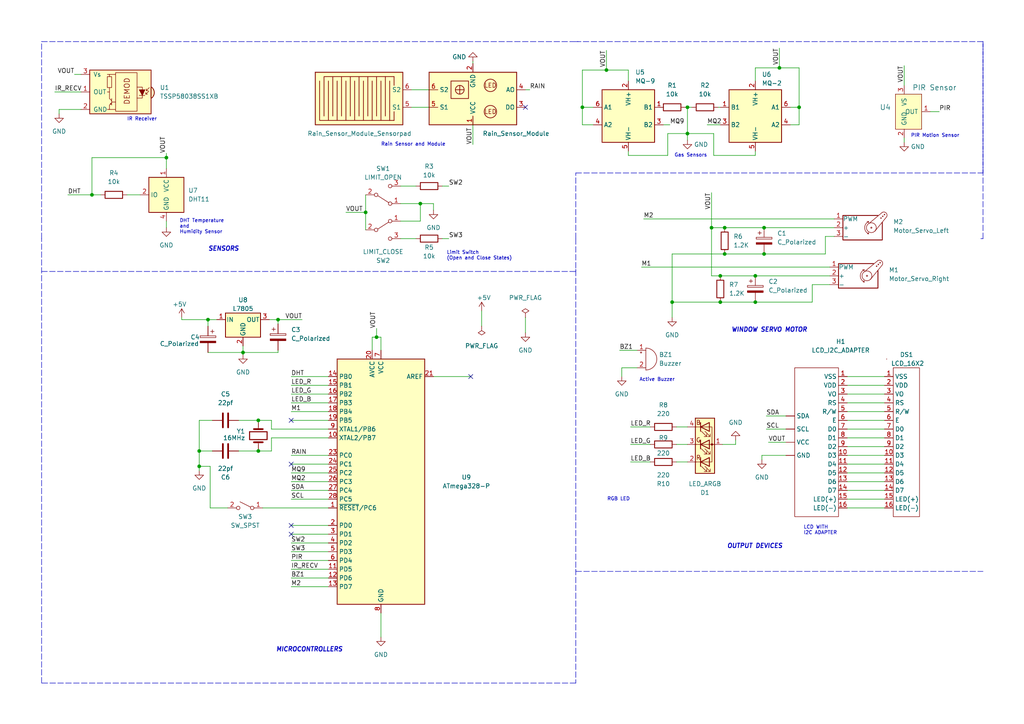
<source format=kicad_sch>
(kicad_sch (version 20211123) (generator eeschema)

  (uuid c8ac737c-b1f6-4052-9b34-86070d91990d)

  (paper "A4")

  (title_block
    (title "Automated Window Design v1")
    (date "2022-06-12")
    (company "Covenant University")
  )

  (lib_symbols
    (symbol "Automated_Window:LCD_16X2" (in_bom yes) (on_board yes)
      (property "Reference" "DS?" (id 0) (at -2.54 8.89 0)
        (effects (font (size 1.27 1.27)))
      )
      (property "Value" "LCD_16X2" (id 1) (at 0 6.35 0)
        (effects (font (size 1.27 1.27)))
      )
      (property "Footprint" "" (id 2) (at 0 0 0)
        (effects (font (size 1.27 1.27)) hide)
      )
      (property "Datasheet" "" (id 3) (at 0 0 0)
        (effects (font (size 1.27 1.27)) hide)
      )
      (symbol "LCD_16X2_0_1"
        (rectangle (start -3.81 5.08) (end 3.81 -38.1)
          (stroke (width 0) (type default) (color 0 0 0 0))
          (fill (type none))
        )
        (rectangle (start 46.99 8.89) (end 46.99 8.89)
          (stroke (width 0) (type default) (color 0 0 0 0))
          (fill (type none))
        )
        (rectangle (start 46.99 8.89) (end 46.99 8.89)
          (stroke (width 0) (type default) (color 0 0 0 0))
          (fill (type background))
        )
      )
      (symbol "LCD_16X2_1_1"
        (pin input line (at -6.35 2.54 0) (length 2.54)
          (name "VSS" (effects (font (size 1.27 1.27))))
          (number "1" (effects (font (size 1.27 1.27))))
        )
        (pin input line (at -6.35 -20.32 0) (length 2.54)
          (name "D3" (effects (font (size 1.27 1.27))))
          (number "10" (effects (font (size 1.27 1.27))))
        )
        (pin input line (at -6.35 -22.86 0) (length 2.54)
          (name "D4" (effects (font (size 1.27 1.27))))
          (number "11" (effects (font (size 1.27 1.27))))
        )
        (pin input line (at -6.35 -25.4 0) (length 2.54)
          (name "D5" (effects (font (size 1.27 1.27))))
          (number "12" (effects (font (size 1.27 1.27))))
        )
        (pin input line (at -6.35 -27.94 0) (length 2.54)
          (name "D6" (effects (font (size 1.27 1.27))))
          (number "13" (effects (font (size 1.27 1.27))))
        )
        (pin input line (at -6.35 -30.48 0) (length 2.54)
          (name "D7" (effects (font (size 1.27 1.27))))
          (number "14" (effects (font (size 1.27 1.27))))
        )
        (pin input line (at -6.35 -33.02 0) (length 2.54)
          (name "LED(+)" (effects (font (size 1.27 1.27))))
          (number "15" (effects (font (size 1.27 1.27))))
        )
        (pin input line (at -6.35 -35.56 0) (length 2.54)
          (name "LED(-)" (effects (font (size 1.27 1.27))))
          (number "16" (effects (font (size 1.27 1.27))))
        )
        (pin input line (at -6.35 0 0) (length 2.54)
          (name "VDD" (effects (font (size 1.27 1.27))))
          (number "2" (effects (font (size 1.27 1.27))))
        )
        (pin input line (at -6.35 -2.54 0) (length 2.54)
          (name "VO" (effects (font (size 1.27 1.27))))
          (number "3" (effects (font (size 1.27 1.27))))
        )
        (pin input line (at -6.35 -5.08 0) (length 2.54)
          (name "RS" (effects (font (size 1.27 1.27))))
          (number "4" (effects (font (size 1.27 1.27))))
        )
        (pin input line (at -6.35 -7.62 0) (length 2.54)
          (name "R/W" (effects (font (size 1.27 1.27))))
          (number "5" (effects (font (size 1.27 1.27))))
        )
        (pin input line (at -6.35 -10.16 0) (length 2.54)
          (name "E" (effects (font (size 1.27 1.27))))
          (number "6" (effects (font (size 1.27 1.27))))
        )
        (pin input line (at -6.35 -12.7 0) (length 2.54)
          (name "D0" (effects (font (size 1.27 1.27))))
          (number "7" (effects (font (size 1.27 1.27))))
        )
        (pin input line (at -6.35 -15.24 0) (length 2.54)
          (name "D1" (effects (font (size 1.27 1.27))))
          (number "8" (effects (font (size 1.27 1.27))))
        )
        (pin input line (at -6.35 -17.78 0) (length 2.54)
          (name "D2" (effects (font (size 1.27 1.27))))
          (number "9" (effects (font (size 1.27 1.27))))
        )
      )
    )
    (symbol "Automated_Window:LCD_I2C_ADAPTER" (in_bom yes) (on_board yes)
      (property "Reference" "H?" (id 0) (at 0 20.32 0)
        (effects (font (size 1.27 1.27)))
      )
      (property "Value" "LCD_I2C_ADAPTER" (id 1) (at 0 17.78 0)
        (effects (font (size 1.27 1.27)))
      )
      (property "Footprint" "" (id 2) (at 0 0 0)
        (effects (font (size 1.27 1.27)) hide)
      )
      (property "Datasheet" "" (id 3) (at 0 0 0)
        (effects (font (size 1.27 1.27)) hide)
      )
      (symbol "LCD_I2C_ADAPTER_0_1"
        (rectangle (start -3.81 13.97) (end 8.89 -29.21)
          (stroke (width 0) (type default) (color 0 0 0 0))
          (fill (type none))
        )
        (rectangle (start 22.86 16.51) (end 22.86 16.51)
          (stroke (width 0) (type default) (color 0 0 0 0))
          (fill (type none))
        )
        (rectangle (start 22.86 16.51) (end 22.86 16.51)
          (stroke (width 0) (type default) (color 0 0 0 0))
          (fill (type none))
        )
        (rectangle (start 22.86 16.51) (end 22.86 16.51)
          (stroke (width 0) (type default) (color 0 0 0 0))
          (fill (type none))
        )
        (rectangle (start 22.86 16.51) (end 22.86 16.51)
          (stroke (width 0) (type default) (color 0 0 0 0))
          (fill (type none))
        )
      )
      (symbol "LCD_I2C_ADAPTER_1_1"
        (pin input line (at -6.35 -11.43 0) (length 2.54)
          (name "GND" (effects (font (size 1.27 1.27))))
          (number "" (effects (font (size 1.27 1.27))))
        )
        (pin input line (at -6.35 -3.81 0) (length 2.54)
          (name "SCL" (effects (font (size 1.27 1.27))))
          (number "" (effects (font (size 1.27 1.27))))
        )
        (pin input line (at -6.35 0 0) (length 2.54)
          (name "SDA" (effects (font (size 1.27 1.27))))
          (number "" (effects (font (size 1.27 1.27))))
        )
        (pin input line (at -6.35 -7.62 0) (length 2.54)
          (name "VCC" (effects (font (size 1.27 1.27))))
          (number "" (effects (font (size 1.27 1.27))))
        )
        (pin input line (at 11.43 11.43 180) (length 2.54)
          (name "VSS" (effects (font (size 1.27 1.27))))
          (number "1" (effects (font (size 1.27 1.27))))
        )
        (pin input line (at 11.43 -11.43 180) (length 2.54)
          (name "D3" (effects (font (size 1.27 1.27))))
          (number "10" (effects (font (size 1.27 1.27))))
        )
        (pin input line (at 11.43 -13.97 180) (length 2.54)
          (name "D4" (effects (font (size 1.27 1.27))))
          (number "11" (effects (font (size 1.27 1.27))))
        )
        (pin input line (at 11.43 -16.51 180) (length 2.54)
          (name "D5" (effects (font (size 1.27 1.27))))
          (number "12" (effects (font (size 1.27 1.27))))
        )
        (pin input line (at 11.43 -19.05 180) (length 2.54)
          (name "D6" (effects (font (size 1.27 1.27))))
          (number "13" (effects (font (size 1.27 1.27))))
        )
        (pin input line (at 11.43 -21.59 180) (length 2.54)
          (name "D7" (effects (font (size 1.27 1.27))))
          (number "14" (effects (font (size 1.27 1.27))))
        )
        (pin input line (at 11.43 -24.13 180) (length 2.54)
          (name "LED(+)" (effects (font (size 1.27 1.27))))
          (number "15" (effects (font (size 1.27 1.27))))
        )
        (pin input line (at 11.43 -26.67 180) (length 2.54)
          (name "LED(-)" (effects (font (size 1.27 1.27))))
          (number "16" (effects (font (size 1.27 1.27))))
        )
        (pin input line (at 11.43 8.89 180) (length 2.54)
          (name "VDD" (effects (font (size 1.27 1.27))))
          (number "2" (effects (font (size 1.27 1.27))))
        )
        (pin input line (at 11.43 6.35 180) (length 2.54)
          (name "VO" (effects (font (size 1.27 1.27))))
          (number "3" (effects (font (size 1.27 1.27))))
        )
        (pin input line (at 11.43 3.81 180) (length 2.54)
          (name "RS" (effects (font (size 1.27 1.27))))
          (number "4" (effects (font (size 1.27 1.27))))
        )
        (pin input line (at 11.43 1.27 180) (length 2.54)
          (name "R/W" (effects (font (size 1.27 1.27))))
          (number "5" (effects (font (size 1.27 1.27))))
        )
        (pin input line (at 11.43 -1.27 180) (length 2.54)
          (name "E" (effects (font (size 1.27 1.27))))
          (number "6" (effects (font (size 1.27 1.27))))
        )
        (pin input line (at 11.43 -3.81 180) (length 2.54)
          (name "D0" (effects (font (size 1.27 1.27))))
          (number "7" (effects (font (size 1.27 1.27))))
        )
        (pin input line (at 11.43 -6.35 180) (length 2.54)
          (name "D1" (effects (font (size 1.27 1.27))))
          (number "8" (effects (font (size 1.27 1.27))))
        )
        (pin input line (at 11.43 -8.89 180) (length 2.54)
          (name "D2" (effects (font (size 1.27 1.27))))
          (number "9" (effects (font (size 1.27 1.27))))
        )
      )
    )
    (symbol "Automated_Window:Rain_Sensor_Module" (in_bom yes) (on_board yes)
      (property "Reference" "U" (id 0) (at -7.62 8.89 0)
        (effects (font (size 1.27 1.27)) (justify right) hide)
      )
      (property "Value" "Rain_Sensor_Module" (id 1) (at 22.86 10.16 0)
        (effects (font (size 1.27 1.27)) (justify right))
      )
      (property "Footprint" "" (id 2) (at 0 -15.24 0)
        (effects (font (size 1.27 1.27)) hide)
      )
      (property "Datasheet" "https://www.openhacks.com/uploadsproductos/rain_sensor_module.pdf" (id 3) (at 1.778 6.35 0)
        (effects (font (size 1.27 1.27)) hide)
      )
      (property "ki_keywords" "Rain sensor Module" (id 4) (at 0 0 0)
        (effects (font (size 1.27 1.27)) hide)
      )
      (property "ki_description" "Rain sensor module for arduino" (id 5) (at 0 0 0)
        (effects (font (size 1.27 1.27)) hide)
      )
      (symbol "Rain_Sensor_Module_0_0"
        (text "LED" (at -2.54 -3.81 0)
          (effects (font (size 1.27 1.27)))
        )
        (text "LED" (at -2.54 3.81 0)
          (effects (font (size 1.27 1.27)))
        )
        (pin bidirectional line (at 15.24 2.54 180) (length 2.54)
          (name "S1" (effects (font (size 1.27 1.27))))
          (number "5" (effects (font (size 1.27 1.27))))
        )
        (pin bidirectional line (at 15.24 -2.54 180) (length 2.54)
          (name "S2" (effects (font (size 1.27 1.27))))
          (number "6" (effects (font (size 1.27 1.27))))
        )
      )
      (symbol "Rain_Sensor_Module_0_1"
        (rectangle (start -10.16 7.62) (end 15.24 -7.62)
          (stroke (width 0.254) (type default) (color 0 0 0 0))
          (fill (type background))
        )
        (circle (center -2.54 -3.81) (radius 1.8034)
          (stroke (width 0.2032) (type default) (color 0 0 0 0))
          (fill (type none))
        )
        (circle (center -2.54 3.81) (radius 1.8034)
          (stroke (width 0.2032) (type default) (color 0 0 0 0))
          (fill (type none))
        )
        (polyline
          (pts
            (xy 5.08 -2.54)
            (xy 7.62 -2.54)
          )
          (stroke (width 0.2032) (type default) (color 0 0 0 0))
          (fill (type none))
        )
        (polyline
          (pts
            (xy 6.35 -1.27)
            (xy 6.35 -3.81)
          )
          (stroke (width 0.2032) (type default) (color 0 0 0 0))
          (fill (type none))
        )
        (rectangle (start 3.81 0) (end 8.89 -5.08)
          (stroke (width 0.2032) (type default) (color 0 0 0 0))
          (fill (type none))
        )
        (circle (center 6.35 -2.54) (radius 1.27)
          (stroke (width 0.2032) (type default) (color 0 0 0 0))
          (fill (type none))
        )
      )
      (symbol "Rain_Sensor_Module_1_1"
        (pin power_in line (at 2.54 7.62 270) (length 2.54)
          (name "VCC" (effects (font (size 1.27 1.27))))
          (number "1" (effects (font (size 1.27 1.27))))
        )
        (pin power_in line (at 2.54 -10.16 90) (length 2.54)
          (name "GND" (effects (font (size 1.27 1.27))))
          (number "2" (effects (font (size 1.27 1.27))))
        )
        (pin output line (at -12.7 2.54 0) (length 2.54)
          (name "DO" (effects (font (size 1.27 1.27))))
          (number "3" (effects (font (size 1.27 1.27))))
        )
        (pin output line (at -12.7 -2.54 0) (length 2.54)
          (name "AO" (effects (font (size 1.27 1.27))))
          (number "4" (effects (font (size 1.27 1.27))))
        )
      )
    )
    (symbol "Automated_Window:Rain_Sensor_Module_Sensorpad" (in_bom yes) (on_board yes)
      (property "Reference" "U" (id 0) (at -7.62 8.89 0)
        (effects (font (size 1.27 1.27)) (justify right) hide)
      )
      (property "Value" "Rain_Sensor_Module_Sensorpad" (id 1) (at 16.51 10.16 0)
        (effects (font (size 1.27 1.27)) (justify right))
      )
      (property "Footprint" "" (id 2) (at 0 -15.24 0)
        (effects (font (size 1.27 1.27)) hide)
      )
      (property "Datasheet" "https://www.openhacks.com/uploadsproductos/rain_sensor_module.pdf" (id 3) (at 1.778 6.35 0)
        (effects (font (size 1.27 1.27)) hide)
      )
      (property "ki_keywords" "Rain sensor Module sensorpad" (id 4) (at 0 0 0)
        (effects (font (size 1.27 1.27)) hide)
      )
      (property "ki_description" "Rain sensor module sensorpad for arduino" (id 5) (at 0 0 0)
        (effects (font (size 1.27 1.27)) hide)
      )
      (symbol "Rain_Sensor_Module_Sensorpad_0_0"
        (rectangle (start -7.62 -6.35) (end -7.62 -3.81)
          (stroke (width 0.2032) (type default) (color 0 0 0 0))
          (fill (type none))
        )
        (rectangle (start -7.62 6.35) (end -7.62 3.81)
          (stroke (width 0.2032) (type default) (color 0 0 0 0))
          (fill (type none))
        )
        (rectangle (start -6.35 3.81) (end -6.35 -5.08)
          (stroke (width 0.2032) (type default) (color 0 0 0 0))
          (fill (type none))
        )
        (rectangle (start -6.35 6.35) (end -7.62 6.35)
          (stroke (width 0.2032) (type default) (color 0 0 0 0))
          (fill (type none))
        )
        (rectangle (start -5.08 -6.35) (end -7.62 -6.35)
          (stroke (width 0.2032) (type default) (color 0 0 0 0))
          (fill (type none))
        )
        (polyline
          (pts
            (xy 12.7 5.08)
            (xy 12.7 -6.35)
            (xy 10.16 -6.35)
            (xy 10.16 5.08)
            (xy 10.16 -6.35)
            (xy 7.62 -6.35)
            (xy 7.62 5.08)
            (xy 7.62 -6.35)
            (xy 5.08 -6.35)
            (xy 5.08 5.08)
            (xy 5.08 -6.35)
            (xy 2.54 -6.35)
            (xy 2.54 5.08)
            (xy 2.54 -6.35)
            (xy 0 -6.35)
            (xy 0 5.08)
            (xy 0 -6.35)
            (xy -2.54 -6.35)
            (xy -2.54 5.08)
            (xy -2.54 -6.35)
            (xy -5.08 -6.35)
            (xy -5.08 5.08)
          )
          (stroke (width 0.2032) (type default) (color 0 0 0 0))
          (fill (type none))
        )
        (polyline
          (pts
            (xy -6.35 3.81)
            (xy -6.35 6.35)
            (xy -3.81 6.35)
            (xy -3.81 -5.08)
            (xy -3.81 6.35)
            (xy -1.27 6.35)
            (xy -1.27 -5.08)
            (xy -1.27 6.35)
            (xy 1.27 6.35)
            (xy 1.27 -5.08)
            (xy 1.27 6.35)
            (xy 3.81 6.35)
            (xy 3.81 -5.08)
            (xy 3.81 6.35)
            (xy 6.35 6.35)
            (xy 6.35 -5.08)
            (xy 6.35 6.35)
            (xy 8.89 6.35)
            (xy 8.89 -5.08)
            (xy 8.89 6.35)
            (xy 11.43 6.35)
            (xy 11.43 -5.08)
            (xy 11.43 6.35)
            (xy 13.97 6.35)
            (xy 13.97 -5.08)
          )
          (stroke (width 0.2032) (type default) (color 0 0 0 0))
          (fill (type none))
        )
        (pin bidirectional line (at -12.7 2.54 0) (length 2.54)
          (name "S1" (effects (font (size 1.27 1.27))))
          (number "5" (effects (font (size 1.27 1.27))))
        )
        (pin bidirectional line (at -12.7 -2.54 0) (length 2.54)
          (name "S2" (effects (font (size 1.27 1.27))))
          (number "6" (effects (font (size 1.27 1.27))))
        )
      )
      (symbol "Rain_Sensor_Module_Sensorpad_0_1"
        (rectangle (start -10.16 7.62) (end 15.24 -7.62)
          (stroke (width 0.254) (type default) (color 0 0 0 0))
          (fill (type background))
        )
      )
    )
    (symbol "Automated_Window:TSOP38238" (pin_names (offset 1.016)) (in_bom yes) (on_board yes)
      (property "Reference" "U" (id 0) (at -2.413 3.556 0)
        (effects (font (size 1.524 1.524)) (justify left))
      )
      (property "Value" "TSOP38238" (id 1) (at 0.762 -8.89 0)
        (effects (font (size 1.524 1.524)) (justify left))
      )
      (property "Footprint" "digikey-footprints:IR_Receiver_TSOP38238" (id 2) (at 5.08 5.08 0)
        (effects (font (size 1.524 1.524)) (justify left) hide)
      )
      (property "Datasheet" "http://www.vishay.com/docs/82491/tsop382.pdf" (id 3) (at 5.08 7.62 0)
        (effects (font (size 1.524 1.524)) (justify left) hide)
      )
      (property "Digi-Key_PN" "751-1227-ND" (id 4) (at 5.08 10.16 0)
        (effects (font (size 1.524 1.524)) (justify left) hide)
      )
      (property "MPN" "TSOP38238" (id 5) (at 5.08 12.7 0)
        (effects (font (size 1.524 1.524)) (justify left) hide)
      )
      (property "Category" "Sensors, Transducers" (id 6) (at 5.08 15.24 0)
        (effects (font (size 1.524 1.524)) (justify left) hide)
      )
      (property "Family" "Optical Sensors - Photo Detectors - Remote Receiver" (id 7) (at 5.08 17.78 0)
        (effects (font (size 1.524 1.524)) (justify left) hide)
      )
      (property "DK_Datasheet_Link" "http://www.vishay.com/docs/82491/tsop382.pdf" (id 8) (at 5.08 20.32 0)
        (effects (font (size 1.524 1.524)) (justify left) hide)
      )
      (property "DK_Detail_Page" "/product-detail/en/vishay-semiconductor-opto-division/TSOP38238/751-1227-ND/1681362" (id 9) (at 5.08 22.86 0)
        (effects (font (size 1.524 1.524)) (justify left) hide)
      )
      (property "Description" "SENSOR REMOTE REC 38.0KHZ 45M" (id 10) (at 5.08 25.4 0)
        (effects (font (size 1.524 1.524)) (justify left) hide)
      )
      (property "Manufacturer" "Vishay Semiconductor Opto Division" (id 11) (at 5.08 27.94 0)
        (effects (font (size 1.524 1.524)) (justify left) hide)
      )
      (property "Status" "Active" (id 12) (at 5.08 30.48 0)
        (effects (font (size 1.524 1.524)) (justify left) hide)
      )
      (property "ki_keywords" "751-1227-ND" (id 13) (at 0 0 0)
        (effects (font (size 1.27 1.27)) hide)
      )
      (property "ki_description" "SENSOR REMOTE REC 38.0KHZ 45M" (id 14) (at 0 0 0)
        (effects (font (size 1.27 1.27)) hide)
      )
      (symbol "TSOP38238_0_1"
        (rectangle (start -2.54 2.54) (end 5.08 -7.62)
          (stroke (width 0) (type default) (color 0 0 0 0))
          (fill (type background))
        )
      )
      (symbol "TSOP38238_1_1"
        (pin output line (at 7.62 -2.54 180) (length 2.54)
          (name "OUT" (effects (font (size 1.27 1.27))))
          (number "1" (effects (font (size 1.27 1.27))))
        )
        (pin power_in line (at 0 -10.16 90) (length 2.54)
          (name "GND" (effects (font (size 1.27 1.27))))
          (number "2" (effects (font (size 1.27 1.27))))
        )
        (pin power_in line (at 0 5.08 270) (length 2.54)
          (name "VS" (effects (font (size 1.27 1.27))))
          (number "3" (effects (font (size 1.27 1.27))))
        )
      )
    )
    (symbol "Device:Buzzer" (pin_names (offset 0.0254) hide) (in_bom yes) (on_board yes)
      (property "Reference" "BZ" (id 0) (at 3.81 1.27 0)
        (effects (font (size 1.27 1.27)) (justify left))
      )
      (property "Value" "Buzzer" (id 1) (at 3.81 -1.27 0)
        (effects (font (size 1.27 1.27)) (justify left))
      )
      (property "Footprint" "" (id 2) (at -0.635 2.54 90)
        (effects (font (size 1.27 1.27)) hide)
      )
      (property "Datasheet" "~" (id 3) (at -0.635 2.54 90)
        (effects (font (size 1.27 1.27)) hide)
      )
      (property "ki_keywords" "quartz resonator ceramic" (id 4) (at 0 0 0)
        (effects (font (size 1.27 1.27)) hide)
      )
      (property "ki_description" "Buzzer, polarized" (id 5) (at 0 0 0)
        (effects (font (size 1.27 1.27)) hide)
      )
      (property "ki_fp_filters" "*Buzzer*" (id 6) (at 0 0 0)
        (effects (font (size 1.27 1.27)) hide)
      )
      (symbol "Buzzer_0_1"
        (arc (start 0 -3.175) (mid 3.175 0) (end 0 3.175)
          (stroke (width 0) (type default) (color 0 0 0 0))
          (fill (type none))
        )
        (polyline
          (pts
            (xy -1.651 1.905)
            (xy -1.143 1.905)
          )
          (stroke (width 0) (type default) (color 0 0 0 0))
          (fill (type none))
        )
        (polyline
          (pts
            (xy -1.397 2.159)
            (xy -1.397 1.651)
          )
          (stroke (width 0) (type default) (color 0 0 0 0))
          (fill (type none))
        )
        (polyline
          (pts
            (xy 0 3.175)
            (xy 0 -3.175)
          )
          (stroke (width 0) (type default) (color 0 0 0 0))
          (fill (type none))
        )
      )
      (symbol "Buzzer_1_1"
        (pin passive line (at -2.54 2.54 0) (length 2.54)
          (name "-" (effects (font (size 1.27 1.27))))
          (number "1" (effects (font (size 1.27 1.27))))
        )
        (pin passive line (at -2.54 -2.54 0) (length 2.54)
          (name "+" (effects (font (size 1.27 1.27))))
          (number "2" (effects (font (size 1.27 1.27))))
        )
      )
    )
    (symbol "Device:C" (pin_numbers hide) (pin_names (offset 0.254)) (in_bom yes) (on_board yes)
      (property "Reference" "C" (id 0) (at 0.635 2.54 0)
        (effects (font (size 1.27 1.27)) (justify left))
      )
      (property "Value" "C" (id 1) (at 0.635 -2.54 0)
        (effects (font (size 1.27 1.27)) (justify left))
      )
      (property "Footprint" "" (id 2) (at 0.9652 -3.81 0)
        (effects (font (size 1.27 1.27)) hide)
      )
      (property "Datasheet" "~" (id 3) (at 0 0 0)
        (effects (font (size 1.27 1.27)) hide)
      )
      (property "ki_keywords" "cap capacitor" (id 4) (at 0 0 0)
        (effects (font (size 1.27 1.27)) hide)
      )
      (property "ki_description" "Unpolarized capacitor" (id 5) (at 0 0 0)
        (effects (font (size 1.27 1.27)) hide)
      )
      (property "ki_fp_filters" "C_*" (id 6) (at 0 0 0)
        (effects (font (size 1.27 1.27)) hide)
      )
      (symbol "C_0_1"
        (polyline
          (pts
            (xy -2.032 -0.762)
            (xy 2.032 -0.762)
          )
          (stroke (width 0.508) (type default) (color 0 0 0 0))
          (fill (type none))
        )
        (polyline
          (pts
            (xy -2.032 0.762)
            (xy 2.032 0.762)
          )
          (stroke (width 0.508) (type default) (color 0 0 0 0))
          (fill (type none))
        )
      )
      (symbol "C_1_1"
        (pin passive line (at 0 3.81 270) (length 2.794)
          (name "~" (effects (font (size 1.27 1.27))))
          (number "1" (effects (font (size 1.27 1.27))))
        )
        (pin passive line (at 0 -3.81 90) (length 2.794)
          (name "~" (effects (font (size 1.27 1.27))))
          (number "2" (effects (font (size 1.27 1.27))))
        )
      )
    )
    (symbol "Device:C_Polarized" (pin_numbers hide) (pin_names (offset 0.254)) (in_bom yes) (on_board yes)
      (property "Reference" "C" (id 0) (at 0.635 2.54 0)
        (effects (font (size 1.27 1.27)) (justify left))
      )
      (property "Value" "C_Polarized" (id 1) (at 0.635 -2.54 0)
        (effects (font (size 1.27 1.27)) (justify left))
      )
      (property "Footprint" "" (id 2) (at 0.9652 -3.81 0)
        (effects (font (size 1.27 1.27)) hide)
      )
      (property "Datasheet" "~" (id 3) (at 0 0 0)
        (effects (font (size 1.27 1.27)) hide)
      )
      (property "ki_keywords" "cap capacitor" (id 4) (at 0 0 0)
        (effects (font (size 1.27 1.27)) hide)
      )
      (property "ki_description" "Polarized capacitor" (id 5) (at 0 0 0)
        (effects (font (size 1.27 1.27)) hide)
      )
      (property "ki_fp_filters" "CP_*" (id 6) (at 0 0 0)
        (effects (font (size 1.27 1.27)) hide)
      )
      (symbol "C_Polarized_0_1"
        (rectangle (start -2.286 0.508) (end 2.286 1.016)
          (stroke (width 0) (type default) (color 0 0 0 0))
          (fill (type none))
        )
        (polyline
          (pts
            (xy -1.778 2.286)
            (xy -0.762 2.286)
          )
          (stroke (width 0) (type default) (color 0 0 0 0))
          (fill (type none))
        )
        (polyline
          (pts
            (xy -1.27 2.794)
            (xy -1.27 1.778)
          )
          (stroke (width 0) (type default) (color 0 0 0 0))
          (fill (type none))
        )
        (rectangle (start 2.286 -0.508) (end -2.286 -1.016)
          (stroke (width 0) (type default) (color 0 0 0 0))
          (fill (type outline))
        )
      )
      (symbol "C_Polarized_1_1"
        (pin passive line (at 0 3.81 270) (length 2.794)
          (name "~" (effects (font (size 1.27 1.27))))
          (number "1" (effects (font (size 1.27 1.27))))
        )
        (pin passive line (at 0 -3.81 90) (length 2.794)
          (name "~" (effects (font (size 1.27 1.27))))
          (number "2" (effects (font (size 1.27 1.27))))
        )
      )
    )
    (symbol "Device:Crystal" (pin_numbers hide) (pin_names (offset 1.016) hide) (in_bom yes) (on_board yes)
      (property "Reference" "Y" (id 0) (at 0 3.81 0)
        (effects (font (size 1.27 1.27)))
      )
      (property "Value" "Crystal" (id 1) (at 0 -3.81 0)
        (effects (font (size 1.27 1.27)))
      )
      (property "Footprint" "" (id 2) (at 0 0 0)
        (effects (font (size 1.27 1.27)) hide)
      )
      (property "Datasheet" "~" (id 3) (at 0 0 0)
        (effects (font (size 1.27 1.27)) hide)
      )
      (property "ki_keywords" "quartz ceramic resonator oscillator" (id 4) (at 0 0 0)
        (effects (font (size 1.27 1.27)) hide)
      )
      (property "ki_description" "Two pin crystal" (id 5) (at 0 0 0)
        (effects (font (size 1.27 1.27)) hide)
      )
      (property "ki_fp_filters" "Crystal*" (id 6) (at 0 0 0)
        (effects (font (size 1.27 1.27)) hide)
      )
      (symbol "Crystal_0_1"
        (rectangle (start -1.143 2.54) (end 1.143 -2.54)
          (stroke (width 0.3048) (type default) (color 0 0 0 0))
          (fill (type none))
        )
        (polyline
          (pts
            (xy -2.54 0)
            (xy -1.905 0)
          )
          (stroke (width 0) (type default) (color 0 0 0 0))
          (fill (type none))
        )
        (polyline
          (pts
            (xy -1.905 -1.27)
            (xy -1.905 1.27)
          )
          (stroke (width 0.508) (type default) (color 0 0 0 0))
          (fill (type none))
        )
        (polyline
          (pts
            (xy 1.905 -1.27)
            (xy 1.905 1.27)
          )
          (stroke (width 0.508) (type default) (color 0 0 0 0))
          (fill (type none))
        )
        (polyline
          (pts
            (xy 2.54 0)
            (xy 1.905 0)
          )
          (stroke (width 0) (type default) (color 0 0 0 0))
          (fill (type none))
        )
      )
      (symbol "Crystal_1_1"
        (pin passive line (at -3.81 0 0) (length 1.27)
          (name "1" (effects (font (size 1.27 1.27))))
          (number "1" (effects (font (size 1.27 1.27))))
        )
        (pin passive line (at 3.81 0 180) (length 1.27)
          (name "2" (effects (font (size 1.27 1.27))))
          (number "2" (effects (font (size 1.27 1.27))))
        )
      )
    )
    (symbol "Device:LED_ARGB" (pin_names (offset 0) hide) (in_bom yes) (on_board yes)
      (property "Reference" "D" (id 0) (at 0 9.398 0)
        (effects (font (size 1.27 1.27)))
      )
      (property "Value" "LED_ARGB" (id 1) (at 0 -8.89 0)
        (effects (font (size 1.27 1.27)))
      )
      (property "Footprint" "" (id 2) (at 0 -1.27 0)
        (effects (font (size 1.27 1.27)) hide)
      )
      (property "Datasheet" "~" (id 3) (at 0 -1.27 0)
        (effects (font (size 1.27 1.27)) hide)
      )
      (property "ki_keywords" "LED RGB diode" (id 4) (at 0 0 0)
        (effects (font (size 1.27 1.27)) hide)
      )
      (property "ki_description" "RGB LED, anode/red/green/blue" (id 5) (at 0 0 0)
        (effects (font (size 1.27 1.27)) hide)
      )
      (property "ki_fp_filters" "LED* LED_SMD:* LED_THT:*" (id 6) (at 0 0 0)
        (effects (font (size 1.27 1.27)) hide)
      )
      (symbol "LED_ARGB_0_0"
        (text "B" (at -1.905 -6.35 0)
          (effects (font (size 1.27 1.27)))
        )
        (text "G" (at -1.905 -1.27 0)
          (effects (font (size 1.27 1.27)))
        )
        (text "R" (at -1.905 3.81 0)
          (effects (font (size 1.27 1.27)))
        )
      )
      (symbol "LED_ARGB_0_1"
        (polyline
          (pts
            (xy -1.27 -5.08)
            (xy -2.54 -5.08)
          )
          (stroke (width 0) (type default) (color 0 0 0 0))
          (fill (type none))
        )
        (polyline
          (pts
            (xy -1.27 -5.08)
            (xy 1.27 -5.08)
          )
          (stroke (width 0) (type default) (color 0 0 0 0))
          (fill (type none))
        )
        (polyline
          (pts
            (xy -1.27 -3.81)
            (xy -1.27 -6.35)
          )
          (stroke (width 0.254) (type default) (color 0 0 0 0))
          (fill (type none))
        )
        (polyline
          (pts
            (xy -1.27 0)
            (xy -2.54 0)
          )
          (stroke (width 0) (type default) (color 0 0 0 0))
          (fill (type none))
        )
        (polyline
          (pts
            (xy -1.27 1.27)
            (xy -1.27 -1.27)
          )
          (stroke (width 0.254) (type default) (color 0 0 0 0))
          (fill (type none))
        )
        (polyline
          (pts
            (xy -1.27 5.08)
            (xy -2.54 5.08)
          )
          (stroke (width 0) (type default) (color 0 0 0 0))
          (fill (type none))
        )
        (polyline
          (pts
            (xy -1.27 5.08)
            (xy 1.27 5.08)
          )
          (stroke (width 0) (type default) (color 0 0 0 0))
          (fill (type none))
        )
        (polyline
          (pts
            (xy -1.27 6.35)
            (xy -1.27 3.81)
          )
          (stroke (width 0.254) (type default) (color 0 0 0 0))
          (fill (type none))
        )
        (polyline
          (pts
            (xy 1.27 0)
            (xy -1.27 0)
          )
          (stroke (width 0) (type default) (color 0 0 0 0))
          (fill (type none))
        )
        (polyline
          (pts
            (xy 1.27 0)
            (xy 2.54 0)
          )
          (stroke (width 0) (type default) (color 0 0 0 0))
          (fill (type none))
        )
        (polyline
          (pts
            (xy -1.27 1.27)
            (xy -1.27 -1.27)
            (xy -1.27 -1.27)
          )
          (stroke (width 0) (type default) (color 0 0 0 0))
          (fill (type none))
        )
        (polyline
          (pts
            (xy -1.27 6.35)
            (xy -1.27 3.81)
            (xy -1.27 3.81)
          )
          (stroke (width 0) (type default) (color 0 0 0 0))
          (fill (type none))
        )
        (polyline
          (pts
            (xy 1.27 -5.08)
            (xy 2.032 -5.08)
            (xy 2.032 5.08)
            (xy 1.27 5.08)
          )
          (stroke (width 0) (type default) (color 0 0 0 0))
          (fill (type none))
        )
        (polyline
          (pts
            (xy 1.27 -3.81)
            (xy 1.27 -6.35)
            (xy -1.27 -5.08)
            (xy 1.27 -3.81)
          )
          (stroke (width 0.254) (type default) (color 0 0 0 0))
          (fill (type none))
        )
        (polyline
          (pts
            (xy 1.27 1.27)
            (xy 1.27 -1.27)
            (xy -1.27 0)
            (xy 1.27 1.27)
          )
          (stroke (width 0.254) (type default) (color 0 0 0 0))
          (fill (type none))
        )
        (polyline
          (pts
            (xy 1.27 6.35)
            (xy 1.27 3.81)
            (xy -1.27 5.08)
            (xy 1.27 6.35)
          )
          (stroke (width 0.254) (type default) (color 0 0 0 0))
          (fill (type none))
        )
        (polyline
          (pts
            (xy -1.016 -3.81)
            (xy 0.508 -2.286)
            (xy -0.254 -2.286)
            (xy 0.508 -2.286)
            (xy 0.508 -3.048)
          )
          (stroke (width 0) (type default) (color 0 0 0 0))
          (fill (type none))
        )
        (polyline
          (pts
            (xy -1.016 1.27)
            (xy 0.508 2.794)
            (xy -0.254 2.794)
            (xy 0.508 2.794)
            (xy 0.508 2.032)
          )
          (stroke (width 0) (type default) (color 0 0 0 0))
          (fill (type none))
        )
        (polyline
          (pts
            (xy -1.016 6.35)
            (xy 0.508 7.874)
            (xy -0.254 7.874)
            (xy 0.508 7.874)
            (xy 0.508 7.112)
          )
          (stroke (width 0) (type default) (color 0 0 0 0))
          (fill (type none))
        )
        (polyline
          (pts
            (xy 0 -3.81)
            (xy 1.524 -2.286)
            (xy 0.762 -2.286)
            (xy 1.524 -2.286)
            (xy 1.524 -3.048)
          )
          (stroke (width 0) (type default) (color 0 0 0 0))
          (fill (type none))
        )
        (polyline
          (pts
            (xy 0 1.27)
            (xy 1.524 2.794)
            (xy 0.762 2.794)
            (xy 1.524 2.794)
            (xy 1.524 2.032)
          )
          (stroke (width 0) (type default) (color 0 0 0 0))
          (fill (type none))
        )
        (polyline
          (pts
            (xy 0 6.35)
            (xy 1.524 7.874)
            (xy 0.762 7.874)
            (xy 1.524 7.874)
            (xy 1.524 7.112)
          )
          (stroke (width 0) (type default) (color 0 0 0 0))
          (fill (type none))
        )
        (rectangle (start 1.27 -1.27) (end 1.27 1.27)
          (stroke (width 0) (type default) (color 0 0 0 0))
          (fill (type none))
        )
        (rectangle (start 1.27 1.27) (end 1.27 1.27)
          (stroke (width 0) (type default) (color 0 0 0 0))
          (fill (type none))
        )
        (rectangle (start 1.27 3.81) (end 1.27 6.35)
          (stroke (width 0) (type default) (color 0 0 0 0))
          (fill (type none))
        )
        (rectangle (start 1.27 6.35) (end 1.27 6.35)
          (stroke (width 0) (type default) (color 0 0 0 0))
          (fill (type none))
        )
        (circle (center 2.032 0) (radius 0.254)
          (stroke (width 0) (type default) (color 0 0 0 0))
          (fill (type outline))
        )
        (rectangle (start 2.794 8.382) (end -2.794 -7.62)
          (stroke (width 0.254) (type default) (color 0 0 0 0))
          (fill (type background))
        )
      )
      (symbol "LED_ARGB_1_1"
        (pin passive line (at 5.08 0 180) (length 2.54)
          (name "A" (effects (font (size 1.27 1.27))))
          (number "1" (effects (font (size 1.27 1.27))))
        )
        (pin passive line (at -5.08 5.08 0) (length 2.54)
          (name "RK" (effects (font (size 1.27 1.27))))
          (number "2" (effects (font (size 1.27 1.27))))
        )
        (pin passive line (at -5.08 0 0) (length 2.54)
          (name "GK" (effects (font (size 1.27 1.27))))
          (number "3" (effects (font (size 1.27 1.27))))
        )
        (pin passive line (at -5.08 -5.08 0) (length 2.54)
          (name "BK" (effects (font (size 1.27 1.27))))
          (number "4" (effects (font (size 1.27 1.27))))
        )
      )
    )
    (symbol "Device:R" (pin_numbers hide) (pin_names (offset 0)) (in_bom yes) (on_board yes)
      (property "Reference" "R" (id 0) (at 2.032 0 90)
        (effects (font (size 1.27 1.27)))
      )
      (property "Value" "R" (id 1) (at 0 0 90)
        (effects (font (size 1.27 1.27)))
      )
      (property "Footprint" "" (id 2) (at -1.778 0 90)
        (effects (font (size 1.27 1.27)) hide)
      )
      (property "Datasheet" "~" (id 3) (at 0 0 0)
        (effects (font (size 1.27 1.27)) hide)
      )
      (property "ki_keywords" "R res resistor" (id 4) (at 0 0 0)
        (effects (font (size 1.27 1.27)) hide)
      )
      (property "ki_description" "Resistor" (id 5) (at 0 0 0)
        (effects (font (size 1.27 1.27)) hide)
      )
      (property "ki_fp_filters" "R_*" (id 6) (at 0 0 0)
        (effects (font (size 1.27 1.27)) hide)
      )
      (symbol "R_0_1"
        (rectangle (start -1.016 -2.54) (end 1.016 2.54)
          (stroke (width 0.254) (type default) (color 0 0 0 0))
          (fill (type none))
        )
      )
      (symbol "R_1_1"
        (pin passive line (at 0 3.81 270) (length 1.27)
          (name "~" (effects (font (size 1.27 1.27))))
          (number "1" (effects (font (size 1.27 1.27))))
        )
        (pin passive line (at 0 -3.81 90) (length 1.27)
          (name "~" (effects (font (size 1.27 1.27))))
          (number "2" (effects (font (size 1.27 1.27))))
        )
      )
    )
    (symbol "MCU_Microchip_ATmega:ATmega328-P" (in_bom yes) (on_board yes)
      (property "Reference" "U" (id 0) (at -12.7 36.83 0)
        (effects (font (size 1.27 1.27)) (justify left bottom))
      )
      (property "Value" "ATmega328-P" (id 1) (at 2.54 -36.83 0)
        (effects (font (size 1.27 1.27)) (justify left top))
      )
      (property "Footprint" "Package_DIP:DIP-28_W7.62mm" (id 2) (at 0 0 0)
        (effects (font (size 1.27 1.27) italic) hide)
      )
      (property "Datasheet" "http://ww1.microchip.com/downloads/en/DeviceDoc/ATmega328_P%20AVR%20MCU%20with%20picoPower%20Technology%20Data%20Sheet%2040001984A.pdf" (id 3) (at 0 0 0)
        (effects (font (size 1.27 1.27)) hide)
      )
      (property "ki_keywords" "AVR 8bit Microcontroller MegaAVR" (id 4) (at 0 0 0)
        (effects (font (size 1.27 1.27)) hide)
      )
      (property "ki_description" "20MHz, 32kB Flash, 2kB SRAM, 1kB EEPROM, DIP-28" (id 5) (at 0 0 0)
        (effects (font (size 1.27 1.27)) hide)
      )
      (property "ki_fp_filters" "DIP*W7.62mm*" (id 6) (at 0 0 0)
        (effects (font (size 1.27 1.27)) hide)
      )
      (symbol "ATmega328-P_0_1"
        (rectangle (start -12.7 -35.56) (end 12.7 35.56)
          (stroke (width 0.254) (type default) (color 0 0 0 0))
          (fill (type background))
        )
      )
      (symbol "ATmega328-P_1_1"
        (pin bidirectional line (at 15.24 -7.62 180) (length 2.54)
          (name "~{RESET}/PC6" (effects (font (size 1.27 1.27))))
          (number "1" (effects (font (size 1.27 1.27))))
        )
        (pin bidirectional line (at 15.24 12.7 180) (length 2.54)
          (name "XTAL2/PB7" (effects (font (size 1.27 1.27))))
          (number "10" (effects (font (size 1.27 1.27))))
        )
        (pin bidirectional line (at 15.24 -25.4 180) (length 2.54)
          (name "PD5" (effects (font (size 1.27 1.27))))
          (number "11" (effects (font (size 1.27 1.27))))
        )
        (pin bidirectional line (at 15.24 -27.94 180) (length 2.54)
          (name "PD6" (effects (font (size 1.27 1.27))))
          (number "12" (effects (font (size 1.27 1.27))))
        )
        (pin bidirectional line (at 15.24 -30.48 180) (length 2.54)
          (name "PD7" (effects (font (size 1.27 1.27))))
          (number "13" (effects (font (size 1.27 1.27))))
        )
        (pin bidirectional line (at 15.24 30.48 180) (length 2.54)
          (name "PB0" (effects (font (size 1.27 1.27))))
          (number "14" (effects (font (size 1.27 1.27))))
        )
        (pin bidirectional line (at 15.24 27.94 180) (length 2.54)
          (name "PB1" (effects (font (size 1.27 1.27))))
          (number "15" (effects (font (size 1.27 1.27))))
        )
        (pin bidirectional line (at 15.24 25.4 180) (length 2.54)
          (name "PB2" (effects (font (size 1.27 1.27))))
          (number "16" (effects (font (size 1.27 1.27))))
        )
        (pin bidirectional line (at 15.24 22.86 180) (length 2.54)
          (name "PB3" (effects (font (size 1.27 1.27))))
          (number "17" (effects (font (size 1.27 1.27))))
        )
        (pin bidirectional line (at 15.24 20.32 180) (length 2.54)
          (name "PB4" (effects (font (size 1.27 1.27))))
          (number "18" (effects (font (size 1.27 1.27))))
        )
        (pin bidirectional line (at 15.24 17.78 180) (length 2.54)
          (name "PB5" (effects (font (size 1.27 1.27))))
          (number "19" (effects (font (size 1.27 1.27))))
        )
        (pin bidirectional line (at 15.24 -12.7 180) (length 2.54)
          (name "PD0" (effects (font (size 1.27 1.27))))
          (number "2" (effects (font (size 1.27 1.27))))
        )
        (pin power_in line (at 2.54 38.1 270) (length 2.54)
          (name "AVCC" (effects (font (size 1.27 1.27))))
          (number "20" (effects (font (size 1.27 1.27))))
        )
        (pin passive line (at -15.24 30.48 0) (length 2.54)
          (name "AREF" (effects (font (size 1.27 1.27))))
          (number "21" (effects (font (size 1.27 1.27))))
        )
        (pin passive line (at 0 -38.1 90) (length 2.54) hide
          (name "GND" (effects (font (size 1.27 1.27))))
          (number "22" (effects (font (size 1.27 1.27))))
        )
        (pin bidirectional line (at 15.24 7.62 180) (length 2.54)
          (name "PC0" (effects (font (size 1.27 1.27))))
          (number "23" (effects (font (size 1.27 1.27))))
        )
        (pin bidirectional line (at 15.24 5.08 180) (length 2.54)
          (name "PC1" (effects (font (size 1.27 1.27))))
          (number "24" (effects (font (size 1.27 1.27))))
        )
        (pin bidirectional line (at 15.24 2.54 180) (length 2.54)
          (name "PC2" (effects (font (size 1.27 1.27))))
          (number "25" (effects (font (size 1.27 1.27))))
        )
        (pin bidirectional line (at 15.24 0 180) (length 2.54)
          (name "PC3" (effects (font (size 1.27 1.27))))
          (number "26" (effects (font (size 1.27 1.27))))
        )
        (pin bidirectional line (at 15.24 -2.54 180) (length 2.54)
          (name "PC4" (effects (font (size 1.27 1.27))))
          (number "27" (effects (font (size 1.27 1.27))))
        )
        (pin bidirectional line (at 15.24 -5.08 180) (length 2.54)
          (name "PC5" (effects (font (size 1.27 1.27))))
          (number "28" (effects (font (size 1.27 1.27))))
        )
        (pin bidirectional line (at 15.24 -15.24 180) (length 2.54)
          (name "PD1" (effects (font (size 1.27 1.27))))
          (number "3" (effects (font (size 1.27 1.27))))
        )
        (pin bidirectional line (at 15.24 -17.78 180) (length 2.54)
          (name "PD2" (effects (font (size 1.27 1.27))))
          (number "4" (effects (font (size 1.27 1.27))))
        )
        (pin bidirectional line (at 15.24 -20.32 180) (length 2.54)
          (name "PD3" (effects (font (size 1.27 1.27))))
          (number "5" (effects (font (size 1.27 1.27))))
        )
        (pin bidirectional line (at 15.24 -22.86 180) (length 2.54)
          (name "PD4" (effects (font (size 1.27 1.27))))
          (number "6" (effects (font (size 1.27 1.27))))
        )
        (pin power_in line (at 0 38.1 270) (length 2.54)
          (name "VCC" (effects (font (size 1.27 1.27))))
          (number "7" (effects (font (size 1.27 1.27))))
        )
        (pin power_in line (at 0 -38.1 90) (length 2.54)
          (name "GND" (effects (font (size 1.27 1.27))))
          (number "8" (effects (font (size 1.27 1.27))))
        )
        (pin bidirectional line (at 15.24 15.24 180) (length 2.54)
          (name "XTAL1/PB6" (effects (font (size 1.27 1.27))))
          (number "9" (effects (font (size 1.27 1.27))))
        )
      )
    )
    (symbol "Motor:Motor_Servo" (pin_names (offset 0.0254)) (in_bom yes) (on_board yes)
      (property "Reference" "M" (id 0) (at -5.08 4.445 0)
        (effects (font (size 1.27 1.27)) (justify left))
      )
      (property "Value" "Motor_Servo" (id 1) (at -5.08 -4.064 0)
        (effects (font (size 1.27 1.27)) (justify left top))
      )
      (property "Footprint" "" (id 2) (at 0 -4.826 0)
        (effects (font (size 1.27 1.27)) hide)
      )
      (property "Datasheet" "http://forums.parallax.com/uploads/attachments/46831/74481.png" (id 3) (at 0 -4.826 0)
        (effects (font (size 1.27 1.27)) hide)
      )
      (property "ki_keywords" "Servo Motor" (id 4) (at 0 0 0)
        (effects (font (size 1.27 1.27)) hide)
      )
      (property "ki_description" "Servo Motor (Futaba, HiTec, JR connector)" (id 5) (at 0 0 0)
        (effects (font (size 1.27 1.27)) hide)
      )
      (property "ki_fp_filters" "PinHeader*P2.54mm*" (id 6) (at 0 0 0)
        (effects (font (size 1.27 1.27)) hide)
      )
      (symbol "Motor_Servo_0_1"
        (polyline
          (pts
            (xy 2.413 -1.778)
            (xy 2.032 -1.778)
          )
          (stroke (width 0) (type default) (color 0 0 0 0))
          (fill (type none))
        )
        (polyline
          (pts
            (xy 2.413 -1.778)
            (xy 2.286 -1.397)
          )
          (stroke (width 0) (type default) (color 0 0 0 0))
          (fill (type none))
        )
        (polyline
          (pts
            (xy 2.413 1.778)
            (xy 1.905 1.778)
          )
          (stroke (width 0) (type default) (color 0 0 0 0))
          (fill (type none))
        )
        (polyline
          (pts
            (xy 2.413 1.778)
            (xy 2.286 1.397)
          )
          (stroke (width 0) (type default) (color 0 0 0 0))
          (fill (type none))
        )
        (polyline
          (pts
            (xy 6.35 4.445)
            (xy 2.54 1.27)
          )
          (stroke (width 0) (type default) (color 0 0 0 0))
          (fill (type none))
        )
        (polyline
          (pts
            (xy 7.62 3.175)
            (xy 4.191 -1.016)
          )
          (stroke (width 0) (type default) (color 0 0 0 0))
          (fill (type none))
        )
        (polyline
          (pts
            (xy 5.08 3.556)
            (xy -5.08 3.556)
            (xy -5.08 -3.556)
            (xy 6.35 -3.556)
            (xy 6.35 1.524)
          )
          (stroke (width 0.254) (type default) (color 0 0 0 0))
          (fill (type none))
        )
        (arc (start 2.413 1.778) (mid 1.2406 0) (end 2.413 -1.778)
          (stroke (width 0) (type default) (color 0 0 0 0))
          (fill (type none))
        )
        (circle (center 3.175 0) (radius 0.1778)
          (stroke (width 0) (type default) (color 0 0 0 0))
          (fill (type none))
        )
        (circle (center 3.175 0) (radius 1.4224)
          (stroke (width 0) (type default) (color 0 0 0 0))
          (fill (type none))
        )
        (circle (center 5.969 2.794) (radius 0.127)
          (stroke (width 0) (type default) (color 0 0 0 0))
          (fill (type none))
        )
        (circle (center 6.477 3.302) (radius 0.127)
          (stroke (width 0) (type default) (color 0 0 0 0))
          (fill (type none))
        )
        (circle (center 6.985 3.81) (radius 0.127)
          (stroke (width 0) (type default) (color 0 0 0 0))
          (fill (type none))
        )
        (arc (start 7.62 3.175) (mid 7.4485 4.2735) (end 6.35 4.445)
          (stroke (width 0) (type default) (color 0 0 0 0))
          (fill (type none))
        )
      )
      (symbol "Motor_Servo_1_1"
        (pin passive line (at -7.62 2.54 0) (length 2.54)
          (name "PWM" (effects (font (size 1.27 1.27))))
          (number "1" (effects (font (size 1.27 1.27))))
        )
        (pin passive line (at -7.62 0 0) (length 2.54)
          (name "+" (effects (font (size 1.27 1.27))))
          (number "2" (effects (font (size 1.27 1.27))))
        )
        (pin passive line (at -7.62 -2.54 0) (length 2.54)
          (name "-" (effects (font (size 1.27 1.27))))
          (number "3" (effects (font (size 1.27 1.27))))
        )
      )
    )
    (symbol "Regulator_Linear:L7805" (pin_names (offset 0.254)) (in_bom yes) (on_board yes)
      (property "Reference" "U" (id 0) (at -3.81 3.175 0)
        (effects (font (size 1.27 1.27)))
      )
      (property "Value" "L7805" (id 1) (at 0 3.175 0)
        (effects (font (size 1.27 1.27)) (justify left))
      )
      (property "Footprint" "" (id 2) (at 0.635 -3.81 0)
        (effects (font (size 1.27 1.27) italic) (justify left) hide)
      )
      (property "Datasheet" "http://www.st.com/content/ccc/resource/technical/document/datasheet/41/4f/b3/b0/12/d4/47/88/CD00000444.pdf/files/CD00000444.pdf/jcr:content/translations/en.CD00000444.pdf" (id 3) (at 0 -1.27 0)
        (effects (font (size 1.27 1.27)) hide)
      )
      (property "ki_keywords" "Voltage Regulator 1.5A Positive" (id 4) (at 0 0 0)
        (effects (font (size 1.27 1.27)) hide)
      )
      (property "ki_description" "Positive 1.5A 35V Linear Regulator, Fixed Output 5V, TO-220/TO-263/TO-252" (id 5) (at 0 0 0)
        (effects (font (size 1.27 1.27)) hide)
      )
      (property "ki_fp_filters" "TO?252* TO?263* TO?220*" (id 6) (at 0 0 0)
        (effects (font (size 1.27 1.27)) hide)
      )
      (symbol "L7805_0_1"
        (rectangle (start -5.08 1.905) (end 5.08 -5.08)
          (stroke (width 0.254) (type default) (color 0 0 0 0))
          (fill (type background))
        )
      )
      (symbol "L7805_1_1"
        (pin power_in line (at -7.62 0 0) (length 2.54)
          (name "IN" (effects (font (size 1.27 1.27))))
          (number "1" (effects (font (size 1.27 1.27))))
        )
        (pin power_in line (at 0 -7.62 90) (length 2.54)
          (name "GND" (effects (font (size 1.27 1.27))))
          (number "2" (effects (font (size 1.27 1.27))))
        )
        (pin power_out line (at 7.62 0 180) (length 2.54)
          (name "OUT" (effects (font (size 1.27 1.27))))
          (number "3" (effects (font (size 1.27 1.27))))
        )
      )
    )
    (symbol "Sensor:DHT11" (in_bom yes) (on_board yes)
      (property "Reference" "U" (id 0) (at -3.81 6.35 0)
        (effects (font (size 1.27 1.27)))
      )
      (property "Value" "DHT11" (id 1) (at 3.81 6.35 0)
        (effects (font (size 1.27 1.27)))
      )
      (property "Footprint" "Sensor:Aosong_DHT11_5.5x12.0_P2.54mm" (id 2) (at 0 -10.16 0)
        (effects (font (size 1.27 1.27)) hide)
      )
      (property "Datasheet" "http://akizukidenshi.com/download/ds/aosong/DHT11.pdf" (id 3) (at 3.81 6.35 0)
        (effects (font (size 1.27 1.27)) hide)
      )
      (property "ki_keywords" "Digital temperature humidity sensor" (id 4) (at 0 0 0)
        (effects (font (size 1.27 1.27)) hide)
      )
      (property "ki_description" "Temperature and humidity module" (id 5) (at 0 0 0)
        (effects (font (size 1.27 1.27)) hide)
      )
      (property "ki_fp_filters" "Aosong*DHT11*5.5x12.0*P2.54mm*" (id 6) (at 0 0 0)
        (effects (font (size 1.27 1.27)) hide)
      )
      (symbol "DHT11_0_1"
        (rectangle (start -5.08 5.08) (end 5.08 -5.08)
          (stroke (width 0.254) (type default) (color 0 0 0 0))
          (fill (type background))
        )
      )
      (symbol "DHT11_1_1"
        (pin power_in line (at 0 7.62 270) (length 2.54)
          (name "VCC" (effects (font (size 1.27 1.27))))
          (number "1" (effects (font (size 1.27 1.27))))
        )
        (pin bidirectional line (at 7.62 0 180) (length 2.54)
          (name "IO" (effects (font (size 1.27 1.27))))
          (number "2" (effects (font (size 1.27 1.27))))
        )
        (pin no_connect line (at -5.08 0 0) (length 2.54) hide
          (name "NC" (effects (font (size 1.27 1.27))))
          (number "3" (effects (font (size 1.27 1.27))))
        )
        (pin power_in line (at 0 -7.62 90) (length 2.54)
          (name "GND" (effects (font (size 1.27 1.27))))
          (number "4" (effects (font (size 1.27 1.27))))
        )
      )
    )
    (symbol "Sensor_Gas:MQ-6" (in_bom yes) (on_board yes)
      (property "Reference" "U" (id 0) (at -6.35 8.89 0)
        (effects (font (size 1.27 1.27)))
      )
      (property "Value" "MQ-6" (id 1) (at 3.81 8.89 0)
        (effects (font (size 1.27 1.27)))
      )
      (property "Footprint" "Sensor:MQ-6" (id 2) (at 1.27 -11.43 0)
        (effects (font (size 1.27 1.27)) hide)
      )
      (property "Datasheet" "https://www.winsen-sensor.com/d/files/semiconductor/mq-6.pdf" (id 3) (at 0 6.35 0)
        (effects (font (size 1.27 1.27)) hide)
      )
      (property "ki_keywords" "flammable gas sensor LPG" (id 4) (at 0 0 0)
        (effects (font (size 1.27 1.27)) hide)
      )
      (property "ki_description" "Semiconductor Sensor for Flammable Gas" (id 5) (at 0 0 0)
        (effects (font (size 1.27 1.27)) hide)
      )
      (property "ki_fp_filters" "*MQ*6*" (id 6) (at 0 0 0)
        (effects (font (size 1.27 1.27)) hide)
      )
      (symbol "MQ-6_0_1"
        (rectangle (start -7.62 7.62) (end 7.62 -7.62)
          (stroke (width 0.254) (type default) (color 0 0 0 0))
          (fill (type background))
        )
      )
      (symbol "MQ-6_1_1"
        (pin passive line (at 10.16 2.54 180) (length 2.54)
          (name "B1" (effects (font (size 1.27 1.27))))
          (number "1" (effects (font (size 1.27 1.27))))
        )
        (pin power_in line (at 0 10.16 270) (length 2.54)
          (name "VH+" (effects (font (size 1.27 1.27))))
          (number "2" (effects (font (size 1.27 1.27))))
        )
        (pin passive line (at 10.16 -2.54 180) (length 2.54)
          (name "B2" (effects (font (size 1.27 1.27))))
          (number "3" (effects (font (size 1.27 1.27))))
        )
        (pin passive line (at -10.16 -2.54 0) (length 2.54)
          (name "A2" (effects (font (size 1.27 1.27))))
          (number "4" (effects (font (size 1.27 1.27))))
        )
        (pin power_in line (at 0 -10.16 90) (length 2.54)
          (name "VH-" (effects (font (size 1.27 1.27))))
          (number "5" (effects (font (size 1.27 1.27))))
        )
        (pin passive line (at -10.16 2.54 0) (length 2.54)
          (name "A1" (effects (font (size 1.27 1.27))))
          (number "6" (effects (font (size 1.27 1.27))))
        )
      )
    )
    (symbol "Sensor_Proximity:TSSP58038SS1XB" (pin_names (offset 1.016)) (in_bom yes) (on_board yes)
      (property "Reference" "U" (id 0) (at -10.16 7.62 0)
        (effects (font (size 1.27 1.27)) (justify left))
      )
      (property "Value" "TSSP58038SS1XB" (id 1) (at -10.16 -7.62 0)
        (effects (font (size 1.27 1.27)) (justify left))
      )
      (property "Footprint" "OptoDevice:Vishay_MINICAST-3Pin" (id 2) (at -1.27 -9.525 0)
        (effects (font (size 1.27 1.27)) hide)
      )
      (property "Datasheet" "http://www.vishay.com/docs/82740/tssp58038ss1xb.pdf" (id 3) (at 16.51 7.62 0)
        (effects (font (size 1.27 1.27)) hide)
      )
      (property "ki_keywords" "opto IR receiver light barrier" (id 4) (at 0 0 0)
        (effects (font (size 1.27 1.27)) hide)
      )
      (property "ki_description" "IR Receiver Module for Light Barrier Systems" (id 5) (at 0 0 0)
        (effects (font (size 1.27 1.27)) hide)
      )
      (property "ki_fp_filters" "Vishay*MINICAST*" (id 6) (at 0 0 0)
        (effects (font (size 1.27 1.27)) hide)
      )
      (symbol "TSSP58038SS1XB_0_0"
        (arc (start -10.287 1.397) (mid -11.0899 -0.1852) (end -10.287 -1.778)
          (stroke (width 0.254) (type default) (color 0 0 0 0))
          (fill (type background))
        )
        (polyline
          (pts
            (xy 1.905 -5.08)
            (xy 0.127 -5.08)
          )
          (stroke (width 0) (type default) (color 0 0 0 0))
          (fill (type none))
        )
        (polyline
          (pts
            (xy 1.905 5.08)
            (xy 0.127 5.08)
          )
          (stroke (width 0) (type default) (color 0 0 0 0))
          (fill (type none))
        )
        (text "DEMOD" (at -3.175 0.254 900)
          (effects (font (size 1.524 1.524)))
        )
      )
      (symbol "TSSP58038SS1XB_0_1"
        (rectangle (start -6.096 5.588) (end 0.127 -5.588)
          (stroke (width 0) (type default) (color 0 0 0 0))
          (fill (type none))
        )
        (polyline
          (pts
            (xy -8.763 0.381)
            (xy -9.652 1.27)
          )
          (stroke (width 0) (type default) (color 0 0 0 0))
          (fill (type none))
        )
        (polyline
          (pts
            (xy -8.763 0.381)
            (xy -9.271 0.381)
          )
          (stroke (width 0) (type default) (color 0 0 0 0))
          (fill (type none))
        )
        (polyline
          (pts
            (xy -8.763 0.381)
            (xy -8.763 0.889)
          )
          (stroke (width 0) (type default) (color 0 0 0 0))
          (fill (type none))
        )
        (polyline
          (pts
            (xy -8.636 -0.635)
            (xy -9.525 0.254)
          )
          (stroke (width 0) (type default) (color 0 0 0 0))
          (fill (type none))
        )
        (polyline
          (pts
            (xy -8.636 -0.635)
            (xy -9.144 -0.635)
          )
          (stroke (width 0) (type default) (color 0 0 0 0))
          (fill (type none))
        )
        (polyline
          (pts
            (xy -8.636 -0.635)
            (xy -8.636 -0.127)
          )
          (stroke (width 0) (type default) (color 0 0 0 0))
          (fill (type none))
        )
        (polyline
          (pts
            (xy -8.382 -1.016)
            (xy -6.731 -1.016)
          )
          (stroke (width 0) (type default) (color 0 0 0 0))
          (fill (type none))
        )
        (polyline
          (pts
            (xy 1.27 -2.921)
            (xy 0.127 -2.921)
          )
          (stroke (width 0) (type default) (color 0 0 0 0))
          (fill (type none))
        )
        (polyline
          (pts
            (xy 1.27 -1.905)
            (xy 1.27 -3.81)
          )
          (stroke (width 0) (type default) (color 0 0 0 0))
          (fill (type none))
        )
        (polyline
          (pts
            (xy 1.397 -3.556)
            (xy 1.524 -3.556)
          )
          (stroke (width 0) (type default) (color 0 0 0 0))
          (fill (type none))
        )
        (polyline
          (pts
            (xy 1.651 -3.556)
            (xy 1.524 -3.556)
          )
          (stroke (width 0) (type default) (color 0 0 0 0))
          (fill (type none))
        )
        (polyline
          (pts
            (xy 1.651 -3.556)
            (xy 1.651 -3.302)
          )
          (stroke (width 0) (type default) (color 0 0 0 0))
          (fill (type none))
        )
        (polyline
          (pts
            (xy 1.905 0)
            (xy 1.905 1.27)
          )
          (stroke (width 0) (type default) (color 0 0 0 0))
          (fill (type none))
        )
        (polyline
          (pts
            (xy 1.905 4.445)
            (xy 1.905 5.08)
            (xy 2.54 5.08)
          )
          (stroke (width 0) (type default) (color 0 0 0 0))
          (fill (type none))
        )
        (polyline
          (pts
            (xy -8.382 0.635)
            (xy -6.731 0.635)
            (xy -7.62 -1.016)
            (xy -8.382 0.635)
          )
          (stroke (width 0) (type default) (color 0 0 0 0))
          (fill (type outline))
        )
        (polyline
          (pts
            (xy -6.096 1.397)
            (xy -7.62 1.397)
            (xy -7.62 -1.778)
            (xy -6.096 -1.778)
          )
          (stroke (width 0) (type default) (color 0 0 0 0))
          (fill (type none))
        )
        (polyline
          (pts
            (xy 1.27 -3.175)
            (xy 1.905 -3.81)
            (xy 1.905 -5.08)
            (xy 2.54 -5.08)
          )
          (stroke (width 0) (type default) (color 0 0 0 0))
          (fill (type none))
        )
        (polyline
          (pts
            (xy 1.27 -2.54)
            (xy 1.905 -1.905)
            (xy 1.905 0)
            (xy 2.54 0)
          )
          (stroke (width 0) (type default) (color 0 0 0 0))
          (fill (type none))
        )
        (rectangle (start 2.54 1.27) (end 1.27 4.445)
          (stroke (width 0) (type default) (color 0 0 0 0))
          (fill (type none))
        )
        (rectangle (start 7.62 6.35) (end -10.16 -6.35)
          (stroke (width 0.254) (type default) (color 0 0 0 0))
          (fill (type background))
        )
      )
      (symbol "TSSP58038SS1XB_1_1"
        (pin output line (at 10.16 0 180) (length 2.54)
          (name "OUT" (effects (font (size 1.27 1.27))))
          (number "1" (effects (font (size 1.27 1.27))))
        )
        (pin power_in line (at 10.16 -5.08 180) (length 2.54)
          (name "GND" (effects (font (size 1.27 1.27))))
          (number "2" (effects (font (size 1.27 1.27))))
        )
        (pin power_in line (at 10.16 5.08 180) (length 2.54)
          (name "Vs" (effects (font (size 1.27 1.27))))
          (number "3" (effects (font (size 1.27 1.27))))
        )
      )
    )
    (symbol "Switch:SW_SPDT" (pin_names (offset 0) hide) (in_bom yes) (on_board yes)
      (property "Reference" "SW" (id 0) (at 0 4.318 0)
        (effects (font (size 1.27 1.27)))
      )
      (property "Value" "SW_SPDT" (id 1) (at 0 -5.08 0)
        (effects (font (size 1.27 1.27)))
      )
      (property "Footprint" "" (id 2) (at 0 0 0)
        (effects (font (size 1.27 1.27)) hide)
      )
      (property "Datasheet" "~" (id 3) (at 0 0 0)
        (effects (font (size 1.27 1.27)) hide)
      )
      (property "ki_keywords" "switch single-pole double-throw spdt ON-ON" (id 4) (at 0 0 0)
        (effects (font (size 1.27 1.27)) hide)
      )
      (property "ki_description" "Switch, single pole double throw" (id 5) (at 0 0 0)
        (effects (font (size 1.27 1.27)) hide)
      )
      (symbol "SW_SPDT_0_0"
        (circle (center -2.032 0) (radius 0.508)
          (stroke (width 0) (type default) (color 0 0 0 0))
          (fill (type none))
        )
        (circle (center 2.032 -2.54) (radius 0.508)
          (stroke (width 0) (type default) (color 0 0 0 0))
          (fill (type none))
        )
      )
      (symbol "SW_SPDT_0_1"
        (polyline
          (pts
            (xy -1.524 0.254)
            (xy 1.651 2.286)
          )
          (stroke (width 0) (type default) (color 0 0 0 0))
          (fill (type none))
        )
        (circle (center 2.032 2.54) (radius 0.508)
          (stroke (width 0) (type default) (color 0 0 0 0))
          (fill (type none))
        )
      )
      (symbol "SW_SPDT_1_1"
        (pin passive line (at 5.08 2.54 180) (length 2.54)
          (name "A" (effects (font (size 1.27 1.27))))
          (number "1" (effects (font (size 1.27 1.27))))
        )
        (pin passive line (at -5.08 0 0) (length 2.54)
          (name "B" (effects (font (size 1.27 1.27))))
          (number "2" (effects (font (size 1.27 1.27))))
        )
        (pin passive line (at 5.08 -2.54 180) (length 2.54)
          (name "C" (effects (font (size 1.27 1.27))))
          (number "3" (effects (font (size 1.27 1.27))))
        )
      )
    )
    (symbol "Switch:SW_SPST" (pin_names (offset 0) hide) (in_bom yes) (on_board yes)
      (property "Reference" "SW" (id 0) (at 0 3.175 0)
        (effects (font (size 1.27 1.27)))
      )
      (property "Value" "SW_SPST" (id 1) (at 0 -2.54 0)
        (effects (font (size 1.27 1.27)))
      )
      (property "Footprint" "" (id 2) (at 0 0 0)
        (effects (font (size 1.27 1.27)) hide)
      )
      (property "Datasheet" "~" (id 3) (at 0 0 0)
        (effects (font (size 1.27 1.27)) hide)
      )
      (property "ki_keywords" "switch lever" (id 4) (at 0 0 0)
        (effects (font (size 1.27 1.27)) hide)
      )
      (property "ki_description" "Single Pole Single Throw (SPST) switch" (id 5) (at 0 0 0)
        (effects (font (size 1.27 1.27)) hide)
      )
      (symbol "SW_SPST_0_0"
        (circle (center -2.032 0) (radius 0.508)
          (stroke (width 0) (type default) (color 0 0 0 0))
          (fill (type none))
        )
        (polyline
          (pts
            (xy -1.524 0.254)
            (xy 1.524 1.778)
          )
          (stroke (width 0) (type default) (color 0 0 0 0))
          (fill (type none))
        )
        (circle (center 2.032 0) (radius 0.508)
          (stroke (width 0) (type default) (color 0 0 0 0))
          (fill (type none))
        )
      )
      (symbol "SW_SPST_1_1"
        (pin passive line (at -5.08 0 0) (length 2.54)
          (name "A" (effects (font (size 1.27 1.27))))
          (number "1" (effects (font (size 1.27 1.27))))
        )
        (pin passive line (at 5.08 0 180) (length 2.54)
          (name "B" (effects (font (size 1.27 1.27))))
          (number "2" (effects (font (size 1.27 1.27))))
        )
      )
    )
    (symbol "power:+5V" (power) (pin_names (offset 0)) (in_bom yes) (on_board yes)
      (property "Reference" "#PWR" (id 0) (at 0 -3.81 0)
        (effects (font (size 1.27 1.27)) hide)
      )
      (property "Value" "+5V" (id 1) (at 0 3.556 0)
        (effects (font (size 1.27 1.27)))
      )
      (property "Footprint" "" (id 2) (at 0 0 0)
        (effects (font (size 1.27 1.27)) hide)
      )
      (property "Datasheet" "" (id 3) (at 0 0 0)
        (effects (font (size 1.27 1.27)) hide)
      )
      (property "ki_keywords" "power-flag" (id 4) (at 0 0 0)
        (effects (font (size 1.27 1.27)) hide)
      )
      (property "ki_description" "Power symbol creates a global label with name \"+5V\"" (id 5) (at 0 0 0)
        (effects (font (size 1.27 1.27)) hide)
      )
      (symbol "+5V_0_1"
        (polyline
          (pts
            (xy -0.762 1.27)
            (xy 0 2.54)
          )
          (stroke (width 0) (type default) (color 0 0 0 0))
          (fill (type none))
        )
        (polyline
          (pts
            (xy 0 0)
            (xy 0 2.54)
          )
          (stroke (width 0) (type default) (color 0 0 0 0))
          (fill (type none))
        )
        (polyline
          (pts
            (xy 0 2.54)
            (xy 0.762 1.27)
          )
          (stroke (width 0) (type default) (color 0 0 0 0))
          (fill (type none))
        )
      )
      (symbol "+5V_1_1"
        (pin power_in line (at 0 0 90) (length 0) hide
          (name "+5V" (effects (font (size 1.27 1.27))))
          (number "1" (effects (font (size 1.27 1.27))))
        )
      )
    )
    (symbol "power:GND" (power) (pin_names (offset 0)) (in_bom yes) (on_board yes)
      (property "Reference" "#PWR" (id 0) (at 0 -6.35 0)
        (effects (font (size 1.27 1.27)) hide)
      )
      (property "Value" "GND" (id 1) (at 0 -3.81 0)
        (effects (font (size 1.27 1.27)))
      )
      (property "Footprint" "" (id 2) (at 0 0 0)
        (effects (font (size 1.27 1.27)) hide)
      )
      (property "Datasheet" "" (id 3) (at 0 0 0)
        (effects (font (size 1.27 1.27)) hide)
      )
      (property "ki_keywords" "power-flag" (id 4) (at 0 0 0)
        (effects (font (size 1.27 1.27)) hide)
      )
      (property "ki_description" "Power symbol creates a global label with name \"GND\" , ground" (id 5) (at 0 0 0)
        (effects (font (size 1.27 1.27)) hide)
      )
      (symbol "GND_0_1"
        (polyline
          (pts
            (xy 0 0)
            (xy 0 -1.27)
            (xy 1.27 -1.27)
            (xy 0 -2.54)
            (xy -1.27 -1.27)
            (xy 0 -1.27)
          )
          (stroke (width 0) (type default) (color 0 0 0 0))
          (fill (type none))
        )
      )
      (symbol "GND_1_1"
        (pin power_in line (at 0 0 270) (length 0) hide
          (name "GND" (effects (font (size 1.27 1.27))))
          (number "1" (effects (font (size 1.27 1.27))))
        )
      )
    )
    (symbol "power:PWR_FLAG" (power) (pin_numbers hide) (pin_names (offset 0) hide) (in_bom yes) (on_board yes)
      (property "Reference" "#FLG" (id 0) (at 0 1.905 0)
        (effects (font (size 1.27 1.27)) hide)
      )
      (property "Value" "PWR_FLAG" (id 1) (at 0 3.81 0)
        (effects (font (size 1.27 1.27)))
      )
      (property "Footprint" "" (id 2) (at 0 0 0)
        (effects (font (size 1.27 1.27)) hide)
      )
      (property "Datasheet" "~" (id 3) (at 0 0 0)
        (effects (font (size 1.27 1.27)) hide)
      )
      (property "ki_keywords" "power-flag" (id 4) (at 0 0 0)
        (effects (font (size 1.27 1.27)) hide)
      )
      (property "ki_description" "Special symbol for telling ERC where power comes from" (id 5) (at 0 0 0)
        (effects (font (size 1.27 1.27)) hide)
      )
      (symbol "PWR_FLAG_0_0"
        (pin power_out line (at 0 0 90) (length 0)
          (name "pwr" (effects (font (size 1.27 1.27))))
          (number "1" (effects (font (size 1.27 1.27))))
        )
      )
      (symbol "PWR_FLAG_0_1"
        (polyline
          (pts
            (xy 0 0)
            (xy 0 1.27)
            (xy -1.016 1.905)
            (xy 0 2.54)
            (xy 1.016 1.905)
            (xy 0 1.27)
          )
          (stroke (width 0) (type default) (color 0 0 0 0))
          (fill (type none))
        )
      )
    )
  )


  (junction (at 48.26 45.72) (diameter 0) (color 0 0 0 0)
    (uuid 07926d51-8022-4927-a569-0184b6c12ed0)
  )
  (junction (at 208.915 80.01) (diameter 0) (color 0 0 0 0)
    (uuid 0e56d076-69e2-4a50-a4ad-95812b597930)
  )
  (junction (at 57.785 135.255) (diameter 0) (color 0 0 0 0)
    (uuid 0f6e83bf-c3d9-45ab-9a8a-0d14657cec45)
  )
  (junction (at 199.39 31.115) (diameter 0) (color 0 0 0 0)
    (uuid 0f9f63bf-2732-4c45-b3b5-2f424fdd8ea7)
  )
  (junction (at 106.045 61.595) (diameter 0) (color 0 0 0 0)
    (uuid 23fabda7-afaf-4968-adba-b9813933eaaa)
  )
  (junction (at 208.915 87.63) (diameter 0) (color 0 0 0 0)
    (uuid 4195679b-9586-4bf2-8b96-3a136cd03ba6)
  )
  (junction (at 74.93 130.81) (diameter 0) (color 0 0 0 0)
    (uuid 43e62502-50b7-425d-a9cb-c9679496c964)
  )
  (junction (at 26.67 56.515) (diameter 0) (color 0 0 0 0)
    (uuid 49f8fbdd-b3bd-4b57-90a9-6c8bd3555e19)
  )
  (junction (at 74.93 121.92) (diameter 0) (color 0 0 0 0)
    (uuid 4cf1bd8e-ab4e-4dd8-8d64-2ab7ddcd87e2)
  )
  (junction (at 206.375 66.04) (diameter 0) (color 0 0 0 0)
    (uuid 5a93433f-02ff-416f-baea-01691c7488bf)
  )
  (junction (at 80.645 92.71) (diameter 0) (color 0 0 0 0)
    (uuid 5b2d2e25-1f4a-4d27-84c2-5bbd49db1687)
  )
  (junction (at 60.325 92.71) (diameter 0) (color 0 0 0 0)
    (uuid 620d85db-77c3-4c3c-b7ed-267ae16fe6bf)
  )
  (junction (at 231.775 31.115) (diameter 0) (color 0 0 0 0)
    (uuid 65c714e4-a206-4974-9e4c-e23f8ac0d4eb)
  )
  (junction (at 219.075 80.01) (diameter 0) (color 0 0 0 0)
    (uuid 666090ff-2192-4aec-af35-d5477af8b955)
  )
  (junction (at 219.075 87.63) (diameter 0) (color 0 0 0 0)
    (uuid 691556e9-c750-4018-92d2-59e75757317a)
  )
  (junction (at 70.485 102.235) (diameter 0) (color 0 0 0 0)
    (uuid 69cdf8ec-cc23-426d-b580-18a4505c63c8)
  )
  (junction (at 226.06 19.685) (diameter 0) (color 0 0 0 0)
    (uuid 80759f4b-64da-4567-98b6-215b32a489ac)
  )
  (junction (at 210.185 73.66) (diameter 0) (color 0 0 0 0)
    (uuid 8dcf9da4-12c2-4ebc-9e41-f56e8d8863bf)
  )
  (junction (at 221.615 73.66) (diameter 0) (color 0 0 0 0)
    (uuid 92e3de57-09d2-4ba5-83d1-101b275838cf)
  )
  (junction (at 194.945 87.63) (diameter 0) (color 0 0 0 0)
    (uuid 9b68cdd2-72ca-41d6-a759-86b34854b99b)
  )
  (junction (at 121.92 59.055) (diameter 0) (color 0 0 0 0)
    (uuid a8beada8-9fd9-40e4-a580-988f77d2382b)
  )
  (junction (at 175.895 20.32) (diameter 0) (color 0 0 0 0)
    (uuid c2f1ded8-7af0-4eec-8ef7-bf9be29e601f)
  )
  (junction (at 199.39 38.735) (diameter 0) (color 0 0 0 0)
    (uuid cfd50bf9-81cc-4caa-8e7e-c3b1d2a2fe2e)
  )
  (junction (at 57.785 130.81) (diameter 0) (color 0 0 0 0)
    (uuid d8f7adfd-04e9-428f-8420-295a5b98898f)
  )
  (junction (at 210.185 66.04) (diameter 0) (color 0 0 0 0)
    (uuid e47bdf37-2610-4887-b444-a0ecf44db8d7)
  )
  (junction (at 168.91 31.115) (diameter 0) (color 0 0 0 0)
    (uuid e70a43f0-b108-477b-83bc-c681cda0e28b)
  )
  (junction (at 109.22 97.79) (diameter 0) (color 0 0 0 0)
    (uuid ea79eae9-e851-48a7-ad47-26841af20cdb)
  )
  (junction (at 221.615 66.04) (diameter 0) (color 0 0 0 0)
    (uuid f0b3f65e-fa4f-4310-99fe-ce282006a99f)
  )

  (no_connect (at 84.455 152.4) (uuid 12ddbec4-dc3d-4fa8-beb8-37ded45965ba))
  (no_connect (at 84.455 154.94) (uuid 12ddbec4-dc3d-4fa8-beb8-37ded45965bb))
  (no_connect (at 136.525 109.22) (uuid 12ddbec4-dc3d-4fa8-beb8-37ded45965bc))
  (no_connect (at 84.455 134.62) (uuid 76307d99-ae46-473a-b4d5-6a01d7f8d42b))
  (no_connect (at 84.455 121.92) (uuid 76307d99-ae46-473a-b4d5-6a01d7f8d42c))
  (no_connect (at 152.4 31.115) (uuid cdb5d52c-3c80-4463-9f44-4390de09880b))

  (wire (pts (xy 78.74 130.81) (xy 74.93 130.81))
    (stroke (width 0) (type default) (color 0 0 0 0))
    (uuid 013fc0d8-c94b-424e-b3a5-831c593d37b7)
  )
  (polyline (pts (xy 12.065 78.74) (xy 167.005 78.74))
    (stroke (width 0) (type default) (color 0 0 0 0))
    (uuid 03d861aa-6a92-4598-949e-fd5be3b2416d)
  )

  (wire (pts (xy 121.92 64.135) (xy 121.92 59.055))
    (stroke (width 0) (type default) (color 0 0 0 0))
    (uuid 051b0f3e-28f0-4dec-ad79-c159e0a4cb4b)
  )
  (wire (pts (xy 95.25 127) (xy 78.74 127))
    (stroke (width 0) (type default) (color 0 0 0 0))
    (uuid 05a587ff-e0a7-4850-a75e-47acb06de96f)
  )
  (wire (pts (xy 196.215 123.825) (xy 199.39 123.825))
    (stroke (width 0) (type default) (color 0 0 0 0))
    (uuid 05f03512-ef9e-43ea-84b7-58b06f025618)
  )
  (polyline (pts (xy 167.005 165.735) (xy 285.115 165.735))
    (stroke (width 0) (type default) (color 0 0 0 0))
    (uuid 0750eb3c-bb9c-451a-b732-03d45f2e9170)
  )

  (wire (pts (xy 152.4 26.035) (xy 153.67 26.035))
    (stroke (width 0) (type default) (color 0 0 0 0))
    (uuid 08b0356f-e53a-4333-a8ee-630270984a36)
  )
  (wire (pts (xy 208.915 80.01) (xy 219.075 80.01))
    (stroke (width 0) (type default) (color 0 0 0 0))
    (uuid 097b4d0b-aaeb-4b99-bdc3-248f04938eec)
  )
  (wire (pts (xy 48.26 64.135) (xy 48.26 66.04))
    (stroke (width 0) (type default) (color 0 0 0 0))
    (uuid 0b3a7eb0-caa3-4d3a-bfa9-e7650ae3b7e6)
  )
  (wire (pts (xy 175.895 20.32) (xy 168.91 20.32))
    (stroke (width 0) (type default) (color 0 0 0 0))
    (uuid 0fd869d4-aff6-487b-b78a-4f4bfdd4d313)
  )
  (wire (pts (xy 109.22 95.25) (xy 109.22 97.79))
    (stroke (width 0) (type default) (color 0 0 0 0))
    (uuid 125b0a38-2c18-4f83-b4f8-efa6a704de1b)
  )
  (wire (pts (xy 240.665 82.55) (xy 235.585 82.55))
    (stroke (width 0) (type default) (color 0 0 0 0))
    (uuid 13526506-0191-4511-be8e-00f3cd76c32a)
  )
  (wire (pts (xy 205.105 36.195) (xy 208.915 36.195))
    (stroke (width 0) (type default) (color 0 0 0 0))
    (uuid 147c4a29-9994-416f-8d31-b6e1b1c8cf16)
  )
  (wire (pts (xy 78.74 121.92) (xy 74.93 121.92))
    (stroke (width 0) (type default) (color 0 0 0 0))
    (uuid 153573d1-00fb-41fc-8297-fdc4a624a1d8)
  )
  (wire (pts (xy 206.375 80.01) (xy 208.915 80.01))
    (stroke (width 0) (type default) (color 0 0 0 0))
    (uuid 15bc2c44-0657-426c-ac81-0c5487977751)
  )
  (wire (pts (xy 245.745 137.16) (xy 256.54 137.16))
    (stroke (width 0) (type default) (color 0 0 0 0))
    (uuid 161e0143-be79-4a2b-879e-9f2890318b5a)
  )
  (wire (pts (xy 57.785 130.81) (xy 57.785 135.255))
    (stroke (width 0) (type default) (color 0 0 0 0))
    (uuid 16bd0d1b-4d80-4035-bf3c-e7ae6dfc5a7e)
  )
  (wire (pts (xy 262.255 40.005) (xy 262.255 41.275))
    (stroke (width 0) (type default) (color 0 0 0 0))
    (uuid 19edb9c4-1cd5-4829-aa02-1500e520b32a)
  )
  (wire (pts (xy 95.25 116.84) (xy 84.455 116.84))
    (stroke (width 0) (type default) (color 0 0 0 0))
    (uuid 1bef56e7-650c-45de-8694-09d329a346c0)
  )
  (wire (pts (xy 95.25 132.08) (xy 84.455 132.08))
    (stroke (width 0) (type default) (color 0 0 0 0))
    (uuid 21507c39-264a-40b1-804d-a228d3bbb58d)
  )
  (wire (pts (xy 180.34 106.68) (xy 184.785 106.68))
    (stroke (width 0) (type default) (color 0 0 0 0))
    (uuid 238170e8-ebd4-4590-bee1-14983fcc4710)
  )
  (wire (pts (xy 116.205 69.215) (xy 120.65 69.215))
    (stroke (width 0) (type default) (color 0 0 0 0))
    (uuid 24732933-d9c2-4595-8181-faf34d27eda8)
  )
  (wire (pts (xy 231.775 31.115) (xy 231.775 36.195))
    (stroke (width 0) (type default) (color 0 0 0 0))
    (uuid 24fe3e73-642e-47de-8a20-5bc16db4e8b5)
  )
  (wire (pts (xy 95.25 134.62) (xy 84.455 134.62))
    (stroke (width 0) (type default) (color 0 0 0 0))
    (uuid 25f46b86-9004-4e76-8995-b76b0a8affa0)
  )
  (wire (pts (xy 80.645 102.235) (xy 70.485 102.235))
    (stroke (width 0) (type default) (color 0 0 0 0))
    (uuid 2697cc1f-b230-4601-a5f5-dfc8e0174aa3)
  )
  (wire (pts (xy 188.595 123.825) (xy 182.88 123.825))
    (stroke (width 0) (type default) (color 0 0 0 0))
    (uuid 28700c60-30da-4b74-9d33-d619866b3cef)
  )
  (wire (pts (xy 124.46 31.115) (xy 119.38 31.115))
    (stroke (width 0) (type default) (color 0 0 0 0))
    (uuid 2961e8f7-5229-46be-b358-5d2ec002dd17)
  )
  (wire (pts (xy 219.075 19.685) (xy 226.06 19.685))
    (stroke (width 0) (type default) (color 0 0 0 0))
    (uuid 2be8281d-bb78-483a-a092-745c5f4d65cc)
  )
  (wire (pts (xy 245.745 134.62) (xy 256.54 134.62))
    (stroke (width 0) (type default) (color 0 0 0 0))
    (uuid 2cfba605-cd3c-46c3-99ea-d7dc7b0fe37b)
  )
  (wire (pts (xy 245.745 116.84) (xy 256.54 116.84))
    (stroke (width 0) (type default) (color 0 0 0 0))
    (uuid 2ec6bbe8-d1df-4bb0-937d-12e76d4c4d4c)
  )
  (wire (pts (xy 69.215 130.81) (xy 74.93 130.81))
    (stroke (width 0) (type default) (color 0 0 0 0))
    (uuid 3002709a-c98a-4220-ac52-f1888163e692)
  )
  (wire (pts (xy 182.245 45.085) (xy 193.675 45.085))
    (stroke (width 0) (type default) (color 0 0 0 0))
    (uuid 3020734b-1adb-4c2c-8afc-2ef1afef3b6c)
  )
  (wire (pts (xy 229.235 31.115) (xy 231.775 31.115))
    (stroke (width 0) (type default) (color 0 0 0 0))
    (uuid 30ff861d-8daf-4ff7-b9c6-dbb4de71518d)
  )
  (wire (pts (xy 192.405 36.195) (xy 194.31 36.195))
    (stroke (width 0) (type default) (color 0 0 0 0))
    (uuid 3154b2e9-a448-4d05-8962-09b5cdf416f6)
  )
  (wire (pts (xy 207.01 45.085) (xy 207.01 38.735))
    (stroke (width 0) (type default) (color 0 0 0 0))
    (uuid 32fdd1bc-a5e5-42bf-b4a3-40e63ab83518)
  )
  (wire (pts (xy 78.74 124.46) (xy 78.74 121.92))
    (stroke (width 0) (type default) (color 0 0 0 0))
    (uuid 3521c391-7608-4254-a403-b904849f5711)
  )
  (wire (pts (xy 15.875 26.67) (xy 23.495 26.67))
    (stroke (width 0) (type default) (color 0 0 0 0))
    (uuid 357e1127-b5cd-4821-98fe-06458b3e6812)
  )
  (polyline (pts (xy 167.005 50.165) (xy 285.115 50.165))
    (stroke (width 0) (type default) (color 0 0 0 0))
    (uuid 35b90265-3821-4588-be74-fb71d5c100bb)
  )
  (polyline (pts (xy 12.065 12.065) (xy 167.64 12.065))
    (stroke (width 0) (type default) (color 0 0 0 0))
    (uuid 36f4cdca-9deb-4d98-b36f-ec22882db9c1)
  )

  (wire (pts (xy 57.785 135.255) (xy 57.785 136.525))
    (stroke (width 0) (type default) (color 0 0 0 0))
    (uuid 3786fbab-3e51-485f-a1b5-63eab86d69c7)
  )
  (wire (pts (xy 235.585 82.55) (xy 235.585 87.63))
    (stroke (width 0) (type default) (color 0 0 0 0))
    (uuid 3aa48164-5247-4588-8ef8-faef29a6ac70)
  )
  (polyline (pts (xy 284.48 69.215) (xy 285.115 69.215))
    (stroke (width 0) (type default) (color 0 0 0 0))
    (uuid 3b7c537c-6ea3-4f94-b162-d769f0fe1745)
  )

  (wire (pts (xy 188.595 133.985) (xy 182.88 133.985))
    (stroke (width 0) (type default) (color 0 0 0 0))
    (uuid 3b886c8e-582f-4f6b-9dae-a91df23259b7)
  )
  (wire (pts (xy 95.25 162.56) (xy 84.455 162.56))
    (stroke (width 0) (type default) (color 0 0 0 0))
    (uuid 3dccc554-e89d-4168-875d-a0a43d85d28a)
  )
  (polyline (pts (xy 12.065 198.12) (xy 12.065 69.215))
    (stroke (width 0) (type default) (color 0 0 0 0))
    (uuid 3f090d1e-77c2-4d0b-81d2-5e38f411f89c)
  )

  (wire (pts (xy 62.865 92.71) (xy 60.325 92.71))
    (stroke (width 0) (type default) (color 0 0 0 0))
    (uuid 3f4f4410-aa94-49fb-9595-5ad22f87403a)
  )
  (wire (pts (xy 194.945 73.66) (xy 210.185 73.66))
    (stroke (width 0) (type default) (color 0 0 0 0))
    (uuid 40578814-8107-4d61-acd7-f4fcb646e728)
  )
  (wire (pts (xy 95.25 111.76) (xy 84.455 111.76))
    (stroke (width 0) (type default) (color 0 0 0 0))
    (uuid 414d09cf-e62a-42dd-ad08-778dd6732342)
  )
  (wire (pts (xy 116.205 59.055) (xy 121.92 59.055))
    (stroke (width 0) (type default) (color 0 0 0 0))
    (uuid 42e49895-ddcd-40a4-a7c3-8929e7cf94ca)
  )
  (wire (pts (xy 172.085 36.195) (xy 168.91 36.195))
    (stroke (width 0) (type default) (color 0 0 0 0))
    (uuid 43485fcc-eff9-4665-b34e-c418602fca3d)
  )
  (wire (pts (xy 186.055 77.47) (xy 240.665 77.47))
    (stroke (width 0) (type default) (color 0 0 0 0))
    (uuid 43ac9ff2-014a-4e77-a83f-5456da1178b8)
  )
  (wire (pts (xy 199.39 133.985) (xy 196.215 133.985))
    (stroke (width 0) (type default) (color 0 0 0 0))
    (uuid 43cdc0ea-6253-4269-b706-9601ea2ce44b)
  )
  (wire (pts (xy 106.045 61.595) (xy 106.045 66.675))
    (stroke (width 0) (type default) (color 0 0 0 0))
    (uuid 455ce3e1-6554-4479-bd12-ff3fb7f99da0)
  )
  (wire (pts (xy 26.67 56.515) (xy 29.21 56.515))
    (stroke (width 0) (type default) (color 0 0 0 0))
    (uuid 457032d6-9cae-4336-a23d-28ef42d65642)
  )
  (wire (pts (xy 107.95 97.79) (xy 109.22 97.79))
    (stroke (width 0) (type default) (color 0 0 0 0))
    (uuid 458b9397-f29d-45b6-9624-e06be868be33)
  )
  (wire (pts (xy 110.49 101.6) (xy 110.49 97.79))
    (stroke (width 0) (type default) (color 0 0 0 0))
    (uuid 4863549e-82f5-44f3-8526-c8f79853467d)
  )
  (wire (pts (xy 194.945 73.66) (xy 194.945 87.63))
    (stroke (width 0) (type default) (color 0 0 0 0))
    (uuid 48d1a578-3c16-43d2-913a-a5078174db43)
  )
  (wire (pts (xy 198.755 31.115) (xy 199.39 31.115))
    (stroke (width 0) (type default) (color 0 0 0 0))
    (uuid 4970c1bc-960e-4f8d-bebe-d9127aaf7a9b)
  )
  (wire (pts (xy 110.49 177.8) (xy 110.49 184.785))
    (stroke (width 0) (type default) (color 0 0 0 0))
    (uuid 4d0fa311-53df-46d8-b57c-0ba9da24f843)
  )
  (wire (pts (xy 208.915 87.63) (xy 219.075 87.63))
    (stroke (width 0) (type default) (color 0 0 0 0))
    (uuid 4db55ec0-bb1e-4bc5-85ec-e4a623be1a72)
  )
  (wire (pts (xy 231.775 19.685) (xy 231.775 31.115))
    (stroke (width 0) (type default) (color 0 0 0 0))
    (uuid 4f2c720a-fb0c-4bac-aecd-4d3828ca23fe)
  )
  (polyline (pts (xy 285.115 50.165) (xy 285.115 12.065))
    (stroke (width 0) (type default) (color 0 0 0 0))
    (uuid 4fb0c427-1d02-46e9-b7f6-34da97a06856)
  )

  (wire (pts (xy 95.25 147.32) (xy 76.2 147.32))
    (stroke (width 0) (type default) (color 0 0 0 0))
    (uuid 5068553f-cd6b-4833-be42-c286f45b5cf1)
  )
  (wire (pts (xy 168.91 31.115) (xy 172.085 31.115))
    (stroke (width 0) (type default) (color 0 0 0 0))
    (uuid 5213bacd-779a-408c-bac2-832428c01ed7)
  )
  (wire (pts (xy 168.91 36.195) (xy 168.91 31.115))
    (stroke (width 0) (type default) (color 0 0 0 0))
    (uuid 5ed1fae5-73cd-454e-99be-8ca5c0d05649)
  )
  (wire (pts (xy 152.4 92.075) (xy 152.4 96.52))
    (stroke (width 0) (type default) (color 0 0 0 0))
    (uuid 5edaf44b-5cb1-406d-8537-c4a68046a1f1)
  )
  (wire (pts (xy 121.92 59.055) (xy 125.73 59.055))
    (stroke (width 0) (type default) (color 0 0 0 0))
    (uuid 63561c06-7e05-4fde-88af-d2e651fb8b5b)
  )
  (wire (pts (xy 95.25 139.7) (xy 84.455 139.7))
    (stroke (width 0) (type default) (color 0 0 0 0))
    (uuid 63f06608-0f78-407a-be21-fdfa91f167bd)
  )
  (wire (pts (xy 78.105 92.71) (xy 80.645 92.71))
    (stroke (width 0) (type default) (color 0 0 0 0))
    (uuid 6944712e-50a2-4c66-8947-8e06f18b2f01)
  )
  (wire (pts (xy 221.615 66.04) (xy 241.935 66.04))
    (stroke (width 0) (type default) (color 0 0 0 0))
    (uuid 6c1a37d8-f7d5-4624-a580-0536b7bdad68)
  )
  (wire (pts (xy 78.74 127) (xy 78.74 130.81))
    (stroke (width 0) (type default) (color 0 0 0 0))
    (uuid 6d99cd4d-6581-40fa-9eb4-b07a595cef59)
  )
  (wire (pts (xy 80.645 92.71) (xy 87.63 92.71))
    (stroke (width 0) (type default) (color 0 0 0 0))
    (uuid 6dc5128f-d261-4698-a8fd-c61a3c84165b)
  )
  (wire (pts (xy 182.245 43.815) (xy 182.245 45.085))
    (stroke (width 0) (type default) (color 0 0 0 0))
    (uuid 6dec934f-b5c0-4a6a-b9b0-bd5c1a353bd8)
  )
  (wire (pts (xy 245.745 124.46) (xy 256.54 124.46))
    (stroke (width 0) (type default) (color 0 0 0 0))
    (uuid 6f1b75c9-9cd8-4837-ba8f-91e5329dd512)
  )
  (wire (pts (xy 95.25 124.46) (xy 78.74 124.46))
    (stroke (width 0) (type default) (color 0 0 0 0))
    (uuid 72b1ac98-3cf2-4326-a35d-c26fea05d0e0)
  )
  (wire (pts (xy 219.075 45.085) (xy 207.01 45.085))
    (stroke (width 0) (type default) (color 0 0 0 0))
    (uuid 737fb448-fb57-41ca-b380-71d50f4da21a)
  )
  (polyline (pts (xy 167.005 69.215) (xy 167.005 165.735))
    (stroke (width 0) (type default) (color 0 0 0 0))
    (uuid 752fa46f-fa1f-46c4-af77-ef8bb2d032d5)
  )

  (wire (pts (xy 245.745 129.54) (xy 256.54 129.54))
    (stroke (width 0) (type default) (color 0 0 0 0))
    (uuid 76510128-5698-4db9-925f-435b5fd34377)
  )
  (wire (pts (xy 245.745 121.92) (xy 256.54 121.92))
    (stroke (width 0) (type default) (color 0 0 0 0))
    (uuid 765e7fa0-cda4-4604-9eb7-6af845f9a87a)
  )
  (wire (pts (xy 210.185 66.04) (xy 221.615 66.04))
    (stroke (width 0) (type default) (color 0 0 0 0))
    (uuid 77b33486-4a90-4d15-a8ef-dfceba8b24fc)
  )
  (wire (pts (xy 239.395 68.58) (xy 239.395 73.66))
    (stroke (width 0) (type default) (color 0 0 0 0))
    (uuid 783213ec-9412-4127-b046-0af90fcaf1be)
  )
  (wire (pts (xy 95.25 142.24) (xy 84.455 142.24))
    (stroke (width 0) (type default) (color 0 0 0 0))
    (uuid 78983950-78e2-49dc-b342-e5eabca99385)
  )
  (polyline (pts (xy 285.115 69.215) (xy 285.115 12.065))
    (stroke (width 0) (type default) (color 0 0 0 0))
    (uuid 7927d322-6ed6-4843-a1d5-03ecc1b22503)
  )

  (wire (pts (xy 70.485 100.33) (xy 70.485 102.235))
    (stroke (width 0) (type default) (color 0 0 0 0))
    (uuid 79503af6-9bab-4dbe-b8f1-5ad1efc6010d)
  )
  (wire (pts (xy 186.69 63.5) (xy 241.935 63.5))
    (stroke (width 0) (type default) (color 0 0 0 0))
    (uuid 7aa8d2b6-70fd-4d15-a36f-37957c33a499)
  )
  (wire (pts (xy 206.375 55.88) (xy 206.375 66.04))
    (stroke (width 0) (type default) (color 0 0 0 0))
    (uuid 7b18db9e-a836-4df1-8cec-291c57321b91)
  )
  (wire (pts (xy 241.935 68.58) (xy 239.395 68.58))
    (stroke (width 0) (type default) (color 0 0 0 0))
    (uuid 7c2e329b-1077-49d1-9e14-77b040aff15b)
  )
  (wire (pts (xy 95.25 144.78) (xy 84.455 144.78))
    (stroke (width 0) (type default) (color 0 0 0 0))
    (uuid 7cffdccb-5895-42c3-9014-8ee2844bbfe2)
  )
  (wire (pts (xy 26.67 45.72) (xy 26.67 56.515))
    (stroke (width 0) (type default) (color 0 0 0 0))
    (uuid 7dc3d650-a384-4778-bcbc-36229f19bd15)
  )
  (polyline (pts (xy 167.005 78.74) (xy 167.005 78.105))
    (stroke (width 0) (type default) (color 0 0 0 0))
    (uuid 7e4428a9-2dcb-46c7-913f-b498856e9699)
  )

  (wire (pts (xy 231.775 36.195) (xy 229.235 36.195))
    (stroke (width 0) (type default) (color 0 0 0 0))
    (uuid 7f8467ab-042a-4bf6-a33f-b2d7cb4f531b)
  )
  (wire (pts (xy 219.075 80.01) (xy 240.665 80.01))
    (stroke (width 0) (type default) (color 0 0 0 0))
    (uuid 82f00d5e-cf3c-4049-9626-ab16cfc4e2c0)
  )
  (wire (pts (xy 116.205 53.975) (xy 120.65 53.975))
    (stroke (width 0) (type default) (color 0 0 0 0))
    (uuid 84c583ec-8012-491a-9961-84c534935c80)
  )
  (wire (pts (xy 17.145 31.75) (xy 23.495 31.75))
    (stroke (width 0) (type default) (color 0 0 0 0))
    (uuid 861b11d9-a0f0-44a6-9b71-fcbb377a5eab)
  )
  (wire (pts (xy 95.25 157.48) (xy 84.455 157.48))
    (stroke (width 0) (type default) (color 0 0 0 0))
    (uuid 877dff69-f072-44e4-aed2-9a16559f6152)
  )
  (wire (pts (xy 107.95 97.79) (xy 107.95 101.6))
    (stroke (width 0) (type default) (color 0 0 0 0))
    (uuid 89204c92-d58b-43c0-8f00-36f1a27145a5)
  )
  (polyline (pts (xy 167.005 165.1) (xy 167.005 198.12))
    (stroke (width 0) (type default) (color 0 0 0 0))
    (uuid 8a3c7e2e-6247-4180-b0a4-bbc72fc3546a)
  )

  (wire (pts (xy 19.685 56.515) (xy 26.67 56.515))
    (stroke (width 0) (type default) (color 0 0 0 0))
    (uuid 8beb3228-3741-45ff-b5ad-92117256a7d1)
  )
  (wire (pts (xy 245.745 127) (xy 256.54 127))
    (stroke (width 0) (type default) (color 0 0 0 0))
    (uuid 8db83894-c739-4171-9be1-70ae8e8372f6)
  )
  (wire (pts (xy 222.25 120.65) (xy 227.965 120.65))
    (stroke (width 0) (type default) (color 0 0 0 0))
    (uuid 8e3aa927-0ee8-4c1b-befd-e33f230a50f8)
  )
  (wire (pts (xy 245.745 142.24) (xy 256.54 142.24))
    (stroke (width 0) (type default) (color 0 0 0 0))
    (uuid 91297192-7976-4364-ad23-c0a3ad1fb42c)
  )
  (wire (pts (xy 221.615 73.66) (xy 239.395 73.66))
    (stroke (width 0) (type default) (color 0 0 0 0))
    (uuid 91ce3cc4-3082-447e-8b51-f4df43bded9e)
  )
  (wire (pts (xy 219.075 87.63) (xy 235.585 87.63))
    (stroke (width 0) (type default) (color 0 0 0 0))
    (uuid 93c95c7a-bec5-4c33-a24e-a1f197554ff1)
  )
  (wire (pts (xy 199.39 31.115) (xy 199.39 38.735))
    (stroke (width 0) (type default) (color 0 0 0 0))
    (uuid 95b27950-3723-4605-bd8e-18957be82147)
  )
  (wire (pts (xy 106.045 61.595) (xy 106.045 56.515))
    (stroke (width 0) (type default) (color 0 0 0 0))
    (uuid 962cbd97-26c5-4d14-9c80-2e0ab1ca5b6d)
  )
  (wire (pts (xy 74.93 121.92) (xy 69.215 121.92))
    (stroke (width 0) (type default) (color 0 0 0 0))
    (uuid 984583f6-ce43-4872-86fd-10cd7489f0a5)
  )
  (wire (pts (xy 193.675 45.085) (xy 193.675 38.735))
    (stroke (width 0) (type default) (color 0 0 0 0))
    (uuid 99390368-0a58-4633-a2be-6e2de0ca90a7)
  )
  (wire (pts (xy 95.25 152.4) (xy 84.455 152.4))
    (stroke (width 0) (type default) (color 0 0 0 0))
    (uuid 9982f9e2-cd8c-4d6c-a51a-8db145154597)
  )
  (wire (pts (xy 48.26 45.72) (xy 26.67 45.72))
    (stroke (width 0) (type default) (color 0 0 0 0))
    (uuid 9a5bc917-306a-4ec7-a576-dbb865ea6183)
  )
  (wire (pts (xy 74.93 130.81) (xy 74.93 130.175))
    (stroke (width 0) (type default) (color 0 0 0 0))
    (uuid 9e26e954-e5a6-4844-8b98-c36a5588dcdc)
  )
  (wire (pts (xy 213.36 128.905) (xy 213.36 127.635))
    (stroke (width 0) (type default) (color 0 0 0 0))
    (uuid 9f7fb801-e237-4a04-bdb0-317e13783ceb)
  )
  (wire (pts (xy 245.745 144.78) (xy 256.54 144.78))
    (stroke (width 0) (type default) (color 0 0 0 0))
    (uuid a00b0c00-a1c2-4235-bcf8-320917970321)
  )
  (wire (pts (xy 206.375 66.04) (xy 206.375 80.01))
    (stroke (width 0) (type default) (color 0 0 0 0))
    (uuid a1b1e980-e30e-4e53-b836-b0c222736094)
  )
  (wire (pts (xy 124.46 26.035) (xy 119.38 26.035))
    (stroke (width 0) (type default) (color 0 0 0 0))
    (uuid a337bd30-36da-4747-a60f-77c78a671fe2)
  )
  (wire (pts (xy 95.25 114.3) (xy 84.455 114.3))
    (stroke (width 0) (type default) (color 0 0 0 0))
    (uuid a34f249d-0b83-42f6-9ed6-04cd83898dce)
  )
  (wire (pts (xy 17.145 33.02) (xy 17.145 31.75))
    (stroke (width 0) (type default) (color 0 0 0 0))
    (uuid a35af6ad-ce4e-465d-941e-5a1a6ec3ba1d)
  )
  (wire (pts (xy 52.705 92.71) (xy 60.325 92.71))
    (stroke (width 0) (type default) (color 0 0 0 0))
    (uuid a5bb0db1-9227-4c37-bad0-0c964714e525)
  )
  (wire (pts (xy 48.26 45.72) (xy 48.26 48.895))
    (stroke (width 0) (type default) (color 0 0 0 0))
    (uuid a5deba41-0bdc-4f67-9362-4f5b02d0b065)
  )
  (wire (pts (xy 188.595 128.905) (xy 182.88 128.905))
    (stroke (width 0) (type default) (color 0 0 0 0))
    (uuid aab8116f-4fa0-470e-aba1-596f12f04dae)
  )
  (wire (pts (xy 245.745 132.08) (xy 256.54 132.08))
    (stroke (width 0) (type default) (color 0 0 0 0))
    (uuid ab9ac0aa-7557-4e56-a702-07d9efbcc358)
  )
  (wire (pts (xy 95.25 154.94) (xy 84.455 154.94))
    (stroke (width 0) (type default) (color 0 0 0 0))
    (uuid ad942404-50e5-447d-837e-5d88191e518b)
  )
  (wire (pts (xy 95.25 121.92) (xy 84.455 121.92))
    (stroke (width 0) (type default) (color 0 0 0 0))
    (uuid adb87660-582c-4a8d-92ec-890bc316ee24)
  )
  (wire (pts (xy 61.595 121.92) (xy 57.785 121.92))
    (stroke (width 0) (type default) (color 0 0 0 0))
    (uuid af64e50b-6c46-43e6-8738-ea7e27a0c68c)
  )
  (wire (pts (xy 219.075 23.495) (xy 219.075 19.685))
    (stroke (width 0) (type default) (color 0 0 0 0))
    (uuid afb5ecfd-fc01-4566-abee-77bb34b554dd)
  )
  (wire (pts (xy 226.06 13.97) (xy 226.06 19.685))
    (stroke (width 0) (type default) (color 0 0 0 0))
    (uuid b1325a58-b7b3-4572-b8c6-e87402c81867)
  )
  (wire (pts (xy 182.245 23.495) (xy 182.245 20.32))
    (stroke (width 0) (type default) (color 0 0 0 0))
    (uuid b2067f34-844d-4398-a9c9-132579afc0d6)
  )
  (wire (pts (xy 139.7 94.615) (xy 139.7 90.17))
    (stroke (width 0) (type default) (color 0 0 0 0))
    (uuid b2b5907a-4d9c-4bce-9376-6ba7080c17f7)
  )
  (wire (pts (xy 52.705 92.075) (xy 52.705 92.71))
    (stroke (width 0) (type default) (color 0 0 0 0))
    (uuid b34ee3ac-887e-46fb-9137-eaf5278f17eb)
  )
  (wire (pts (xy 209.55 128.905) (xy 213.36 128.905))
    (stroke (width 0) (type default) (color 0 0 0 0))
    (uuid b5d1d48d-f721-4d91-b59b-1f83782fcad2)
  )
  (wire (pts (xy 95.25 160.02) (xy 84.455 160.02))
    (stroke (width 0) (type default) (color 0 0 0 0))
    (uuid b6081134-6f9b-4f47-a699-a4c3a3a6d911)
  )
  (wire (pts (xy 245.745 109.22) (xy 256.54 109.22))
    (stroke (width 0) (type default) (color 0 0 0 0))
    (uuid b7b713d8-7966-4c90-a59e-c79af6336705)
  )
  (wire (pts (xy 95.25 109.22) (xy 84.455 109.22))
    (stroke (width 0) (type default) (color 0 0 0 0))
    (uuid b82c5698-4279-4d56-81be-3424321d6412)
  )
  (wire (pts (xy 200.66 31.115) (xy 199.39 31.115))
    (stroke (width 0) (type default) (color 0 0 0 0))
    (uuid b83500db-24c7-48a2-9bce-16536b9eb85f)
  )
  (wire (pts (xy 74.93 122.555) (xy 74.93 121.92))
    (stroke (width 0) (type default) (color 0 0 0 0))
    (uuid b8475fe3-8f23-4515-a096-ddfcfdd95420)
  )
  (wire (pts (xy 245.745 114.3) (xy 256.54 114.3))
    (stroke (width 0) (type default) (color 0 0 0 0))
    (uuid b8a93aef-79ed-47f3-b892-aa4c0b3bf891)
  )
  (wire (pts (xy 194.945 87.63) (xy 208.915 87.63))
    (stroke (width 0) (type default) (color 0 0 0 0))
    (uuid b8c05a1f-dce4-4ebf-8fe7-f98911a28502)
  )
  (wire (pts (xy 128.27 69.215) (xy 130.175 69.215))
    (stroke (width 0) (type default) (color 0 0 0 0))
    (uuid b8c4f87c-0fee-4a01-803a-ac84470bbd5d)
  )
  (wire (pts (xy 191.135 31.115) (xy 192.405 31.115))
    (stroke (width 0) (type default) (color 0 0 0 0))
    (uuid bb450fad-df5f-40b5-a2df-c4148e30e561)
  )
  (wire (pts (xy 207.01 38.735) (xy 199.39 38.735))
    (stroke (width 0) (type default) (color 0 0 0 0))
    (uuid bb4db776-55e2-47ae-a236-4f95e16e2a5c)
  )
  (wire (pts (xy 109.22 97.79) (xy 110.49 97.79))
    (stroke (width 0) (type default) (color 0 0 0 0))
    (uuid bbcba144-51ae-4d92-9f74-426fd4f182e6)
  )
  (wire (pts (xy 194.945 92.075) (xy 194.945 87.63))
    (stroke (width 0) (type default) (color 0 0 0 0))
    (uuid bdf649a8-7b37-4910-a53b-17b4f9adb613)
  )
  (wire (pts (xy 80.645 101.6) (xy 80.645 102.235))
    (stroke (width 0) (type default) (color 0 0 0 0))
    (uuid bed9e2bf-eb37-4b59-bbb0-e268078e319b)
  )
  (wire (pts (xy 95.25 165.1) (xy 84.455 165.1))
    (stroke (width 0) (type default) (color 0 0 0 0))
    (uuid bf5e75d4-a477-4bab-9a72-2a99f2972ae8)
  )
  (wire (pts (xy 80.645 92.71) (xy 80.645 93.98))
    (stroke (width 0) (type default) (color 0 0 0 0))
    (uuid bfe4f9c6-c5f5-4dc6-8a89-42a9cc3f885d)
  )
  (wire (pts (xy 180.34 109.22) (xy 180.34 106.68))
    (stroke (width 0) (type default) (color 0 0 0 0))
    (uuid c20f6f40-ad8d-4ef1-8183-b0977802301a)
  )
  (wire (pts (xy 61.595 130.81) (xy 57.785 130.81))
    (stroke (width 0) (type default) (color 0 0 0 0))
    (uuid c417a7e0-f0ea-4ce6-914e-fdb40420a080)
  )
  (wire (pts (xy 60.325 92.71) (xy 60.325 94.615))
    (stroke (width 0) (type default) (color 0 0 0 0))
    (uuid c49e6089-a326-40ad-b4f7-4a0ae88af179)
  )
  (wire (pts (xy 95.25 167.64) (xy 84.455 167.64))
    (stroke (width 0) (type default) (color 0 0 0 0))
    (uuid c503cb25-b093-4cf5-a913-a9e4c8abec2a)
  )
  (wire (pts (xy 125.73 59.055) (xy 125.73 60.96))
    (stroke (width 0) (type default) (color 0 0 0 0))
    (uuid c549958d-502d-4492-abff-7740d143ad7e)
  )
  (wire (pts (xy 245.745 119.38) (xy 256.54 119.38))
    (stroke (width 0) (type default) (color 0 0 0 0))
    (uuid c6bb492a-ed2d-497d-893e-9044899bbc97)
  )
  (wire (pts (xy 220.98 132.08) (xy 227.965 132.08))
    (stroke (width 0) (type default) (color 0 0 0 0))
    (uuid c77da820-03a1-45b6-934a-d09deb6caaa4)
  )
  (wire (pts (xy 175.895 14.605) (xy 175.895 20.32))
    (stroke (width 0) (type default) (color 0 0 0 0))
    (uuid c7aff55c-e446-4217-853d-6f7f8a066013)
  )
  (wire (pts (xy 60.96 147.32) (xy 60.96 135.255))
    (stroke (width 0) (type default) (color 0 0 0 0))
    (uuid c7d8b660-b8c1-447d-8fd9-4f01e469a703)
  )
  (wire (pts (xy 95.25 119.38) (xy 84.455 119.38))
    (stroke (width 0) (type default) (color 0 0 0 0))
    (uuid cc4a27c4-34a5-4d15-84c7-81de777b18d4)
  )
  (wire (pts (xy 48.26 44.45) (xy 48.26 45.72))
    (stroke (width 0) (type default) (color 0 0 0 0))
    (uuid cdc0ac19-b331-4404-b13a-9f5690f71585)
  )
  (wire (pts (xy 245.745 111.76) (xy 256.54 111.76))
    (stroke (width 0) (type default) (color 0 0 0 0))
    (uuid d0ae94d3-3fb9-4eca-9d94-ce00120ae10a)
  )
  (wire (pts (xy 128.27 53.975) (xy 130.175 53.975))
    (stroke (width 0) (type default) (color 0 0 0 0))
    (uuid d11ca120-9fe5-42e0-b4df-77631d0fdc05)
  )
  (wire (pts (xy 136.525 109.22) (xy 125.73 109.22))
    (stroke (width 0) (type default) (color 0 0 0 0))
    (uuid d9a1f646-df2d-49e3-9573-04ece7d164db)
  )
  (wire (pts (xy 262.255 19.05) (xy 262.255 24.765))
    (stroke (width 0) (type default) (color 0 0 0 0))
    (uuid da2f5922-e55f-4c62-8708-b375be9cf1d3)
  )
  (wire (pts (xy 70.485 102.235) (xy 70.485 102.87))
    (stroke (width 0) (type default) (color 0 0 0 0))
    (uuid dba33bc0-88f2-4646-a670-fcc00cc7e81d)
  )
  (wire (pts (xy 222.885 128.27) (xy 227.965 128.27))
    (stroke (width 0) (type default) (color 0 0 0 0))
    (uuid dce34de4-ffe3-416b-9007-f899e6a64b9b)
  )
  (polyline (pts (xy 167.005 198.12) (xy 12.065 198.12))
    (stroke (width 0) (type default) (color 0 0 0 0))
    (uuid dd248c57-a748-4439-bb3a-f8effe683f0b)
  )

  (wire (pts (xy 36.83 56.515) (xy 40.64 56.515))
    (stroke (width 0) (type default) (color 0 0 0 0))
    (uuid dd576910-829b-48a0-9301-bf2ecf4c6f81)
  )
  (wire (pts (xy 210.185 73.66) (xy 221.615 73.66))
    (stroke (width 0) (type default) (color 0 0 0 0))
    (uuid dd64563e-34e4-498b-b7c4-8018c668ae61)
  )
  (wire (pts (xy 219.075 43.815) (xy 219.075 45.085))
    (stroke (width 0) (type default) (color 0 0 0 0))
    (uuid de6d3c76-73a3-4765-8ce0-d10e6738b367)
  )
  (wire (pts (xy 21.59 21.59) (xy 23.495 21.59))
    (stroke (width 0) (type default) (color 0 0 0 0))
    (uuid de7e0be0-839f-4ddb-bc53-e136171924b9)
  )
  (wire (pts (xy 57.785 121.92) (xy 57.785 130.81))
    (stroke (width 0) (type default) (color 0 0 0 0))
    (uuid dec7a765-a202-473d-b278-f768ccd1b244)
  )
  (wire (pts (xy 179.705 101.6) (xy 184.785 101.6))
    (stroke (width 0) (type default) (color 0 0 0 0))
    (uuid dfd6c230-f53a-40e0-8502-cd70a4f0b30f)
  )
  (wire (pts (xy 100.33 61.595) (xy 106.045 61.595))
    (stroke (width 0) (type default) (color 0 0 0 0))
    (uuid e2bbbebb-4477-44df-af6d-6095f82c609a)
  )
  (polyline (pts (xy 285.115 12.065) (xy 167.005 12.065))
    (stroke (width 0) (type default) (color 0 0 0 0))
    (uuid e2d78e04-89be-432a-9842-284d785c1309)
  )
  (polyline (pts (xy 12.065 69.215) (xy 12.065 12.065))
    (stroke (width 0) (type default) (color 0 0 0 0))
    (uuid e600edac-e607-40e5-809e-0bbfaf96ebc3)
  )

  (wire (pts (xy 95.25 170.18) (xy 84.455 170.18))
    (stroke (width 0) (type default) (color 0 0 0 0))
    (uuid ece9df97-411f-4d50-80f1-9571f1727320)
  )
  (wire (pts (xy 137.16 41.91) (xy 137.16 36.195))
    (stroke (width 0) (type default) (color 0 0 0 0))
    (uuid edd97f85-e8c7-4631-b4bb-7e4a3e2bbd40)
  )
  (wire (pts (xy 199.39 38.735) (xy 199.39 40.64))
    (stroke (width 0) (type default) (color 0 0 0 0))
    (uuid ef16f967-fcc7-4f0e-b4db-999e1ff49cf1)
  )
  (wire (pts (xy 269.875 32.385) (xy 272.415 32.385))
    (stroke (width 0) (type default) (color 0 0 0 0))
    (uuid f193fcdc-c7d8-45ce-9af7-acefa46a80c3)
  )
  (wire (pts (xy 226.06 19.685) (xy 231.775 19.685))
    (stroke (width 0) (type default) (color 0 0 0 0))
    (uuid f1a846a6-9752-4507-9c62-7ea720fff6f0)
  )
  (wire (pts (xy 220.98 132.08) (xy 220.98 133.35))
    (stroke (width 0) (type default) (color 0 0 0 0))
    (uuid f24bca6d-24ad-423d-afdc-5b1a45a5d1a9)
  )
  (wire (pts (xy 208.915 31.115) (xy 208.28 31.115))
    (stroke (width 0) (type default) (color 0 0 0 0))
    (uuid f3090f1d-4565-4130-9c26-341707ee9749)
  )
  (wire (pts (xy 66.04 147.32) (xy 60.96 147.32))
    (stroke (width 0) (type default) (color 0 0 0 0))
    (uuid f3e41ae5-f1ac-4e96-aea0-7c18f6a0d654)
  )
  (wire (pts (xy 206.375 66.04) (xy 210.185 66.04))
    (stroke (width 0) (type default) (color 0 0 0 0))
    (uuid f47c5b08-a07a-4bf3-a844-eb6fbab57b38)
  )
  (wire (pts (xy 60.325 102.235) (xy 70.485 102.235))
    (stroke (width 0) (type default) (color 0 0 0 0))
    (uuid f4a6a537-8044-48b3-b9fb-b31b69eb58dd)
  )
  (polyline (pts (xy 167.005 69.215) (xy 167.005 50.165))
    (stroke (width 0) (type default) (color 0 0 0 0))
    (uuid f4ead104-9853-4c5d-8ae3-3835ae1aea17)
  )

  (wire (pts (xy 199.39 128.905) (xy 196.215 128.905))
    (stroke (width 0) (type default) (color 0 0 0 0))
    (uuid f5b722a9-c9f2-45a9-8764-d878b7d79613)
  )
  (wire (pts (xy 116.205 64.135) (xy 121.92 64.135))
    (stroke (width 0) (type default) (color 0 0 0 0))
    (uuid f7a8fedb-f836-42e7-b1d7-abf4a4f9cb6b)
  )
  (wire (pts (xy 182.245 20.32) (xy 175.895 20.32))
    (stroke (width 0) (type default) (color 0 0 0 0))
    (uuid f9a5f1be-4cb7-4a12-92d4-570b40224946)
  )
  (wire (pts (xy 193.675 38.735) (xy 199.39 38.735))
    (stroke (width 0) (type default) (color 0 0 0 0))
    (uuid fa3606eb-3dc9-4357-bfc3-8f3f61fc9175)
  )
  (wire (pts (xy 60.96 135.255) (xy 57.785 135.255))
    (stroke (width 0) (type default) (color 0 0 0 0))
    (uuid fb470fbd-206c-4f4d-8f0c-a9469d1bdab3)
  )
  (wire (pts (xy 137.16 18.415) (xy 137.16 17.78))
    (stroke (width 0) (type default) (color 0 0 0 0))
    (uuid fb73b074-a7f6-4711-b2e6-15006d0bc64c)
  )
  (wire (pts (xy 168.91 20.32) (xy 168.91 31.115))
    (stroke (width 0) (type default) (color 0 0 0 0))
    (uuid fc67af0a-35a4-4d3b-a8d5-a2543664943e)
  )
  (wire (pts (xy 95.25 137.16) (xy 84.455 137.16))
    (stroke (width 0) (type default) (color 0 0 0 0))
    (uuid fd174bc9-6162-4834-80d3-4e4e13459ba5)
  )
  (wire (pts (xy 245.745 147.32) (xy 256.54 147.32))
    (stroke (width 0) (type default) (color 0 0 0 0))
    (uuid fd1a2294-9720-4d4e-9d8b-e2970c46da78)
  )
  (wire (pts (xy 222.25 124.46) (xy 227.965 124.46))
    (stroke (width 0) (type default) (color 0 0 0 0))
    (uuid ff994648-1718-4dc0-ad3d-47a11dde1152)
  )
  (wire (pts (xy 245.745 139.7) (xy 256.54 139.7))
    (stroke (width 0) (type default) (color 0 0 0 0))
    (uuid ffad623c-3cd8-400d-9e64-1ba7d0bb18b9)
  )

  (text "Gas Sensors\n" (at 195.58 45.72 0)
    (effects (font (size 1 1)) (justify left bottom))
    (uuid 203428ff-f442-4d47-8293-ff06dcd05666)
  )
  (text "Active Buzzer\n\n" (at 185.42 112.395 0)
    (effects (font (size 1 1)) (justify left bottom))
    (uuid 2895013a-1d7e-4a61-b2d2-0baad73bea5e)
  )
  (text "PIR Motion Sensor \n" (at 264.16 40.005 0)
    (effects (font (size 1 1)) (justify left bottom))
    (uuid 3f27ff8b-adb6-4830-a016-b5776de208d6)
  )
  (text "DHT Temperature \nand \nHumidity Sensor \n" (at 52.07 67.945 0)
    (effects (font (size 1 1)) (justify left bottom))
    (uuid 491c2a9b-f245-4b21-83aa-c7e0cec24a83)
  )
  (text "WINDOW SERVO MOTOR \n" (at 212.09 96.52 0)
    (effects (font (size 1.27 1.27) (thickness 0.254) bold italic) (justify left bottom))
    (uuid aa003eaf-3e71-4ef7-8035-5c42fe81c210)
  )
  (text "Limit Switch\n(Open and Close States)" (at 129.54 75.565 0)
    (effects (font (size 1 1)) (justify left bottom))
    (uuid aadc3596-ed14-42b4-af91-ca7fb1522f9c)
  )
  (text "SENSORS\n" (at 60.325 73.025 0)
    (effects (font (size 1.27 1.27) (thickness 0.254) bold italic) (justify left bottom))
    (uuid ad6a01fc-3117-4930-8e20-8500d52070c9)
  )
  (text "LCD WITH \nI2C ADAPTER\n\n" (at 233.045 156.845 0)
    (effects (font (size 1 1)) (justify left bottom))
    (uuid af03c8f8-154a-4129-8cb7-dceaf1cbf946)
  )
  (text "RGB LED					" (at 200.025 145.415 180)
    (effects (font (size 1 1)) (justify right bottom))
    (uuid ba764fd8-c09c-4204-ad4a-63fa8249996c)
  )
  (text "Rain Sensor and Module " (at 110.49 42.545 0)
    (effects (font (size 1 1)) (justify left bottom))
    (uuid c83636a9-b850-4c67-8806-f5ef1f50e042)
  )
  (text "IR Receiver\n\n" (at 36.83 36.83 0)
    (effects (font (size 1 1)) (justify left bottom))
    (uuid c84e14c7-6f65-4412-97f0-d5b6c6f6b027)
  )
  (text "OUTPUT DEVICES\n\n" (at 210.82 161.29 0)
    (effects (font (size 1.27 1.27) (thickness 0.254) bold italic) (justify left bottom))
    (uuid e10a0aff-e718-49eb-b966-47f3f51555f5)
  )
  (text "MICROCONTROLLERS\n" (at 80.01 189.23 0)
    (effects (font (size 1.27 1.27) (thickness 0.254) bold italic) (justify left bottom))
    (uuid f44ecee4-5928-4119-a7dd-ea5a6d6b9edc)
  )

  (label "VOUT" (at 87.63 92.71 180)
    (effects (font (size 1.27 1.27)) (justify right bottom))
    (uuid 00f1164e-9a7c-439f-be48-5d401da0cfac)
  )
  (label "MQ9" (at 84.455 137.16 0)
    (effects (font (size 1.27 1.27)) (justify left bottom))
    (uuid 0b88e928-4d06-4e16-b83f-71a6423e7475)
  )
  (label "LED_R" (at 84.455 111.76 0)
    (effects (font (size 1.27 1.27)) (justify left bottom))
    (uuid 0dcaba42-133d-4ded-932d-a272fcbdf9d4)
  )
  (label "RAIN" (at 153.67 26.035 0)
    (effects (font (size 1.27 1.27)) (justify left bottom))
    (uuid 17bfac0c-8e1c-45b4-883a-5072e9ef12d0)
  )
  (label "SW3" (at 130.175 69.215 0)
    (effects (font (size 1.27 1.27)) (justify left bottom))
    (uuid 208b8ab9-4c1e-43a6-819b-1d3fd008c778)
  )
  (label "SCL" (at 84.455 144.78 0)
    (effects (font (size 1.27 1.27)) (justify left bottom))
    (uuid 2232815d-697b-45ee-9042-034589395480)
  )
  (label "SW2" (at 84.455 157.48 0)
    (effects (font (size 1.27 1.27)) (justify left bottom))
    (uuid 2c846d6d-9dca-4420-9092-8f2b4ad50ac9)
  )
  (label "MQ2" (at 84.455 139.7 0)
    (effects (font (size 1.27 1.27)) (justify left bottom))
    (uuid 31577d28-6a1f-4a51-a47f-3f74ea63f7f1)
  )
  (label "SDA" (at 222.25 120.65 0)
    (effects (font (size 1.27 1.27)) (justify left bottom))
    (uuid 38257349-4f72-43a0-b33b-91eeba776217)
  )
  (label "VOUT" (at 137.16 41.91 90)
    (effects (font (size 1.27 1.27)) (justify left bottom))
    (uuid 3c51700c-0bd9-422f-9ba1-5c8d7034f83e)
  )
  (label "VOUT" (at 222.885 128.27 0)
    (effects (font (size 1.27 1.27)) (justify left bottom))
    (uuid 3cb9fa75-6b71-4eaa-985f-1ad8d84d3cb5)
  )
  (label "VOUT" (at 175.895 14.605 270)
    (effects (font (size 1.27 1.27)) (justify right bottom))
    (uuid 42189a14-62f9-4b7f-9ddd-6a4a663298e5)
  )
  (label "RAIN" (at 84.455 132.08 0)
    (effects (font (size 1.27 1.27)) (justify left bottom))
    (uuid 454c24d7-1ce3-482a-ae10-fd83a9a6f225)
  )
  (label "SW2" (at 130.175 53.975 0)
    (effects (font (size 1.27 1.27)) (justify left bottom))
    (uuid 48dcb171-b631-4601-b3bd-98643d68adbc)
  )
  (label "IR_RECV" (at 15.875 26.67 0)
    (effects (font (size 1.27 1.27)) (justify left bottom))
    (uuid 4a777299-a494-436c-8ff5-45e77825709b)
  )
  (label "BZ1" (at 179.705 101.6 0)
    (effects (font (size 1.27 1.27)) (justify left bottom))
    (uuid 4aa6c6d6-3daf-47a7-a530-f7e0259a7d1b)
  )
  (label "LED_G" (at 182.88 128.905 0)
    (effects (font (size 1.27 1.27)) (justify left bottom))
    (uuid 51fde875-e18c-4d17-b86b-1ca13b486061)
  )
  (label "SDA" (at 84.455 142.24 0)
    (effects (font (size 1.27 1.27)) (justify left bottom))
    (uuid 5d536b27-a6d1-4a0f-af39-f6f0de60de81)
  )
  (label "IR_RECV" (at 84.455 165.1 0)
    (effects (font (size 1.27 1.27)) (justify left bottom))
    (uuid 5e1f9849-e193-43f4-b3d1-a92b87c96b13)
  )
  (label "LED_G" (at 84.455 114.3 0)
    (effects (font (size 1.27 1.27)) (justify left bottom))
    (uuid 6acadc38-42c4-4100-b1a3-5381f81ed8b4)
  )
  (label "DHT" (at 19.685 56.515 0)
    (effects (font (size 1.27 1.27)) (justify left bottom))
    (uuid 7be8db23-1383-4c8b-a91d-33b31967aedf)
  )
  (label "PIR " (at 84.455 162.56 0)
    (effects (font (size 1.27 1.27)) (justify left bottom))
    (uuid ab2da2b0-b55c-4b51-a77d-af71802ee1e9)
  )
  (label "M1" (at 84.455 119.38 0)
    (effects (font (size 1.27 1.27)) (justify left bottom))
    (uuid ab86591b-212c-48a5-aa16-79e4e20e450b)
  )
  (label "LED_R" (at 182.88 123.825 0)
    (effects (font (size 1.27 1.27)) (justify left bottom))
    (uuid ac681ec0-44b0-4429-bbf5-1eb720c449ac)
  )
  (label "M2" (at 186.69 63.5 0)
    (effects (font (size 1.27 1.27)) (justify left bottom))
    (uuid af3e805f-ab46-4bab-b6f6-6756b61fb466)
  )
  (label "SW3" (at 84.455 160.02 0)
    (effects (font (size 1.27 1.27)) (justify left bottom))
    (uuid b079c67b-f9f0-449c-b98f-7dad6a6666d2)
  )
  (label "SCL" (at 222.25 124.46 0)
    (effects (font (size 1.27 1.27)) (justify left bottom))
    (uuid b31e3b4a-ecd9-4fd9-9777-6d8c08c40a22)
  )
  (label "LED_B" (at 182.88 133.985 0)
    (effects (font (size 1.27 1.27)) (justify left bottom))
    (uuid b3bc5826-dd23-4716-9e32-f704ef5a3282)
  )
  (label "VOUT" (at 109.22 95.25 90)
    (effects (font (size 1.27 1.27)) (justify left bottom))
    (uuid b4bdf109-3499-4cd3-a8f8-fd541e7d474b)
  )
  (label "VOUT" (at 100.33 61.595 0)
    (effects (font (size 1.27 1.27)) (justify left bottom))
    (uuid b5586d0d-66a8-4425-ad1e-8f4c0699308f)
  )
  (label "M2" (at 84.455 170.18 0)
    (effects (font (size 1.27 1.27)) (justify left bottom))
    (uuid b67d991e-cf82-4065-8f5b-8eefab25bdf4)
  )
  (label "DHT" (at 84.455 109.22 0)
    (effects (font (size 1.27 1.27)) (justify left bottom))
    (uuid bab22a27-6b74-4c12-b72b-59970d69e784)
  )
  (label "PIR " (at 272.415 32.385 0)
    (effects (font (size 1.27 1.27)) (justify left bottom))
    (uuid c81cc182-e081-446f-b854-3b5f3af50c95)
  )
  (label "VOUT" (at 48.26 44.45 90)
    (effects (font (size 1.27 1.27)) (justify left bottom))
    (uuid c9ef9ed4-73dc-4859-a840-7f7ebdf00503)
  )
  (label "BZ1" (at 84.455 167.64 0)
    (effects (font (size 1.27 1.27)) (justify left bottom))
    (uuid cd84a75f-94f7-4077-82cb-ca94d4281660)
  )
  (label "VOUT" (at 21.59 21.59 180)
    (effects (font (size 1.27 1.27)) (justify right bottom))
    (uuid ce0b0355-d060-4ace-8cfa-7df623422780)
  )
  (label "VOUT" (at 262.255 19.05 270)
    (effects (font (size 1.27 1.27)) (justify right bottom))
    (uuid d243e8be-1ec5-47ae-aea8-b59d5a142e4b)
  )
  (label "VOUT" (at 206.375 55.88 270)
    (effects (font (size 1.27 1.27)) (justify right bottom))
    (uuid de074282-5dfa-4913-805e-82fac8338ebc)
  )
  (label "LED_B" (at 84.455 116.84 0)
    (effects (font (size 1.27 1.27)) (justify left bottom))
    (uuid e191e26d-9a21-40b1-a008-cefb1a2a1e89)
  )
  (label "VOUT" (at 226.06 13.97 270)
    (effects (font (size 1.27 1.27)) (justify right bottom))
    (uuid e61c87de-10ee-4c27-a50d-53ba8b148dc8)
  )
  (label "M1" (at 186.055 77.47 0)
    (effects (font (size 1.27 1.27)) (justify left bottom))
    (uuid e92ecd0a-e201-4725-8a4f-b21774f39e70)
  )
  (label "MQ9" (at 194.31 36.195 0)
    (effects (font (size 1.27 1.27)) (justify left bottom))
    (uuid e9c13982-65bf-414f-8d64-0a8ad6c66564)
  )
  (label "MQ2" (at 205.105 36.195 0)
    (effects (font (size 1.27 1.27)) (justify left bottom))
    (uuid ed994ddf-b000-420c-be46-7f7b88b99112)
  )

  (symbol (lib_id "Device:R") (at 124.46 69.215 270) (mirror x) (unit 1)
    (in_bom yes) (on_board yes)
    (uuid 002d8c54-82b8-460e-9ebd-d4bd3b297b23)
    (property "Reference" "R5" (id 0) (at 124.46 71.755 90))
    (property "Value" "10k" (id 1) (at 124.46 74.295 90))
    (property "Footprint" "" (id 2) (at 124.46 70.993 90)
      (effects (font (size 1.27 1.27)) hide)
    )
    (property "Datasheet" "~" (id 3) (at 124.46 69.215 0)
      (effects (font (size 1.27 1.27)) hide)
    )
    (pin "1" (uuid 9acbc2ea-28fe-4961-a6c8-b54d93f9fb74))
    (pin "2" (uuid 43619319-4727-45dd-aa68-3258b8ce7103))
  )

  (symbol (lib_id "Switch:SW_SPDT") (at 111.125 66.675 0) (unit 1)
    (in_bom yes) (on_board yes)
    (uuid 040d5c49-a238-4174-935d-515542161005)
    (property "Reference" "SW2" (id 0) (at 111.125 75.565 0))
    (property "Value" "LIMIT_CLOSE" (id 1) (at 111.125 73.025 0))
    (property "Footprint" "" (id 2) (at 111.125 66.675 0)
      (effects (font (size 1.27 1.27)) hide)
    )
    (property "Datasheet" "~" (id 3) (at 111.125 66.675 0)
      (effects (font (size 1.27 1.27)) hide)
    )
    (pin "1" (uuid 3b75c401-6aa4-4333-8efa-fb4f80d41d61))
    (pin "2" (uuid e17d5e82-b4b2-440b-b5db-70e1f891853e))
    (pin "3" (uuid c225e0eb-85ea-4e5e-9e09-cc5a28993668))
  )

  (symbol (lib_id "Device:R") (at 33.02 56.515 90) (unit 1)
    (in_bom yes) (on_board yes) (fields_autoplaced)
    (uuid 07ae8ddb-de83-45ec-8a7c-37a6d4c7b83f)
    (property "Reference" "R4" (id 0) (at 33.02 50.165 90))
    (property "Value" "10k" (id 1) (at 33.02 52.705 90))
    (property "Footprint" "" (id 2) (at 33.02 58.293 90)
      (effects (font (size 1.27 1.27)) hide)
    )
    (property "Datasheet" "~" (id 3) (at 33.02 56.515 0)
      (effects (font (size 1.27 1.27)) hide)
    )
    (pin "1" (uuid 402e31f2-8ba0-4311-b4c1-b1c094e6af26))
    (pin "2" (uuid 97a899bc-7d34-41a7-8312-cd8c6d3df18f))
  )

  (symbol (lib_id "power:PWR_FLAG") (at 152.4 92.075 0) (unit 1)
    (in_bom yes) (on_board yes) (fields_autoplaced)
    (uuid 0e6d7b6b-62e2-41e8-8ae4-a7803e49db3b)
    (property "Reference" "#FLG01" (id 0) (at 152.4 90.17 0)
      (effects (font (size 1.27 1.27)) hide)
    )
    (property "Value" "PWR_FLAG" (id 1) (at 152.4 86.36 0))
    (property "Footprint" "" (id 2) (at 152.4 92.075 0)
      (effects (font (size 1.27 1.27)) hide)
    )
    (property "Datasheet" "~" (id 3) (at 152.4 92.075 0)
      (effects (font (size 1.27 1.27)) hide)
    )
    (pin "1" (uuid b05d0e16-3655-4ff9-9111-777835e85600))
  )

  (symbol (lib_id "power:GND") (at 180.34 109.22 0) (unit 1)
    (in_bom yes) (on_board yes) (fields_autoplaced)
    (uuid 10795f5a-f779-4f70-9b17-13a32f97cd85)
    (property "Reference" "#PWR012" (id 0) (at 180.34 115.57 0)
      (effects (font (size 1.27 1.27)) hide)
    )
    (property "Value" "GND" (id 1) (at 180.34 114.3 0))
    (property "Footprint" "" (id 2) (at 180.34 109.22 0)
      (effects (font (size 1.27 1.27)) hide)
    )
    (property "Datasheet" "" (id 3) (at 180.34 109.22 0)
      (effects (font (size 1.27 1.27)) hide)
    )
    (pin "1" (uuid 122dc564-e26a-4f15-873d-68204d7760e9))
  )

  (symbol (lib_id "Automated_Window:LCD_16X2") (at 262.89 111.76 0) (unit 1)
    (in_bom yes) (on_board yes)
    (uuid 11874436-5709-4701-abbe-1970fa98ee15)
    (property "Reference" "DS1" (id 0) (at 260.985 102.87 0)
      (effects (font (size 1.27 1.27)) (justify left))
    )
    (property "Value" "LCD_16X2" (id 1) (at 258.445 105.41 0)
      (effects (font (size 1.27 1.27)) (justify left))
    )
    (property "Footprint" "" (id 2) (at 262.89 111.76 0)
      (effects (font (size 1.27 1.27)) hide)
    )
    (property "Datasheet" "" (id 3) (at 262.89 111.76 0)
      (effects (font (size 1.27 1.27)) hide)
    )
    (pin "1" (uuid ce094a81-a30d-4028-b11c-8057d162b1e9))
    (pin "10" (uuid f630ca7b-9bd5-4251-997f-5855ff9736b1))
    (pin "11" (uuid b68aba55-5be4-4bed-b1a4-7db497eeecc9))
    (pin "12" (uuid 8375e8b5-f547-4c55-a8b9-2f5b1e208db6))
    (pin "13" (uuid afef609f-3f80-4c3a-aa7f-01ec5dac0b6c))
    (pin "14" (uuid dc58ae61-42c1-413c-85da-f8cfddf45565))
    (pin "15" (uuid 5eff3448-44bd-4f5f-a97c-690e3b55d359))
    (pin "16" (uuid 19eb180f-f62a-40a9-81fb-5932fdb226ae))
    (pin "2" (uuid dd4ef325-77ab-4664-bd3d-f250b253b3a3))
    (pin "3" (uuid f8b77344-a705-4676-8651-9890ed9b7c0c))
    (pin "4" (uuid 3387332b-aef9-430c-b6ff-424247c9a8c4))
    (pin "5" (uuid d35f7323-b2e3-4cf4-ac5a-efcbe0ebc7ab))
    (pin "6" (uuid 1275c15c-f254-4767-9f91-dc14e8ee0426))
    (pin "7" (uuid 80a7191a-cadc-45d8-8a82-4a8f8b4551a8))
    (pin "8" (uuid 0b5a3b55-8853-4cc2-a859-fca0667916cb))
    (pin "9" (uuid c57983e4-2c01-42e7-a70f-91334251dca1))
  )

  (symbol (lib_id "power:GND") (at 152.4 96.52 0) (unit 1)
    (in_bom yes) (on_board yes) (fields_autoplaced)
    (uuid 127b3bf5-8ad5-4125-bf43-3a8af788aa2c)
    (property "Reference" "#PWR010" (id 0) (at 152.4 102.87 0)
      (effects (font (size 1.27 1.27)) hide)
    )
    (property "Value" "GND" (id 1) (at 152.4 101.6 0))
    (property "Footprint" "" (id 2) (at 152.4 96.52 0)
      (effects (font (size 1.27 1.27)) hide)
    )
    (property "Datasheet" "" (id 3) (at 152.4 96.52 0)
      (effects (font (size 1.27 1.27)) hide)
    )
    (pin "1" (uuid 3fa917b3-72c7-41c6-a95d-3b0985ceb10e))
  )

  (symbol (lib_id "Device:R") (at 208.915 83.82 0) (unit 1)
    (in_bom yes) (on_board yes) (fields_autoplaced)
    (uuid 167d5717-7361-4bb4-97cc-b2ba99de6c86)
    (property "Reference" "R7" (id 0) (at 211.455 82.5499 0)
      (effects (font (size 1.27 1.27)) (justify left))
    )
    (property "Value" "1.2K" (id 1) (at 211.455 85.0899 0)
      (effects (font (size 1.27 1.27)) (justify left))
    )
    (property "Footprint" "" (id 2) (at 207.137 83.82 90)
      (effects (font (size 1.27 1.27)) hide)
    )
    (property "Datasheet" "~" (id 3) (at 208.915 83.82 0)
      (effects (font (size 1.27 1.27)) hide)
    )
    (pin "1" (uuid b5cc3348-cb24-426b-a1f4-89495030c7b4))
    (pin "2" (uuid c2c3383f-f91b-4d53-beaf-109b116467ba))
  )

  (symbol (lib_id "Device:C") (at 65.405 121.92 270) (mirror x) (unit 1)
    (in_bom yes) (on_board yes) (fields_autoplaced)
    (uuid 2448bf2e-f69c-4fec-920f-69e5e4b1f004)
    (property "Reference" "C5" (id 0) (at 65.405 114.3 90))
    (property "Value" "22pf" (id 1) (at 65.405 116.84 90))
    (property "Footprint" "" (id 2) (at 61.595 120.9548 0)
      (effects (font (size 1.27 1.27)) hide)
    )
    (property "Datasheet" "~" (id 3) (at 65.405 121.92 0)
      (effects (font (size 1.27 1.27)) hide)
    )
    (pin "1" (uuid 1aecf498-384a-4731-989e-a6c76aa2cb28))
    (pin "2" (uuid 78850e03-e345-492a-841c-6ae5ade4b376))
  )

  (symbol (lib_id "Device:C_Polarized") (at 221.615 69.85 0) (unit 1)
    (in_bom yes) (on_board yes) (fields_autoplaced)
    (uuid 24db3bbc-3b83-4d48-890f-bdd064103788)
    (property "Reference" "C1" (id 0) (at 225.425 67.6909 0)
      (effects (font (size 1.27 1.27)) (justify left))
    )
    (property "Value" "C_Polarized" (id 1) (at 225.425 70.2309 0)
      (effects (font (size 1.27 1.27)) (justify left))
    )
    (property "Footprint" "" (id 2) (at 222.5802 73.66 0)
      (effects (font (size 1.27 1.27)) hide)
    )
    (property "Datasheet" "~" (id 3) (at 221.615 69.85 0)
      (effects (font (size 1.27 1.27)) hide)
    )
    (pin "1" (uuid 3e4ad4c0-0245-4995-9143-e1556707ab5f))
    (pin "2" (uuid aa46fe6e-215a-4c33-b99c-50de73a9ecc4))
  )

  (symbol (lib_id "Sensor_Proximity:TSSP58038SS1XB") (at 33.655 26.67 0) (mirror y) (unit 1)
    (in_bom yes) (on_board yes) (fields_autoplaced)
    (uuid 342d7be9-fce8-44ac-b8eb-4ec0fcb7591d)
    (property "Reference" "U1" (id 0) (at 46.355 25.3999 0)
      (effects (font (size 1.27 1.27)) (justify right))
    )
    (property "Value" "TSSP58038SS1XB" (id 1) (at 46.355 27.9399 0)
      (effects (font (size 1.27 1.27)) (justify right))
    )
    (property "Footprint" "OptoDevice:Vishay_MINICAST-3Pin" (id 2) (at 34.925 36.195 0)
      (effects (font (size 1.27 1.27)) hide)
    )
    (property "Datasheet" "http://www.vishay.com/docs/82740/tssp58038ss1xb.pdf" (id 3) (at 17.145 19.05 0)
      (effects (font (size 1.27 1.27)) hide)
    )
    (pin "1" (uuid b229d1db-c057-4640-9172-d76933282867))
    (pin "2" (uuid e5bc67e2-06e9-496d-ad7c-2ac93a292679))
    (pin "3" (uuid 7e64ebcf-7f74-487f-968f-ebd1727cf83e))
  )

  (symbol (lib_id "power:GND") (at 199.39 40.64 0) (unit 1)
    (in_bom yes) (on_board yes) (fields_autoplaced)
    (uuid 3b387c2c-3f80-42b8-be58-c017c509d6db)
    (property "Reference" "#PWR03" (id 0) (at 199.39 46.99 0)
      (effects (font (size 1.27 1.27)) hide)
    )
    (property "Value" "GND" (id 1) (at 201.295 41.9099 0)
      (effects (font (size 1.27 1.27)) (justify left))
    )
    (property "Footprint" "" (id 2) (at 199.39 40.64 0)
      (effects (font (size 1.27 1.27)) hide)
    )
    (property "Datasheet" "" (id 3) (at 199.39 40.64 0)
      (effects (font (size 1.27 1.27)) hide)
    )
    (pin "1" (uuid 72a5d9bb-31c0-45fb-98e9-c3962586a3b9))
  )

  (symbol (lib_id "power:GND") (at 137.16 17.78 180) (unit 1)
    (in_bom yes) (on_board yes) (fields_autoplaced)
    (uuid 3bceccbe-e595-4ede-86c0-551d299f3d14)
    (property "Reference" "#PWR01" (id 0) (at 137.16 11.43 0)
      (effects (font (size 1.27 1.27)) hide)
    )
    (property "Value" "GND" (id 1) (at 135.255 16.5101 0)
      (effects (font (size 1.27 1.27)) (justify left))
    )
    (property "Footprint" "" (id 2) (at 137.16 17.78 0)
      (effects (font (size 1.27 1.27)) hide)
    )
    (property "Datasheet" "" (id 3) (at 137.16 17.78 0)
      (effects (font (size 1.27 1.27)) hide)
    )
    (pin "1" (uuid 9bcfba89-fe88-42cd-8c3d-6bae44debe20))
  )

  (symbol (lib_id "power:GND") (at 194.945 92.075 0) (unit 1)
    (in_bom yes) (on_board yes) (fields_autoplaced)
    (uuid 467d7b11-38f9-472c-996a-00611040d60e)
    (property "Reference" "#PWR09" (id 0) (at 194.945 98.425 0)
      (effects (font (size 1.27 1.27)) hide)
    )
    (property "Value" "GND" (id 1) (at 194.945 97.155 0))
    (property "Footprint" "" (id 2) (at 194.945 92.075 0)
      (effects (font (size 1.27 1.27)) hide)
    )
    (property "Datasheet" "" (id 3) (at 194.945 92.075 0)
      (effects (font (size 1.27 1.27)) hide)
    )
    (pin "1" (uuid 84cdd070-99a8-4474-9ca1-2b97bd58a002))
  )

  (symbol (lib_id "Device:R") (at 194.945 31.115 90) (unit 1)
    (in_bom yes) (on_board yes) (fields_autoplaced)
    (uuid 530f4dbd-23df-47e4-9448-db1314f5f5c4)
    (property "Reference" "R1" (id 0) (at 194.945 24.765 90))
    (property "Value" "10k" (id 1) (at 194.945 27.305 90))
    (property "Footprint" "" (id 2) (at 194.945 32.893 90)
      (effects (font (size 1.27 1.27)) hide)
    )
    (property "Datasheet" "~" (id 3) (at 194.945 31.115 0)
      (effects (font (size 1.27 1.27)) hide)
    )
    (pin "1" (uuid e6674f36-c5d3-4691-a7d0-ff46789ba00a))
    (pin "2" (uuid fba9b488-1a7d-4352-ac90-20fa44f9cdae))
  )

  (symbol (lib_id "Device:R") (at 192.405 128.905 270) (mirror x) (unit 1)
    (in_bom yes) (on_board yes)
    (uuid 561edc78-b5df-439c-b2bb-5b3987d34d43)
    (property "Reference" "R9" (id 0) (at 192.405 127 90))
    (property "Value" "220 " (id 1) (at 192.405 131.445 90))
    (property "Footprint" "" (id 2) (at 192.405 130.683 90)
      (effects (font (size 1.27 1.27)) hide)
    )
    (property "Datasheet" "~" (id 3) (at 192.405 128.905 0)
      (effects (font (size 1.27 1.27)) hide)
    )
    (pin "1" (uuid facb2433-bc3f-408f-bb8d-b7e5109f08a3))
    (pin "2" (uuid 02e18773-7d97-4250-b710-cf07fef78216))
  )

  (symbol (lib_id "Motor:Motor_Servo") (at 248.285 80.01 0) (unit 1)
    (in_bom yes) (on_board yes) (fields_autoplaced)
    (uuid 66c87770-bdf3-4014-917d-433ae6e2f467)
    (property "Reference" "M1" (id 0) (at 257.81 78.3065 0)
      (effects (font (size 1.27 1.27)) (justify left))
    )
    (property "Value" "Motor_Servo_Right" (id 1) (at 257.81 80.8465 0)
      (effects (font (size 1.27 1.27)) (justify left))
    )
    (property "Footprint" "" (id 2) (at 248.285 84.836 0)
      (effects (font (size 1.27 1.27)) hide)
    )
    (property "Datasheet" "http://forums.parallax.com/uploads/attachments/46831/74481.png" (id 3) (at 248.285 84.836 0)
      (effects (font (size 1.27 1.27)) hide)
    )
    (pin "1" (uuid fa0f1cf2-d826-4f4f-ac04-8d52259be969))
    (pin "2" (uuid bc963a67-de86-4b7a-94db-dd3bf6163eab))
    (pin "3" (uuid 0bac4855-a5be-4f8b-9043-d3d1030480a6))
  )

  (symbol (lib_id "power:GND") (at 17.145 33.02 0) (unit 1)
    (in_bom yes) (on_board yes) (fields_autoplaced)
    (uuid 69dcd69f-31f7-427a-84d5-7ff9686fdc0c)
    (property "Reference" "#PWR02" (id 0) (at 17.145 39.37 0)
      (effects (font (size 1.27 1.27)) hide)
    )
    (property "Value" "GND" (id 1) (at 17.145 38.1 0))
    (property "Footprint" "" (id 2) (at 17.145 33.02 0)
      (effects (font (size 1.27 1.27)) hide)
    )
    (property "Datasheet" "" (id 3) (at 17.145 33.02 0)
      (effects (font (size 1.27 1.27)) hide)
    )
    (pin "1" (uuid 5b5f7836-2e86-46f6-b7fd-0423e95e01e3))
  )

  (symbol (lib_id "Sensor:DHT11") (at 48.26 56.515 0) (mirror y) (unit 1)
    (in_bom yes) (on_board yes) (fields_autoplaced)
    (uuid 6fae38e5-7e49-4afd-9136-a2277a470572)
    (property "Reference" "U7" (id 0) (at 54.61 55.2449 0)
      (effects (font (size 1.27 1.27)) (justify right))
    )
    (property "Value" "DHT11" (id 1) (at 54.61 57.7849 0)
      (effects (font (size 1.27 1.27)) (justify right))
    )
    (property "Footprint" "Sensor:Aosong_DHT11_5.5x12.0_P2.54mm" (id 2) (at 48.26 66.675 0)
      (effects (font (size 1.27 1.27)) hide)
    )
    (property "Datasheet" "http://akizukidenshi.com/download/ds/aosong/DHT11.pdf" (id 3) (at 44.45 50.165 0)
      (effects (font (size 1.27 1.27)) hide)
    )
    (pin "1" (uuid 3e31e958-4819-4d51-ad1c-f9f7be4a4e40))
    (pin "2" (uuid 7c5fdad4-1d45-4721-b558-ccc42341bba8))
    (pin "3" (uuid 2466ddf2-7cc7-4922-b9d6-94821e026a4d))
    (pin "4" (uuid 46dae413-b25c-4e97-b02a-f9d78d2571d8))
  )

  (symbol (lib_id "Device:C_Polarized") (at 80.645 97.79 0) (unit 1)
    (in_bom yes) (on_board yes) (fields_autoplaced)
    (uuid 705da702-cfeb-4e68-b6e4-f96c6dab54c1)
    (property "Reference" "C3" (id 0) (at 84.455 95.6309 0)
      (effects (font (size 1.27 1.27)) (justify left))
    )
    (property "Value" "C_Polarized" (id 1) (at 84.455 98.1709 0)
      (effects (font (size 1.27 1.27)) (justify left))
    )
    (property "Footprint" "" (id 2) (at 81.6102 101.6 0)
      (effects (font (size 1.27 1.27)) hide)
    )
    (property "Datasheet" "~" (id 3) (at 80.645 97.79 0)
      (effects (font (size 1.27 1.27)) hide)
    )
    (pin "1" (uuid a1b6b30e-6f8a-4e3d-8eaa-0e532b3d187f))
    (pin "2" (uuid 2b1ecab2-0dc5-4136-a9cf-a3fb87ab43c1))
  )

  (symbol (lib_id "Device:R") (at 124.46 53.975 90) (unit 1)
    (in_bom yes) (on_board yes) (fields_autoplaced)
    (uuid 74fdba5e-ab11-4909-891c-17bd73a1e7b7)
    (property "Reference" "R3" (id 0) (at 124.46 48.26 90))
    (property "Value" "10k" (id 1) (at 124.46 50.8 90))
    (property "Footprint" "" (id 2) (at 124.46 55.753 90)
      (effects (font (size 1.27 1.27)) hide)
    )
    (property "Datasheet" "~" (id 3) (at 124.46 53.975 0)
      (effects (font (size 1.27 1.27)) hide)
    )
    (pin "1" (uuid 45618eca-03f3-49a8-82aa-f1e41f554c0e))
    (pin "2" (uuid 500e3f9b-5645-4c38-b894-d3c4e98ac9e2))
  )

  (symbol (lib_id "MCU_Microchip_ATmega:ATmega328-P") (at 110.49 139.7 0) (mirror y) (unit 1)
    (in_bom yes) (on_board yes)
    (uuid 789ee21b-24d4-4d99-9223-54e9209086f0)
    (property "Reference" "U9" (id 0) (at 135.255 138.43 0))
    (property "Value" "ATmega328-P" (id 1) (at 135.255 140.97 0))
    (property "Footprint" "Package_DIP:DIP-28_W7.62mm" (id 2) (at 110.49 139.7 0)
      (effects (font (size 1.27 1.27) italic) hide)
    )
    (property "Datasheet" "http://ww1.microchip.com/downloads/en/DeviceDoc/ATmega328_P%20AVR%20MCU%20with%20picoPower%20Technology%20Data%20Sheet%2040001984A.pdf" (id 3) (at 110.49 139.7 0)
      (effects (font (size 1.27 1.27)) hide)
    )
    (pin "1" (uuid 3e00ca44-3346-43d6-b748-9bd92bcbefb1))
    (pin "10" (uuid 22f2d143-c4f9-4b86-b3d2-5aaa2b231b7c))
    (pin "11" (uuid 4e9b2487-d98e-439f-948f-30a782978ecc))
    (pin "12" (uuid 1ae2c35d-d372-4b4e-aee9-9933c849b6a2))
    (pin "13" (uuid f3532d03-de1e-4bae-ad74-101ed3af547b))
    (pin "14" (uuid 7f050f6a-1dca-419a-8365-ee037905db31))
    (pin "15" (uuid 76785f96-a077-4167-b0d1-fd9a294fb7ce))
    (pin "16" (uuid 67a5bd46-bac9-462c-bf67-f14e9646940e))
    (pin "17" (uuid 4af801ba-6128-4644-819a-4d14781056b8))
    (pin "18" (uuid aea3435c-e611-40cc-b18e-9af82df4701f))
    (pin "19" (uuid 550e9734-7447-4425-8f9a-e0a822915768))
    (pin "2" (uuid 2992dd93-74af-4eba-9a70-3fde1af35d83))
    (pin "20" (uuid 08a64df9-1147-46c7-ba24-93e889578223))
    (pin "21" (uuid 45600bb7-6bd2-4855-975d-8264f9bc0c52))
    (pin "22" (uuid 3b28c23e-89dc-4a82-bcff-0af8d54fe509))
    (pin "23" (uuid 201e8b7e-9085-4761-8c4b-ecc7946503c8))
    (pin "24" (uuid c0511e5a-898c-4ad9-9549-d6b5d69cce2b))
    (pin "25" (uuid edf50777-6f76-4791-a370-50f46bc6b668))
    (pin "26" (uuid 0436dc0c-b7f3-42ec-811e-cc763e30fd6e))
    (pin "27" (uuid bcfe7e4d-07bb-4deb-a064-dfc446e247db))
    (pin "28" (uuid e2a6df04-8d27-49f1-9e73-bbd1539ad1b9))
    (pin "3" (uuid 68c11f94-5a34-41cd-a209-48a09ce6d5e7))
    (pin "4" (uuid 6aed24f3-f358-4746-b603-2461b1ed20cf))
    (pin "5" (uuid 5cf3ac32-a427-4899-80d0-e81868bdec14))
    (pin "6" (uuid ab93e6f3-f974-4898-aa60-c57a252db3c4))
    (pin "7" (uuid e6200a15-d1a4-444a-b75e-7e0fab617d22))
    (pin "8" (uuid 61d2119d-5d57-4759-b242-33997d66788d))
    (pin "9" (uuid 04af0798-4fd0-4993-992d-14d9aad9e528))
  )

  (symbol (lib_id "Automated_Window:TSOP38238") (at 262.255 29.845 0) (unit 1)
    (in_bom yes) (on_board yes)
    (uuid 7983ae48-957a-4bea-89e5-4e457c1944e4)
    (property "Reference" "U4" (id 0) (at 258.445 31.115 0)
      (effects (font (size 1.524 1.524)) (justify right))
    )
    (property "Value" "PIR Sensor" (id 1) (at 277.495 25.4 0)
      (effects (font (size 1.524 1.524)) (justify right))
    )
    (property "Footprint" "digikey-footprints:IR_Receiver_TSOP38238" (id 2) (at 267.335 24.765 0)
      (effects (font (size 1.524 1.524)) (justify left) hide)
    )
    (property "Datasheet" "http://www.vishay.com/docs/82491/tsop382.pdf" (id 3) (at 267.335 22.225 0)
      (effects (font (size 1.524 1.524)) (justify left) hide)
    )
    (property "Digi-Key_PN" "751-1227-ND" (id 4) (at 267.335 19.685 0)
      (effects (font (size 1.524 1.524)) (justify left) hide)
    )
    (property "MPN" "TSOP38238" (id 5) (at 267.335 17.145 0)
      (effects (font (size 1.524 1.524)) (justify left) hide)
    )
    (property "Category" "Sensors, Transducers" (id 6) (at 267.335 14.605 0)
      (effects (font (size 1.524 1.524)) (justify left) hide)
    )
    (property "Family" "Optical Sensors - Photo Detectors - Remote Receiver" (id 7) (at 267.335 12.065 0)
      (effects (font (size 1.524 1.524)) (justify left) hide)
    )
    (property "DK_Datasheet_Link" "http://www.vishay.com/docs/82491/tsop382.pdf" (id 8) (at 267.335 9.525 0)
      (effects (font (size 1.524 1.524)) (justify left) hide)
    )
    (property "DK_Detail_Page" "/product-detail/en/vishay-semiconductor-opto-division/TSOP38238/751-1227-ND/1681362" (id 9) (at 267.335 6.985 0)
      (effects (font (size 1.524 1.524)) (justify left) hide)
    )
    (property "Description" "SENSOR REMOTE REC 38.0KHZ 45M" (id 10) (at 267.335 4.445 0)
      (effects (font (size 1.524 1.524)) (justify left) hide)
    )
    (property "Manufacturer" "Vishay Semiconductor Opto Division" (id 11) (at 267.335 1.905 0)
      (effects (font (size 1.524 1.524)) (justify left) hide)
    )
    (property "Status" "Active" (id 12) (at 267.335 -0.635 0)
      (effects (font (size 1.524 1.524)) (justify left) hide)
    )
    (pin "1" (uuid b01821d1-fb6b-4a4e-8ec4-c523cc2cb306))
    (pin "2" (uuid 3cc799d0-a82f-4618-96db-d8155e0c1ee9))
    (pin "3" (uuid 233819e0-09e1-4465-82c8-5715e7c558c4))
  )

  (symbol (lib_id "power:GND") (at 57.785 136.525 0) (mirror y) (unit 1)
    (in_bom yes) (on_board yes) (fields_autoplaced)
    (uuid 7ecb15ee-1c83-469a-965c-101a6c1ae5ea)
    (property "Reference" "#PWR015" (id 0) (at 57.785 142.875 0)
      (effects (font (size 1.27 1.27)) hide)
    )
    (property "Value" "GND" (id 1) (at 57.785 141.605 0))
    (property "Footprint" "" (id 2) (at 57.785 136.525 0)
      (effects (font (size 1.27 1.27)) hide)
    )
    (property "Datasheet" "" (id 3) (at 57.785 136.525 0)
      (effects (font (size 1.27 1.27)) hide)
    )
    (pin "1" (uuid 078554bc-17a4-45ed-a8a3-f3921e842227))
  )

  (symbol (lib_id "Device:R") (at 210.185 69.85 0) (unit 1)
    (in_bom yes) (on_board yes) (fields_autoplaced)
    (uuid 80d380f7-1c76-4eaa-bc7d-85e838c91b38)
    (property "Reference" "R6" (id 0) (at 212.725 68.5799 0)
      (effects (font (size 1.27 1.27)) (justify left))
    )
    (property "Value" "1.2K" (id 1) (at 212.725 71.1199 0)
      (effects (font (size 1.27 1.27)) (justify left))
    )
    (property "Footprint" "" (id 2) (at 208.407 69.85 90)
      (effects (font (size 1.27 1.27)) hide)
    )
    (property "Datasheet" "~" (id 3) (at 210.185 69.85 0)
      (effects (font (size 1.27 1.27)) hide)
    )
    (pin "1" (uuid 2a790a0f-0a4d-40dc-b7c3-7347b6cff635))
    (pin "2" (uuid e29fad76-c1e7-4372-88e1-7f2bc9661782))
  )

  (symbol (lib_id "power:GND") (at 213.36 127.635 0) (mirror x) (unit 1)
    (in_bom yes) (on_board yes) (fields_autoplaced)
    (uuid 84d2c8ac-19a0-4b0b-98b8-70df2cc24daa)
    (property "Reference" "#PWR013" (id 0) (at 213.36 121.285 0)
      (effects (font (size 1.27 1.27)) hide)
    )
    (property "Value" "GND" (id 1) (at 213.36 122.555 0))
    (property "Footprint" "" (id 2) (at 213.36 127.635 0)
      (effects (font (size 1.27 1.27)) hide)
    )
    (property "Datasheet" "" (id 3) (at 213.36 127.635 0)
      (effects (font (size 1.27 1.27)) hide)
    )
    (pin "1" (uuid 94216f64-bc80-46be-bfb6-9d06d68b6502))
  )

  (symbol (lib_id "Device:C_Polarized") (at 60.325 98.425 0) (mirror y) (unit 1)
    (in_bom yes) (on_board yes)
    (uuid 8b90335f-9087-41d1-a85d-79a0b1351171)
    (property "Reference" "C4" (id 0) (at 55.245 97.79 0)
      (effects (font (size 1.27 1.27)) (justify right))
    )
    (property "Value" "C_Polarized" (id 1) (at 46.355 99.695 0)
      (effects (font (size 1.27 1.27)) (justify right))
    )
    (property "Footprint" "" (id 2) (at 59.3598 102.235 0)
      (effects (font (size 1.27 1.27)) hide)
    )
    (property "Datasheet" "~" (id 3) (at 60.325 98.425 0)
      (effects (font (size 1.27 1.27)) hide)
    )
    (pin "1" (uuid 4ac14e20-5408-4724-8688-4d7db5ee3651))
    (pin "2" (uuid 74a1a328-ebcb-4a54-8b6d-b9103452ee78))
  )

  (symbol (lib_id "Device:C") (at 65.405 130.81 270) (mirror x) (unit 1)
    (in_bom yes) (on_board yes) (fields_autoplaced)
    (uuid 8fe7f20c-ba77-43f6-a5b2-4bf9e7166f63)
    (property "Reference" "C6" (id 0) (at 65.405 138.43 90))
    (property "Value" "22pf" (id 1) (at 65.405 135.89 90))
    (property "Footprint" "" (id 2) (at 61.595 129.8448 0)
      (effects (font (size 1.27 1.27)) hide)
    )
    (property "Datasheet" "~" (id 3) (at 65.405 130.81 0)
      (effects (font (size 1.27 1.27)) hide)
    )
    (pin "1" (uuid b804d4ec-8d34-41ad-9ccd-f167360b696f))
    (pin "2" (uuid 13f896a4-97d0-4009-82a6-5750a34ce1c6))
  )

  (symbol (lib_id "Device:LED_ARGB") (at 204.47 128.905 0) (mirror x) (unit 1)
    (in_bom yes) (on_board yes) (fields_autoplaced)
    (uuid 93d5c040-ad86-46f6-82a1-117d3bbdc9df)
    (property "Reference" "D1" (id 0) (at 204.47 142.875 0))
    (property "Value" "LED_ARGB" (id 1) (at 204.47 140.335 0))
    (property "Footprint" "" (id 2) (at 204.47 127.635 0)
      (effects (font (size 1.27 1.27)) hide)
    )
    (property "Datasheet" "~" (id 3) (at 204.47 127.635 0)
      (effects (font (size 1.27 1.27)) hide)
    )
    (pin "1" (uuid c12a9f7a-e155-49aa-8d6e-dc46fb5966e5))
    (pin "2" (uuid 959b6918-02f2-4f70-908b-bfc7dceba659))
    (pin "3" (uuid 48145fc7-b48c-49f1-b38e-e36b22639564))
    (pin "4" (uuid aafc1ac6-a4e5-4b56-8c47-c3f31da7041a))
  )

  (symbol (lib_id "power:GND") (at 48.26 66.04 0) (unit 1)
    (in_bom yes) (on_board yes) (fields_autoplaced)
    (uuid 9662e540-16fc-4f7a-bfbe-d05d493c3df4)
    (property "Reference" "#PWR06" (id 0) (at 48.26 72.39 0)
      (effects (font (size 1.27 1.27)) hide)
    )
    (property "Value" "GND" (id 1) (at 48.26 71.12 0))
    (property "Footprint" "" (id 2) (at 48.26 66.04 0)
      (effects (font (size 1.27 1.27)) hide)
    )
    (property "Datasheet" "" (id 3) (at 48.26 66.04 0)
      (effects (font (size 1.27 1.27)) hide)
    )
    (pin "1" (uuid b640becd-ea21-4fc0-8afb-fc88f37a021c))
  )

  (symbol (lib_id "power:GND") (at 70.485 102.87 0) (unit 1)
    (in_bom yes) (on_board yes) (fields_autoplaced)
    (uuid a210d10f-a00f-40e2-8310-f437a42a2e31)
    (property "Reference" "#PWR011" (id 0) (at 70.485 109.22 0)
      (effects (font (size 1.27 1.27)) hide)
    )
    (property "Value" "GND" (id 1) (at 70.485 107.95 0))
    (property "Footprint" "" (id 2) (at 70.485 102.87 0)
      (effects (font (size 1.27 1.27)) hide)
    )
    (property "Datasheet" "" (id 3) (at 70.485 102.87 0)
      (effects (font (size 1.27 1.27)) hide)
    )
    (pin "1" (uuid 973de155-177f-4325-9eeb-2aead81bcb3a))
  )

  (symbol (lib_id "Device:C_Polarized") (at 219.075 83.82 0) (unit 1)
    (in_bom yes) (on_board yes) (fields_autoplaced)
    (uuid a3e63aa7-9264-42d6-8b84-180036fa5137)
    (property "Reference" "C2" (id 0) (at 222.885 81.6609 0)
      (effects (font (size 1.27 1.27)) (justify left))
    )
    (property "Value" "C_Polarized" (id 1) (at 222.885 84.2009 0)
      (effects (font (size 1.27 1.27)) (justify left))
    )
    (property "Footprint" "" (id 2) (at 220.0402 87.63 0)
      (effects (font (size 1.27 1.27)) hide)
    )
    (property "Datasheet" "~" (id 3) (at 219.075 83.82 0)
      (effects (font (size 1.27 1.27)) hide)
    )
    (pin "1" (uuid 64ed5d02-6d92-4a3d-b8c9-6ce33d1390b7))
    (pin "2" (uuid d3153823-e795-4e7f-ad96-e284f50b2311))
  )

  (symbol (lib_id "Motor:Motor_Servo") (at 249.555 66.04 0) (unit 1)
    (in_bom yes) (on_board yes) (fields_autoplaced)
    (uuid ab215fa8-b491-4d37-850f-3567aa46e28f)
    (property "Reference" "M2" (id 0) (at 259.08 64.3365 0)
      (effects (font (size 1.27 1.27)) (justify left))
    )
    (property "Value" "Motor_Servo_Left " (id 1) (at 259.08 66.8765 0)
      (effects (font (size 1.27 1.27)) (justify left))
    )
    (property "Footprint" "" (id 2) (at 249.555 70.866 0)
      (effects (font (size 1.27 1.27)) hide)
    )
    (property "Datasheet" "http://forums.parallax.com/uploads/attachments/46831/74481.png" (id 3) (at 249.555 70.866 0)
      (effects (font (size 1.27 1.27)) hide)
    )
    (pin "1" (uuid 0b358ff0-071d-44cc-96ab-99499198d08f))
    (pin "2" (uuid 5ba217f3-f5ad-469f-8bbc-86ab6654b5cf))
    (pin "3" (uuid b9e5a70c-1b6f-41ec-88c0-4c8ef0212bdb))
  )

  (symbol (lib_id "power:PWR_FLAG") (at 139.7 94.615 180) (unit 1)
    (in_bom yes) (on_board yes) (fields_autoplaced)
    (uuid b5aedb74-1107-4a7c-aa9c-29818d77b9ce)
    (property "Reference" "#FLG02" (id 0) (at 139.7 96.52 0)
      (effects (font (size 1.27 1.27)) hide)
    )
    (property "Value" "PWR_FLAG" (id 1) (at 139.7 100.33 0))
    (property "Footprint" "" (id 2) (at 139.7 94.615 0)
      (effects (font (size 1.27 1.27)) hide)
    )
    (property "Datasheet" "~" (id 3) (at 139.7 94.615 0)
      (effects (font (size 1.27 1.27)) hide)
    )
    (pin "1" (uuid cffdea9f-14b0-4ea6-91b7-2c022757176f))
  )

  (symbol (lib_id "Device:R") (at 192.405 123.825 90) (unit 1)
    (in_bom yes) (on_board yes) (fields_autoplaced)
    (uuid bb68f2a9-ecd3-4236-a67f-a4a60a755f70)
    (property "Reference" "R8" (id 0) (at 192.405 117.475 90))
    (property "Value" "220 " (id 1) (at 192.405 120.015 90))
    (property "Footprint" "" (id 2) (at 192.405 125.603 90)
      (effects (font (size 1.27 1.27)) hide)
    )
    (property "Datasheet" "~" (id 3) (at 192.405 123.825 0)
      (effects (font (size 1.27 1.27)) hide)
    )
    (pin "1" (uuid dd7484f5-3320-42bb-9d38-c7f1bff0aeda))
    (pin "2" (uuid ad2b4355-e36f-44fe-b6b7-97189919ae21))
  )

  (symbol (lib_id "power:GND") (at 220.98 133.35 0) (unit 1)
    (in_bom yes) (on_board yes) (fields_autoplaced)
    (uuid c3a838c8-a06a-486f-87aa-3ed6746cdc15)
    (property "Reference" "#PWR014" (id 0) (at 220.98 139.7 0)
      (effects (font (size 1.27 1.27)) hide)
    )
    (property "Value" "GND" (id 1) (at 220.98 138.43 0))
    (property "Footprint" "" (id 2) (at 220.98 133.35 0)
      (effects (font (size 1.27 1.27)) hide)
    )
    (property "Datasheet" "" (id 3) (at 220.98 133.35 0)
      (effects (font (size 1.27 1.27)) hide)
    )
    (pin "1" (uuid 2f1f4139-3f1e-4c2f-97cc-cb393b646cdd))
  )

  (symbol (lib_id "Sensor_Gas:MQ-6") (at 219.075 33.655 0) (mirror y) (unit 1)
    (in_bom yes) (on_board yes)
    (uuid c52a0c33-e12e-4c50-9867-f811cfc3f990)
    (property "Reference" "U6" (id 0) (at 220.98 21.59 0)
      (effects (font (size 1.27 1.27)) (justify right))
    )
    (property "Value" "MQ-2" (id 1) (at 220.98 24.13 0)
      (effects (font (size 1.27 1.27)) (justify right))
    )
    (property "Footprint" "Sensor:MQ-6" (id 2) (at 217.805 45.085 0)
      (effects (font (size 1.27 1.27)) hide)
    )
    (property "Datasheet" "https://www.winsen-sensor.com/d/files/semiconductor/mq-6.pdf" (id 3) (at 219.075 27.305 0)
      (effects (font (size 1.27 1.27)) hide)
    )
    (pin "1" (uuid 4149e42f-9122-4f53-8ed2-bd59ba80be3f))
    (pin "2" (uuid 02a145f7-4339-4aeb-98aa-b58302a6cdb7))
    (pin "3" (uuid 9a287e4f-f90e-4f51-9319-7cff983e1f07))
    (pin "4" (uuid ab09991a-1c0a-47e5-ba84-d095bf0a5592))
    (pin "5" (uuid 13bb71d2-d79d-4ad8-93b4-a376a0aa2565))
    (pin "6" (uuid be59c7a6-ea19-4d6a-aba2-df81039eab31))
  )

  (symbol (lib_id "Automated_Window:LCD_I2C_ADAPTER") (at 234.315 120.65 0) (unit 1)
    (in_bom yes) (on_board yes) (fields_autoplaced)
    (uuid c90f0f7a-6305-4497-9367-ca49d6cfbf3c)
    (property "Reference" "H1" (id 0) (at 243.84 99.06 0))
    (property "Value" "LCD_I2C_ADAPTER" (id 1) (at 243.84 101.6 0))
    (property "Footprint" "" (id 2) (at 234.315 120.65 0)
      (effects (font (size 1.27 1.27)) hide)
    )
    (property "Datasheet" "" (id 3) (at 234.315 120.65 0)
      (effects (font (size 1.27 1.27)) hide)
    )
    (pin "" (uuid 7b4e5d36-57f3-4112-b2ff-319d3974c2a5))
    (pin "" (uuid 7b4e5d36-57f3-4112-b2ff-319d3974c2a5))
    (pin "" (uuid 7b4e5d36-57f3-4112-b2ff-319d3974c2a5))
    (pin "" (uuid 7b4e5d36-57f3-4112-b2ff-319d3974c2a5))
    (pin "1" (uuid 6f4d78a9-682b-4cd8-aa74-eaca3ff89e78))
    (pin "10" (uuid 044a6ee4-6298-4cf1-9702-09659c9454df))
    (pin "11" (uuid 4792509c-580e-4853-98f8-896547fe3885))
    (pin "12" (uuid e507c4ea-5b56-41d0-9f55-c2ef335826b6))
    (pin "13" (uuid 66a08f30-6537-4452-ac7f-b5f9fa53d76b))
    (pin "14" (uuid d4a2977f-6b4d-4bcb-b490-f69696d973e7))
    (pin "15" (uuid 97161f59-9c2e-48d7-85aa-e8d4d9793603))
    (pin "16" (uuid 4f4d71ce-7d47-456a-af83-708b86b37e41))
    (pin "2" (uuid 1dbbf3fd-6601-480d-a84d-3fe2891b51cc))
    (pin "3" (uuid b23c32bc-95ea-41c5-9874-e783426a6abb))
    (pin "4" (uuid 871aa9cb-f0fc-4271-9a8d-e66f7ad9d646))
    (pin "5" (uuid 1feaa1be-2102-4eb4-b971-c0826096423d))
    (pin "6" (uuid 5d4ebb88-490e-4a6e-91a3-6b04408e7892))
    (pin "7" (uuid d7d548e7-4f0b-4f4a-abca-d708a33781d0))
    (pin "8" (uuid 2fbf5422-9e73-4d66-a60e-446f73bb7685))
    (pin "9" (uuid 2a531532-8755-47fb-af8d-627042cf3c82))
  )

  (symbol (lib_id "power:+5V") (at 139.7 90.17 0) (mirror y) (unit 1)
    (in_bom yes) (on_board yes)
    (uuid cc3e9f97-e40c-460d-a89f-786c681e668e)
    (property "Reference" "#PWR07" (id 0) (at 139.7 93.98 0)
      (effects (font (size 1.27 1.27)) hide)
    )
    (property "Value" "+5V" (id 1) (at 140.335 86.36 0))
    (property "Footprint" "" (id 2) (at 139.7 90.17 0)
      (effects (font (size 1.27 1.27)) hide)
    )
    (property "Datasheet" "" (id 3) (at 139.7 90.17 0)
      (effects (font (size 1.27 1.27)) hide)
    )
    (pin "1" (uuid 9dd0ea89-4c54-4e7a-bd19-148e10751345))
  )

  (symbol (lib_id "Switch:SW_SPDT") (at 111.125 56.515 0) (mirror x) (unit 1)
    (in_bom yes) (on_board yes)
    (uuid ce720e87-3264-43ae-b902-c4f6d32eee91)
    (property "Reference" "SW1" (id 0) (at 111.125 48.895 0))
    (property "Value" "LIMIT_OPEN" (id 1) (at 111.125 51.435 0))
    (property "Footprint" "" (id 2) (at 111.125 56.515 0)
      (effects (font (size 1.27 1.27)) hide)
    )
    (property "Datasheet" "~" (id 3) (at 111.125 56.515 0)
      (effects (font (size 1.27 1.27)) hide)
    )
    (pin "1" (uuid 46d08acb-4e14-4f05-8305-be3aa4d00b57))
    (pin "2" (uuid dc2e70ce-81e8-48b0-831c-b3b6cc618c15))
    (pin "3" (uuid 40aef2a4-6a2e-4538-93d8-ce62cedb5129))
  )

  (symbol (lib_id "Automated_Window:Rain_Sensor_Module") (at 139.7 28.575 180) (unit 1)
    (in_bom yes) (on_board yes)
    (uuid d109f01f-43af-4f6d-9255-fbf31d612737)
    (property "Reference" "U3" (id 0) (at 147.32 37.465 0)
      (effects (font (size 1.27 1.27)) (justify right) hide)
    )
    (property "Value" "Rain_Sensor_Module" (id 1) (at 159.385 38.735 0)
      (effects (font (size 1.27 1.27)) (justify left))
    )
    (property "Footprint" "" (id 2) (at 139.7 13.335 0)
      (effects (font (size 1.27 1.27)) hide)
    )
    (property "Datasheet" "https://www.openhacks.com/uploadsproductos/rain_sensor_module.pdf" (id 3) (at 137.922 34.925 0)
      (effects (font (size 1.27 1.27)) hide)
    )
    (pin "5" (uuid 4743192c-ee59-4d16-8726-f30acd2f7f59))
    (pin "6" (uuid 8d7a091b-ff7a-480c-9894-77eb48f5667c))
    (pin "1" (uuid 17175d8c-e8af-437d-b83e-427c0933d09f))
    (pin "2" (uuid 7331c976-f7ea-49a0-909a-bcfc09a71c72))
    (pin "3" (uuid ffa73d3c-5f92-4282-ab52-667f4fdd8542))
    (pin "4" (uuid 3f3b5766-9398-4d4b-9507-ff9c5573968e))
  )

  (symbol (lib_id "Automated_Window:Rain_Sensor_Module_Sensorpad") (at 106.68 28.575 180) (unit 1)
    (in_bom yes) (on_board yes)
    (uuid d3a639ac-448d-4ff4-a093-bdcf0b0cbccf)
    (property "Reference" "U2" (id 0) (at 114.3 37.465 0)
      (effects (font (size 1.27 1.27)) (justify right) hide)
    )
    (property "Value" "Rain_Sensor_Module_Sensorpad" (id 1) (at 119.38 38.735 0)
      (effects (font (size 1.27 1.27)) (justify left))
    )
    (property "Footprint" "" (id 2) (at 106.68 13.335 0)
      (effects (font (size 1.27 1.27)) hide)
    )
    (property "Datasheet" "https://www.openhacks.com/uploadsproductos/rain_sensor_module.pdf" (id 3) (at 104.902 34.925 0)
      (effects (font (size 1.27 1.27)) hide)
    )
    (pin "5" (uuid 1f41027b-b384-456d-ae2f-8e8da25a65d2))
    (pin "6" (uuid 3ccd634c-5836-45ac-9ddf-d82f5495968f))
  )

  (symbol (lib_id "power:+5V") (at 52.705 92.075 0) (unit 1)
    (in_bom yes) (on_board yes)
    (uuid d8f82bc0-477a-4818-aa14-e4ef7dfbf61e)
    (property "Reference" "#PWR08" (id 0) (at 52.705 95.885 0)
      (effects (font (size 1.27 1.27)) hide)
    )
    (property "Value" "+5V" (id 1) (at 52.07 88.265 0))
    (property "Footprint" "" (id 2) (at 52.705 92.075 0)
      (effects (font (size 1.27 1.27)) hide)
    )
    (property "Datasheet" "" (id 3) (at 52.705 92.075 0)
      (effects (font (size 1.27 1.27)) hide)
    )
    (pin "1" (uuid 760db0fb-764b-44f1-81c7-2c082e68b9bd))
  )

  (symbol (lib_id "Device:Buzzer") (at 187.325 104.14 0) (unit 1)
    (in_bom yes) (on_board yes) (fields_autoplaced)
    (uuid d9392a88-8950-46a5-aeea-391ce665ce10)
    (property "Reference" "BZ1" (id 0) (at 191.135 102.8699 0)
      (effects (font (size 1.27 1.27)) (justify left))
    )
    (property "Value" "Buzzer" (id 1) (at 191.135 105.4099 0)
      (effects (font (size 1.27 1.27)) (justify left))
    )
    (property "Footprint" "" (id 2) (at 186.69 101.6 90)
      (effects (font (size 1.27 1.27)) hide)
    )
    (property "Datasheet" "~" (id 3) (at 186.69 101.6 90)
      (effects (font (size 1.27 1.27)) hide)
    )
    (pin "1" (uuid df1d7ded-a3be-41f9-8841-937e721abbf8))
    (pin "2" (uuid 73e4519f-e77b-430e-8793-5ebbb1b460f8))
  )

  (symbol (lib_id "Device:Crystal") (at 74.93 126.365 270) (mirror x) (unit 1)
    (in_bom yes) (on_board yes)
    (uuid e109a864-ec2b-4cf8-b400-a38f7382add5)
    (property "Reference" "Y1" (id 0) (at 71.12 125.0949 90)
      (effects (font (size 1.27 1.27)) (justify right))
    )
    (property "Value" "16MHz " (id 1) (at 71.12 127 90)
      (effects (font (size 1.27 1.27)) (justify right))
    )
    (property "Footprint" "" (id 2) (at 74.93 126.365 0)
      (effects (font (size 1.27 1.27)) hide)
    )
    (property "Datasheet" "~" (id 3) (at 74.93 126.365 0)
      (effects (font (size 1.27 1.27)) hide)
    )
    (pin "1" (uuid 7093aece-b00e-4fa7-b124-07abb876b75d))
    (pin "2" (uuid 5a705e3c-a6af-436b-be27-a20c3219c8ef))
  )

  (symbol (lib_id "Switch:SW_SPST") (at 71.12 147.32 0) (mirror y) (unit 1)
    (in_bom yes) (on_board yes)
    (uuid e8a2f5f7-ef37-4409-a68f-9b51e2e6f803)
    (property "Reference" "SW3" (id 0) (at 71.12 149.86 0))
    (property "Value" "SW_SPST" (id 1) (at 71.12 152.4 0))
    (property "Footprint" "" (id 2) (at 71.12 147.32 0)
      (effects (font (size 1.27 1.27)) hide)
    )
    (property "Datasheet" "~" (id 3) (at 71.12 147.32 0)
      (effects (font (size 1.27 1.27)) hide)
    )
    (pin "1" (uuid b2e0b5b8-3179-4063-8ec5-9750d33c2ffc))
    (pin "2" (uuid f79a0370-b083-48b9-b203-a47150a77679))
  )

  (symbol (lib_id "Regulator_Linear:L7805") (at 70.485 92.71 0) (unit 1)
    (in_bom yes) (on_board yes)
    (uuid e8b3826a-3c8f-4621-a9db-f46aa7efd3ce)
    (property "Reference" "U8" (id 0) (at 70.485 86.995 0))
    (property "Value" "L7805" (id 1) (at 70.485 89.535 0))
    (property "Footprint" "" (id 2) (at 71.12 96.52 0)
      (effects (font (size 1.27 1.27) italic) (justify left) hide)
    )
    (property "Datasheet" "http://www.st.com/content/ccc/resource/technical/document/datasheet/41/4f/b3/b0/12/d4/47/88/CD00000444.pdf/files/CD00000444.pdf/jcr:content/translations/en.CD00000444.pdf" (id 3) (at 70.485 93.98 0)
      (effects (font (size 1.27 1.27)) hide)
    )
    (pin "1" (uuid 1869ec8c-84a3-4a76-8c97-994b327530b9))
    (pin "2" (uuid 90d1bba2-9f0b-402e-8d83-4cee2f30f3f5))
    (pin "3" (uuid 8b3f8898-5c47-4ebf-83a3-a40459c80d8f))
  )

  (symbol (lib_id "Device:R") (at 192.405 133.985 270) (mirror x) (unit 1)
    (in_bom yes) (on_board yes)
    (uuid e96bb42c-97de-493c-99be-66527c3e457e)
    (property "Reference" "R10" (id 0) (at 192.405 140.335 90))
    (property "Value" "220 " (id 1) (at 192.405 137.795 90))
    (property "Footprint" "" (id 2) (at 192.405 135.763 90)
      (effects (font (size 1.27 1.27)) hide)
    )
    (property "Datasheet" "~" (id 3) (at 192.405 133.985 0)
      (effects (font (size 1.27 1.27)) hide)
    )
    (pin "1" (uuid 33c49958-2b55-4d4b-9700-e387d05181d7))
    (pin "2" (uuid 1a2afac2-8df6-4fb2-b3f8-f0f09717e820))
  )

  (symbol (lib_id "power:GND") (at 125.73 60.96 0) (unit 1)
    (in_bom yes) (on_board yes) (fields_autoplaced)
    (uuid ede64686-73d1-455e-8a43-06391ac57afc)
    (property "Reference" "#PWR05" (id 0) (at 125.73 67.31 0)
      (effects (font (size 1.27 1.27)) hide)
    )
    (property "Value" "GND" (id 1) (at 125.73 66.04 0))
    (property "Footprint" "" (id 2) (at 125.73 60.96 0)
      (effects (font (size 1.27 1.27)) hide)
    )
    (property "Datasheet" "" (id 3) (at 125.73 60.96 0)
      (effects (font (size 1.27 1.27)) hide)
    )
    (pin "1" (uuid 98760c59-506d-4dc9-92da-f19ec7d700b6))
  )

  (symbol (lib_id "Sensor_Gas:MQ-6") (at 182.245 33.655 0) (unit 1)
    (in_bom yes) (on_board yes) (fields_autoplaced)
    (uuid f03cc97b-f7a7-4a15-abce-3866aabbc22a)
    (property "Reference" "U5" (id 0) (at 184.2644 20.955 0)
      (effects (font (size 1.27 1.27)) (justify left))
    )
    (property "Value" "MQ-9" (id 1) (at 184.2644 23.495 0)
      (effects (font (size 1.27 1.27)) (justify left))
    )
    (property "Footprint" "Sensor:MQ-6" (id 2) (at 183.515 45.085 0)
      (effects (font (size 1.27 1.27)) hide)
    )
    (property "Datasheet" "https://www.winsen-sensor.com/d/files/semiconductor/mq-6.pdf" (id 3) (at 182.245 27.305 0)
      (effects (font (size 1.27 1.27)) hide)
    )
    (pin "1" (uuid ef6fcd0a-fb28-48d2-8d1c-c00e7dce1333))
    (pin "2" (uuid f9dc13fb-42c3-416c-9bee-dc094b6d46d1))
    (pin "3" (uuid 133e6ef1-e4a6-4912-9eea-27179f8ea738))
    (pin "4" (uuid 3393912c-96a6-454c-9b5f-7c9b4be7eade))
    (pin "5" (uuid f927c6a2-3210-4401-97cd-f720af2ed7ac))
    (pin "6" (uuid cb596e43-8398-4f21-88a6-342991d93c26))
  )

  (symbol (lib_id "Device:R") (at 204.47 31.115 270) (mirror x) (unit 1)
    (in_bom yes) (on_board yes) (fields_autoplaced)
    (uuid f3e19f86-0134-4d43-aa22-2a86622f2f42)
    (property "Reference" "R2" (id 0) (at 204.47 24.765 90))
    (property "Value" "10k" (id 1) (at 204.47 27.305 90))
    (property "Footprint" "" (id 2) (at 204.47 32.893 90)
      (effects (font (size 1.27 1.27)) hide)
    )
    (property "Datasheet" "~" (id 3) (at 204.47 31.115 0)
      (effects (font (size 1.27 1.27)) hide)
    )
    (pin "1" (uuid a15f3cc8-6c13-48f4-9cb5-26bf6c90e534))
    (pin "2" (uuid 76b52b18-c09b-4be2-8c58-1249f4145669))
  )

  (symbol (lib_id "power:GND") (at 110.49 184.785 0) (unit 1)
    (in_bom yes) (on_board yes) (fields_autoplaced)
    (uuid fab6db83-74ce-4999-b7d3-05529d2524ed)
    (property "Reference" "#PWR016" (id 0) (at 110.49 191.135 0)
      (effects (font (size 1.27 1.27)) hide)
    )
    (property "Value" "GND" (id 1) (at 110.49 189.865 0))
    (property "Footprint" "" (id 2) (at 110.49 184.785 0)
      (effects (font (size 1.27 1.27)) hide)
    )
    (property "Datasheet" "" (id 3) (at 110.49 184.785 0)
      (effects (font (size 1.27 1.27)) hide)
    )
    (pin "1" (uuid f53145cc-a186-4462-ab1c-cb65db1f851d))
  )

  (symbol (lib_id "power:GND") (at 262.255 41.275 0) (unit 1)
    (in_bom yes) (on_board yes) (fields_autoplaced)
    (uuid fe9361dd-e70c-4c0b-bc22-e85fb91c8234)
    (property "Reference" "#PWR04" (id 0) (at 262.255 47.625 0)
      (effects (font (size 1.27 1.27)) hide)
    )
    (property "Value" "GND" (id 1) (at 264.16 42.5449 0)
      (effects (font (size 1.27 1.27)) (justify left))
    )
    (property "Footprint" "" (id 2) (at 262.255 41.275 0)
      (effects (font (size 1.27 1.27)) hide)
    )
    (property "Datasheet" "" (id 3) (at 262.255 41.275 0)
      (effects (font (size 1.27 1.27)) hide)
    )
    (pin "1" (uuid e3ec88cb-62a7-4520-b3db-db23e2184852))
  )

  (sheet_instances
    (path "/" (page "1"))
  )

  (symbol_instances
    (path "/0e6d7b6b-62e2-41e8-8ae4-a7803e49db3b"
      (reference "#FLG01") (unit 1) (value "PWR_FLAG") (footprint "")
    )
    (path "/b5aedb74-1107-4a7c-aa9c-29818d77b9ce"
      (reference "#FLG02") (unit 1) (value "PWR_FLAG") (footprint "")
    )
    (path "/3bceccbe-e595-4ede-86c0-551d299f3d14"
      (reference "#PWR01") (unit 1) (value "GND") (footprint "")
    )
    (path "/69dcd69f-31f7-427a-84d5-7ff9686fdc0c"
      (reference "#PWR02") (unit 1) (value "GND") (footprint "")
    )
    (path "/3b387c2c-3f80-42b8-be58-c017c509d6db"
      (reference "#PWR03") (unit 1) (value "GND") (footprint "")
    )
    (path "/fe9361dd-e70c-4c0b-bc22-e85fb91c8234"
      (reference "#PWR04") (unit 1) (value "GND") (footprint "")
    )
    (path "/ede64686-73d1-455e-8a43-06391ac57afc"
      (reference "#PWR05") (unit 1) (value "GND") (footprint "")
    )
    (path "/9662e540-16fc-4f7a-bfbe-d05d493c3df4"
      (reference "#PWR06") (unit 1) (value "GND") (footprint "")
    )
    (path "/cc3e9f97-e40c-460d-a89f-786c681e668e"
      (reference "#PWR07") (unit 1) (value "+5V") (footprint "")
    )
    (path "/d8f82bc0-477a-4818-aa14-e4ef7dfbf61e"
      (reference "#PWR08") (unit 1) (value "+5V") (footprint "")
    )
    (path "/467d7b11-38f9-472c-996a-00611040d60e"
      (reference "#PWR09") (unit 1) (value "GND") (footprint "")
    )
    (path "/127b3bf5-8ad5-4125-bf43-3a8af788aa2c"
      (reference "#PWR010") (unit 1) (value "GND") (footprint "")
    )
    (path "/a210d10f-a00f-40e2-8310-f437a42a2e31"
      (reference "#PWR011") (unit 1) (value "GND") (footprint "")
    )
    (path "/10795f5a-f779-4f70-9b17-13a32f97cd85"
      (reference "#PWR012") (unit 1) (value "GND") (footprint "")
    )
    (path "/84d2c8ac-19a0-4b0b-98b8-70df2cc24daa"
      (reference "#PWR013") (unit 1) (value "GND") (footprint "")
    )
    (path "/c3a838c8-a06a-486f-87aa-3ed6746cdc15"
      (reference "#PWR014") (unit 1) (value "GND") (footprint "")
    )
    (path "/7ecb15ee-1c83-469a-965c-101a6c1ae5ea"
      (reference "#PWR015") (unit 1) (value "GND") (footprint "")
    )
    (path "/fab6db83-74ce-4999-b7d3-05529d2524ed"
      (reference "#PWR016") (unit 1) (value "GND") (footprint "")
    )
    (path "/d9392a88-8950-46a5-aeea-391ce665ce10"
      (reference "BZ1") (unit 1) (value "Buzzer") (footprint "")
    )
    (path "/24db3bbc-3b83-4d48-890f-bdd064103788"
      (reference "C1") (unit 1) (value "C_Polarized") (footprint "")
    )
    (path "/a3e63aa7-9264-42d6-8b84-180036fa5137"
      (reference "C2") (unit 1) (value "C_Polarized") (footprint "")
    )
    (path "/705da702-cfeb-4e68-b6e4-f96c6dab54c1"
      (reference "C3") (unit 1) (value "C_Polarized") (footprint "")
    )
    (path "/8b90335f-9087-41d1-a85d-79a0b1351171"
      (reference "C4") (unit 1) (value "C_Polarized") (footprint "")
    )
    (path "/2448bf2e-f69c-4fec-920f-69e5e4b1f004"
      (reference "C5") (unit 1) (value "22pf") (footprint "")
    )
    (path "/8fe7f20c-ba77-43f6-a5b2-4bf9e7166f63"
      (reference "C6") (unit 1) (value "22pf") (footprint "")
    )
    (path "/93d5c040-ad86-46f6-82a1-117d3bbdc9df"
      (reference "D1") (unit 1) (value "LED_ARGB") (footprint "")
    )
    (path "/11874436-5709-4701-abbe-1970fa98ee15"
      (reference "DS1") (unit 1) (value "LCD_16X2") (footprint "")
    )
    (path "/c90f0f7a-6305-4497-9367-ca49d6cfbf3c"
      (reference "H1") (unit 1) (value "LCD_I2C_ADAPTER") (footprint "")
    )
    (path "/66c87770-bdf3-4014-917d-433ae6e2f467"
      (reference "M1") (unit 1) (value "Motor_Servo_Right") (footprint "")
    )
    (path "/ab215fa8-b491-4d37-850f-3567aa46e28f"
      (reference "M2") (unit 1) (value "Motor_Servo_Left ") (footprint "")
    )
    (path "/530f4dbd-23df-47e4-9448-db1314f5f5c4"
      (reference "R1") (unit 1) (value "10k") (footprint "")
    )
    (path "/f3e19f86-0134-4d43-aa22-2a86622f2f42"
      (reference "R2") (unit 1) (value "10k") (footprint "")
    )
    (path "/74fdba5e-ab11-4909-891c-17bd73a1e7b7"
      (reference "R3") (unit 1) (value "10k") (footprint "")
    )
    (path "/07ae8ddb-de83-45ec-8a7c-37a6d4c7b83f"
      (reference "R4") (unit 1) (value "10k") (footprint "")
    )
    (path "/002d8c54-82b8-460e-9ebd-d4bd3b297b23"
      (reference "R5") (unit 1) (value "10k") (footprint "")
    )
    (path "/80d380f7-1c76-4eaa-bc7d-85e838c91b38"
      (reference "R6") (unit 1) (value "1.2K") (footprint "")
    )
    (path "/167d5717-7361-4bb4-97cc-b2ba99de6c86"
      (reference "R7") (unit 1) (value "1.2K") (footprint "")
    )
    (path "/bb68f2a9-ecd3-4236-a67f-a4a60a755f70"
      (reference "R8") (unit 1) (value "220 ") (footprint "")
    )
    (path "/561edc78-b5df-439c-b2bb-5b3987d34d43"
      (reference "R9") (unit 1) (value "220 ") (footprint "")
    )
    (path "/e96bb42c-97de-493c-99be-66527c3e457e"
      (reference "R10") (unit 1) (value "220 ") (footprint "")
    )
    (path "/ce720e87-3264-43ae-b902-c4f6d32eee91"
      (reference "SW1") (unit 1) (value "LIMIT_OPEN") (footprint "")
    )
    (path "/040d5c49-a238-4174-935d-515542161005"
      (reference "SW2") (unit 1) (value "LIMIT_CLOSE") (footprint "")
    )
    (path "/e8a2f5f7-ef37-4409-a68f-9b51e2e6f803"
      (reference "SW3") (unit 1) (value "SW_SPST") (footprint "")
    )
    (path "/342d7be9-fce8-44ac-b8eb-4ec0fcb7591d"
      (reference "U1") (unit 1) (value "TSSP58038SS1XB") (footprint "OptoDevice:Vishay_MINICAST-3Pin")
    )
    (path "/d3a639ac-448d-4ff4-a093-bdcf0b0cbccf"
      (reference "U2") (unit 1) (value "Rain_Sensor_Module_Sensorpad") (footprint "")
    )
    (path "/d109f01f-43af-4f6d-9255-fbf31d612737"
      (reference "U3") (unit 1) (value "Rain_Sensor_Module") (footprint "")
    )
    (path "/7983ae48-957a-4bea-89e5-4e457c1944e4"
      (reference "U4") (unit 1) (value "PIR Sensor") (footprint "digikey-footprints:IR_Receiver_TSOP38238")
    )
    (path "/f03cc97b-f7a7-4a15-abce-3866aabbc22a"
      (reference "U5") (unit 1) (value "MQ-9") (footprint "Sensor:MQ-6")
    )
    (path "/c52a0c33-e12e-4c50-9867-f811cfc3f990"
      (reference "U6") (unit 1) (value "MQ-2") (footprint "Sensor:MQ-6")
    )
    (path "/6fae38e5-7e49-4afd-9136-a2277a470572"
      (reference "U7") (unit 1) (value "DHT11") (footprint "Sensor:Aosong_DHT11_5.5x12.0_P2.54mm")
    )
    (path "/e8b3826a-3c8f-4621-a9db-f46aa7efd3ce"
      (reference "U8") (unit 1) (value "L7805") (footprint "")
    )
    (path "/789ee21b-24d4-4d99-9223-54e9209086f0"
      (reference "U9") (unit 1) (value "ATmega328-P") (footprint "Package_DIP:DIP-28_W7.62mm")
    )
    (path "/e109a864-ec2b-4cf8-b400-a38f7382add5"
      (reference "Y1") (unit 1) (value "16MHz ") (footprint "")
    )
  )
)

</source>
